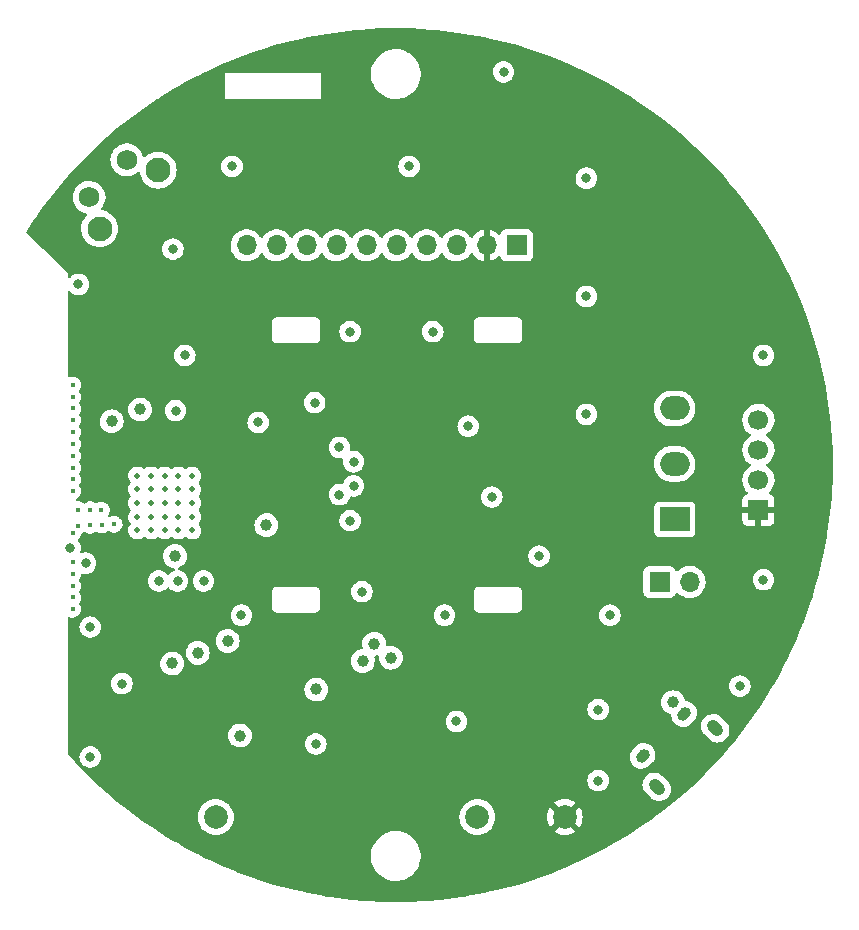
<source format=gbr>
%TF.GenerationSoftware,KiCad,Pcbnew,(6.0.4)*%
%TF.CreationDate,2022-03-21T16:24:48+00:00*%
%TF.ProjectId,Ball_Remote_Components,42616c6c-5f52-4656-9d6f-74655f436f6d,rev?*%
%TF.SameCoordinates,Original*%
%TF.FileFunction,Copper,L3,Inr*%
%TF.FilePolarity,Positive*%
%FSLAX46Y46*%
G04 Gerber Fmt 4.6, Leading zero omitted, Abs format (unit mm)*
G04 Created by KiCad (PCBNEW (6.0.4)) date 2022-03-21 16:24:48*
%MOMM*%
%LPD*%
G01*
G04 APERTURE LIST*
G04 Aperture macros list*
%AMHorizOval*
0 Thick line with rounded ends*
0 $1 width*
0 $2 $3 position (X,Y) of the first rounded end (center of the circle)*
0 $4 $5 position (X,Y) of the second rounded end (center of the circle)*
0 Add line between two ends*
20,1,$1,$2,$3,$4,$5,0*
0 Add two circle primitives to create the rounded ends*
1,1,$1,$2,$3*
1,1,$1,$4,$5*%
G04 Aperture macros list end*
%TA.AperFunction,ComponentPad*%
%ADD10C,2.000000*%
%TD*%
%TA.AperFunction,ComponentPad*%
%ADD11R,1.700000X1.700000*%
%TD*%
%TA.AperFunction,ComponentPad*%
%ADD12C,1.700000*%
%TD*%
%TA.AperFunction,ComponentPad*%
%ADD13R,2.500000X2.000000*%
%TD*%
%TA.AperFunction,ComponentPad*%
%ADD14O,2.500000X2.000000*%
%TD*%
%TA.AperFunction,ComponentPad*%
%ADD15HorizOval,0.950000X0.106066X0.106066X-0.106066X-0.106066X0*%
%TD*%
%TA.AperFunction,ComponentPad*%
%ADD16HorizOval,1.000000X-0.194454X0.194454X0.194454X-0.194454X0*%
%TD*%
%TA.AperFunction,ComponentPad*%
%ADD17O,1.700000X1.700000*%
%TD*%
%TA.AperFunction,ComponentPad*%
%ADD18C,0.500000*%
%TD*%
%TA.AperFunction,ComponentPad*%
%ADD19C,2.100000*%
%TD*%
%TA.AperFunction,ComponentPad*%
%ADD20C,1.750000*%
%TD*%
%TA.AperFunction,ViaPad*%
%ADD21C,1.000000*%
%TD*%
%TA.AperFunction,ViaPad*%
%ADD22C,0.400000*%
%TD*%
%TA.AperFunction,ViaPad*%
%ADD23C,0.800000*%
%TD*%
G04 APERTURE END LIST*
D10*
%TO.N,+2V8*%
%TO.C,TP2*%
X160175000Y-135087500D03*
%TD*%
D11*
%TO.N,+2V8*%
%TO.C,J3*%
X176575000Y-109097500D03*
D12*
%TO.N,GND*%
X176575000Y-106557500D03*
%TO.N,/SWIO*%
X176575000Y-104017500D03*
%TO.N,/SWCLK*%
X176575000Y-101477500D03*
%TD*%
D13*
%TO.N,/BATT_ON_OFF*%
%TO.C,SW1*%
X169475000Y-109887500D03*
D14*
%TO.N,/BATT+*%
X169475000Y-105187500D03*
%TO.N,unconnected-(SW1-Pad3)*%
X169475000Y-100487500D03*
%TD*%
D15*
%TO.N,*%
%TO.C,J2*%
X166762205Y-129910239D03*
X170297739Y-126374705D03*
D16*
X172914034Y-127576786D03*
%TO.N,unconnected-(J2-Pad6)*%
X167964286Y-132526534D03*
%TD*%
D10*
%TO.N,GND*%
%TO.C,TP1*%
X130637500Y-135087500D03*
%TD*%
D11*
%TO.N,unconnected-(J1-Pad1)*%
%TO.C,J1*%
X156100000Y-86687500D03*
D17*
%TO.N,+2V8*%
X153560000Y-86687500D03*
%TO.N,GND*%
X151020000Y-86687500D03*
%TO.N,/I2C_CLK*%
X148480000Y-86687500D03*
%TO.N,/12C_SDA*%
X145940000Y-86687500D03*
%TO.N,/G_INT*%
X143400000Y-86687500D03*
%TO.N,/G_RDY*%
X140860000Y-86687500D03*
%TO.N,unconnected-(J1-Pad8)*%
X138320000Y-86687500D03*
%TO.N,unconnected-(J1-Pad9)*%
X135780000Y-86687500D03*
%TO.N,unconnected-(J1-Pad10)*%
X133240000Y-86687500D03*
%TD*%
D18*
%TO.N,GND*%
%TO.C,U3*%
X128625000Y-107337500D03*
X123975000Y-107337500D03*
X123975000Y-109662500D03*
X125137500Y-107337500D03*
X128625000Y-106175000D03*
X125137500Y-109662500D03*
X126300000Y-109662500D03*
X125137500Y-108500000D03*
X127462500Y-108500000D03*
X128625000Y-108500000D03*
X127462500Y-109662500D03*
X126300000Y-107337500D03*
X125137500Y-106175000D03*
X126300000Y-110825000D03*
X123975000Y-110825000D03*
X127462500Y-110825000D03*
X123975000Y-108500000D03*
X126300000Y-108500000D03*
X128625000Y-109662500D03*
X126300000Y-106175000D03*
X125137500Y-110825000D03*
X127462500Y-107337500D03*
X127462500Y-106175000D03*
X128625000Y-110825000D03*
X123975000Y-106175000D03*
%TD*%
D19*
%TO.N,*%
%TO.C,RESET1*%
X120789959Y-85269884D03*
X125746778Y-80313066D03*
D20*
%TO.N,/RESET*%
X119913147Y-82625305D03*
%TO.N,GND*%
X123095128Y-79443324D03*
%TD*%
D10*
%TO.N,VCC*%
%TO.C,TP3*%
X152775000Y-135087500D03*
%TD*%
D11*
%TO.N,/BATT+*%
%TO.C,BT1*%
X168200000Y-115187500D03*
D17*
%TO.N,GND*%
X170740000Y-115187500D03*
%TD*%
D21*
%TO.N,GND*%
X134918750Y-110381250D03*
D22*
X118500000Y-98500000D03*
D23*
X158000000Y-113000000D03*
X147000000Y-80000000D03*
X150000000Y-118000000D03*
D22*
X122019174Y-110310500D03*
D23*
X120000000Y-119000000D03*
X129600000Y-115100000D03*
X162000000Y-101000000D03*
X162000000Y-91000000D03*
D22*
X118500000Y-107500000D03*
D23*
X142000000Y-110000000D03*
X139000000Y-100000000D03*
X152000000Y-102000000D03*
X177000000Y-115000000D03*
D22*
X118500000Y-103500000D03*
X118500000Y-101500000D03*
D21*
X143075000Y-121887500D03*
X132675000Y-128187500D03*
D23*
X125800000Y-115100000D03*
D22*
X120000000Y-109080000D03*
D23*
X162000000Y-81000000D03*
D22*
X118500000Y-105500000D03*
D23*
X132000000Y-80000000D03*
X142000000Y-94000000D03*
D22*
X119980000Y-110380000D03*
D21*
X129100000Y-121187500D03*
D22*
X118500000Y-117500000D03*
D21*
X139137500Y-124287500D03*
D23*
X127000000Y-87000000D03*
X163000000Y-132000000D03*
D22*
X118500000Y-99500000D03*
D23*
X119000000Y-90000000D03*
D22*
X120940000Y-109100000D03*
D23*
X127400000Y-115100000D03*
X143000000Y-116000000D03*
D22*
X118500000Y-100500000D03*
X118500000Y-116500000D03*
D23*
X132800000Y-118000000D03*
D21*
X126937500Y-122087500D03*
D23*
X128000000Y-96000000D03*
X149000000Y-94000000D03*
X175000000Y-124000000D03*
D22*
X120970000Y-110360000D03*
D21*
X169328544Y-125375024D03*
D22*
X118500000Y-102500000D03*
X118500000Y-111000000D03*
D21*
X127170517Y-113005441D03*
D22*
X118500000Y-113500000D03*
X118930000Y-110430000D03*
D23*
X154000000Y-108000000D03*
X122675000Y-123787500D03*
D22*
X118500000Y-114500000D03*
D23*
X177000000Y-96000000D03*
D21*
X124218750Y-100581250D03*
D23*
X151000000Y-127000000D03*
X163000000Y-126000000D03*
X119600000Y-113600000D03*
X120000000Y-130000000D03*
D21*
X145450000Y-121587500D03*
D23*
X164000000Y-118000000D03*
D22*
X118950000Y-109060000D03*
D23*
X155000000Y-72000000D03*
D22*
X118500000Y-115500000D03*
D23*
X139100000Y-128900000D03*
D22*
X118500000Y-104500000D03*
D23*
X118300000Y-112300000D03*
D22*
X118500000Y-106500000D03*
D21*
%TO.N,+2V8*%
X124219174Y-103080826D03*
X129718750Y-113600000D03*
X131818750Y-104500000D03*
X132918750Y-111281250D03*
X145200000Y-103800000D03*
X121460000Y-106740000D03*
X129875000Y-128087500D03*
X121170000Y-113360000D03*
X128537500Y-128087500D03*
%TO.N,/Battery_Level*%
X131637500Y-120187500D03*
X121818750Y-101581250D03*
D23*
%TO.N,/SPI_MISO*%
X142300000Y-107050000D03*
X142300000Y-105000000D03*
%TO.N,/SPI_MOSI*%
X141100000Y-103800000D03*
X141100000Y-107800000D03*
%TO.N,/BOOT0*%
X134218750Y-101681250D03*
X127218750Y-100681250D03*
D21*
%TO.N,/BATT_ON_OFF*%
X144037500Y-120412500D03*
%TD*%
%TA.AperFunction,Conductor*%
%TO.N,+2V8*%
G36*
X146183713Y-68300850D02*
G01*
X147034942Y-68314222D01*
X147038898Y-68314346D01*
X148195720Y-68368900D01*
X148199671Y-68369148D01*
X148776962Y-68414582D01*
X149354262Y-68460017D01*
X149358178Y-68460387D01*
X150509294Y-68587472D01*
X150513217Y-68587967D01*
X151659783Y-68751148D01*
X151663692Y-68751767D01*
X152199886Y-68845347D01*
X152804602Y-68950887D01*
X152808439Y-68951619D01*
X153352061Y-69064198D01*
X153942493Y-69186471D01*
X153946356Y-69187334D01*
X154763992Y-69383631D01*
X155072515Y-69457701D01*
X155076329Y-69458680D01*
X156193398Y-69764276D01*
X156197165Y-69765370D01*
X157304111Y-70105911D01*
X157307855Y-70107127D01*
X157436163Y-70151057D01*
X158403559Y-70482271D01*
X158407283Y-70483612D01*
X159096590Y-70744079D01*
X159487711Y-70891871D01*
X159490627Y-70892973D01*
X159494297Y-70894426D01*
X159942242Y-71079971D01*
X160564263Y-71337621D01*
X160567896Y-71339193D01*
X161067574Y-71564806D01*
X161623451Y-71815793D01*
X161627000Y-71817465D01*
X162181622Y-72089171D01*
X162667010Y-72326960D01*
X162670488Y-72328731D01*
X163694097Y-72870704D01*
X163697452Y-72872548D01*
X164256904Y-73191654D01*
X164703489Y-73446382D01*
X164706896Y-73448397D01*
X164978255Y-73614686D01*
X165694372Y-74053523D01*
X165697674Y-74055619D01*
X166063619Y-74296000D01*
X166665652Y-74691462D01*
X166668926Y-74693687D01*
X167616451Y-75359619D01*
X167619653Y-75361946D01*
X168545762Y-76057288D01*
X168548890Y-76059714D01*
X169452738Y-76783832D01*
X169455787Y-76786355D01*
X170336405Y-77538474D01*
X170339375Y-77541092D01*
X170885069Y-78037636D01*
X171159148Y-78287028D01*
X171195957Y-78320522D01*
X171198837Y-78323227D01*
X172030550Y-79129213D01*
X172033287Y-79131950D01*
X172839269Y-79963658D01*
X172841974Y-79966538D01*
X172939440Y-80073652D01*
X173621408Y-80823125D01*
X173624026Y-80826095D01*
X174376145Y-81706713D01*
X174378668Y-81709762D01*
X175102786Y-82613610D01*
X175105212Y-82616738D01*
X175800554Y-83542847D01*
X175802881Y-83546049D01*
X176468813Y-84493574D01*
X176471038Y-84496848D01*
X177095237Y-85447099D01*
X177106868Y-85464806D01*
X177108977Y-85468128D01*
X177346528Y-85855777D01*
X177714103Y-86455604D01*
X177716118Y-86459011D01*
X177885911Y-86756689D01*
X178289952Y-87465048D01*
X178291796Y-87468403D01*
X178833769Y-88492012D01*
X178835540Y-88495490D01*
X179308805Y-89461543D01*
X179345028Y-89535484D01*
X179346714Y-89539065D01*
X179823307Y-90594604D01*
X179824879Y-90598237D01*
X180268070Y-91668193D01*
X180269527Y-91671873D01*
X180678888Y-92755217D01*
X180680229Y-92758941D01*
X180947881Y-93540687D01*
X181037963Y-93803794D01*
X181055369Y-93854634D01*
X181056589Y-93858389D01*
X181395862Y-94961211D01*
X181397125Y-94965318D01*
X181398224Y-94969102D01*
X181630083Y-95816635D01*
X181703817Y-96086161D01*
X181704802Y-96089995D01*
X181975166Y-97216144D01*
X181976029Y-97220007D01*
X182119001Y-97910388D01*
X182210876Y-98354036D01*
X182211613Y-98357898D01*
X182268653Y-98684720D01*
X182410733Y-99498808D01*
X182411352Y-99502717D01*
X182574533Y-100649283D01*
X182575028Y-100653206D01*
X182700227Y-101787237D01*
X182702111Y-101804306D01*
X182702483Y-101808238D01*
X182721237Y-102046521D01*
X182793352Y-102962829D01*
X182793600Y-102966780D01*
X182848154Y-104123602D01*
X182848278Y-104127558D01*
X182859197Y-104822588D01*
X182864756Y-105176447D01*
X182866469Y-105285521D01*
X182866469Y-105289479D01*
X182848278Y-106447442D01*
X182848154Y-106451398D01*
X182793600Y-107608220D01*
X182793352Y-107612171D01*
X182769310Y-107917654D01*
X182702773Y-108763086D01*
X182702484Y-108766753D01*
X182702113Y-108770678D01*
X182581662Y-109861708D01*
X182575029Y-109921790D01*
X182574533Y-109925717D01*
X182411352Y-111072283D01*
X182410733Y-111076192D01*
X182351928Y-111413132D01*
X182212371Y-112212763D01*
X182211618Y-112217076D01*
X182210881Y-112220939D01*
X182113432Y-112691500D01*
X181976029Y-113354993D01*
X181975166Y-113358856D01*
X181789737Y-114131226D01*
X181708365Y-114470166D01*
X181704802Y-114485005D01*
X181703820Y-114488829D01*
X181402117Y-115591670D01*
X181398229Y-115605881D01*
X181397130Y-115609665D01*
X181068713Y-116677202D01*
X181056592Y-116716601D01*
X181055369Y-116720366D01*
X180680229Y-117816059D01*
X180678888Y-117819783D01*
X180407896Y-118536944D01*
X180302210Y-118816635D01*
X180269527Y-118903127D01*
X180268074Y-118906797D01*
X180124547Y-119253302D01*
X179824879Y-119976763D01*
X179823307Y-119980396D01*
X179658936Y-120344439D01*
X179364384Y-120996801D01*
X179346714Y-121035935D01*
X179345035Y-121039500D01*
X178984075Y-121776313D01*
X178835540Y-122079510D01*
X178833769Y-122082988D01*
X178291796Y-123106597D01*
X178289952Y-123109952D01*
X177944853Y-123714974D01*
X177716118Y-124115989D01*
X177714103Y-124119396D01*
X177499100Y-124470249D01*
X177118397Y-125091500D01*
X177108989Y-125106852D01*
X177106881Y-125110174D01*
X176691752Y-125742147D01*
X176471038Y-126078152D01*
X176468813Y-126081426D01*
X175802881Y-127028951D01*
X175800554Y-127032153D01*
X175105212Y-127958262D01*
X175102786Y-127961390D01*
X174378668Y-128865238D01*
X174376145Y-128868287D01*
X173624026Y-129748905D01*
X173621408Y-129751875D01*
X173414527Y-129979234D01*
X173011837Y-130421785D01*
X172841978Y-130608457D01*
X172839273Y-130611337D01*
X172033287Y-131443050D01*
X172030550Y-131445787D01*
X171198842Y-132251769D01*
X171195962Y-132254474D01*
X170912558Y-132512351D01*
X170339375Y-133033908D01*
X170336405Y-133036526D01*
X169455787Y-133788645D01*
X169452738Y-133791168D01*
X168548890Y-134515286D01*
X168545762Y-134517712D01*
X167619653Y-135213054D01*
X167616451Y-135215381D01*
X166668926Y-135881313D01*
X166665652Y-135883538D01*
X166562001Y-135951624D01*
X165697674Y-136519381D01*
X165694372Y-136521477D01*
X165310728Y-136756574D01*
X164706896Y-137126603D01*
X164703489Y-137128618D01*
X164352316Y-137328924D01*
X163697452Y-137702452D01*
X163694097Y-137704296D01*
X162670488Y-138246269D01*
X162667010Y-138248040D01*
X162653217Y-138254797D01*
X161627000Y-138757535D01*
X161623451Y-138759207D01*
X161067574Y-139010194D01*
X160567896Y-139235807D01*
X160564263Y-139237379D01*
X159942242Y-139495029D01*
X159704124Y-139593661D01*
X159494307Y-139680570D01*
X159490637Y-139682023D01*
X159212507Y-139787120D01*
X158407283Y-140091388D01*
X158403559Y-140092729D01*
X157744978Y-140318212D01*
X157307855Y-140467873D01*
X157304111Y-140469089D01*
X156197165Y-140809630D01*
X156193398Y-140810724D01*
X155076329Y-141116320D01*
X155072515Y-141117299D01*
X154763992Y-141191369D01*
X153946356Y-141387666D01*
X153942493Y-141388529D01*
X153352061Y-141510802D01*
X152808439Y-141623381D01*
X152804602Y-141624113D01*
X152199886Y-141729653D01*
X151663692Y-141823233D01*
X151659783Y-141823852D01*
X150513217Y-141987033D01*
X150509294Y-141987528D01*
X149358178Y-142114613D01*
X149354262Y-142114983D01*
X148776962Y-142160418D01*
X148199671Y-142205852D01*
X148195720Y-142206100D01*
X147038898Y-142260654D01*
X147034942Y-142260778D01*
X146183713Y-142274150D01*
X145876973Y-142278969D01*
X145873027Y-142278969D01*
X145566287Y-142274150D01*
X144715058Y-142260778D01*
X144711102Y-142260654D01*
X143554280Y-142206100D01*
X143550329Y-142205852D01*
X142973038Y-142160418D01*
X142395738Y-142114983D01*
X142391822Y-142114613D01*
X141240706Y-141987528D01*
X141236783Y-141987033D01*
X140090217Y-141823852D01*
X140086308Y-141823233D01*
X139550114Y-141729653D01*
X138945398Y-141624113D01*
X138941561Y-141623381D01*
X138397939Y-141510802D01*
X137807507Y-141388529D01*
X137803644Y-141387666D01*
X136986008Y-141191369D01*
X136677485Y-141117299D01*
X136673671Y-141116320D01*
X135556602Y-140810724D01*
X135552835Y-140809630D01*
X134445889Y-140469089D01*
X134442145Y-140467873D01*
X134005022Y-140318212D01*
X133346441Y-140092729D01*
X133342717Y-140091388D01*
X132537493Y-139787120D01*
X132259363Y-139682023D01*
X132255693Y-139680570D01*
X132045877Y-139593661D01*
X131807758Y-139495029D01*
X131185737Y-139237379D01*
X131182104Y-139235807D01*
X130682426Y-139010194D01*
X130126549Y-138759207D01*
X130123000Y-138757535D01*
X129638545Y-138520203D01*
X143765743Y-138520203D01*
X143803268Y-138805234D01*
X143879129Y-139082536D01*
X143880813Y-139086484D01*
X143945176Y-139237379D01*
X143991923Y-139346976D01*
X144139561Y-139593661D01*
X144319313Y-139818028D01*
X144527851Y-140015923D01*
X144761317Y-140183686D01*
X144765112Y-140185695D01*
X144765113Y-140185696D01*
X144786869Y-140197215D01*
X145015392Y-140318212D01*
X145285373Y-140417011D01*
X145566264Y-140478255D01*
X145594841Y-140480504D01*
X145789282Y-140495807D01*
X145789291Y-140495807D01*
X145791739Y-140496000D01*
X145947271Y-140496000D01*
X145949407Y-140495854D01*
X145949418Y-140495854D01*
X146157548Y-140481665D01*
X146157554Y-140481664D01*
X146161825Y-140481373D01*
X146166020Y-140480504D01*
X146166022Y-140480504D01*
X146302583Y-140452224D01*
X146443342Y-140423074D01*
X146714343Y-140327107D01*
X146969812Y-140195250D01*
X146973313Y-140192789D01*
X146973317Y-140192787D01*
X147117593Y-140091388D01*
X147205023Y-140029941D01*
X147415622Y-139834240D01*
X147597713Y-139611768D01*
X147747927Y-139366642D01*
X147804670Y-139237379D01*
X147861757Y-139107330D01*
X147863483Y-139103398D01*
X147942244Y-138826906D01*
X147982751Y-138542284D01*
X147982845Y-138524451D01*
X147984235Y-138259083D01*
X147984235Y-138259076D01*
X147984257Y-138254797D01*
X147983368Y-138248040D01*
X147947292Y-137974022D01*
X147946732Y-137969766D01*
X147870871Y-137692464D01*
X147758077Y-137428024D01*
X147610439Y-137181339D01*
X147430687Y-136956972D01*
X147222149Y-136759077D01*
X146988683Y-136591314D01*
X146966843Y-136579750D01*
X146943654Y-136567472D01*
X146734608Y-136456788D01*
X146464627Y-136357989D01*
X146183736Y-136296745D01*
X146152685Y-136294301D01*
X145960718Y-136279193D01*
X145960709Y-136279193D01*
X145958261Y-136279000D01*
X145802729Y-136279000D01*
X145800593Y-136279146D01*
X145800582Y-136279146D01*
X145592452Y-136293335D01*
X145592446Y-136293336D01*
X145588175Y-136293627D01*
X145583980Y-136294496D01*
X145583978Y-136294496D01*
X145505085Y-136310834D01*
X145306658Y-136351926D01*
X145035657Y-136447893D01*
X144780188Y-136579750D01*
X144776687Y-136582211D01*
X144776683Y-136582213D01*
X144766594Y-136589304D01*
X144544977Y-136745059D01*
X144334378Y-136940760D01*
X144152287Y-137163232D01*
X144002073Y-137408358D01*
X143886517Y-137671602D01*
X143807756Y-137948094D01*
X143767249Y-138232716D01*
X143767227Y-138237005D01*
X143767226Y-138237012D01*
X143765765Y-138515917D01*
X143765743Y-138520203D01*
X129638545Y-138520203D01*
X129096783Y-138254797D01*
X129082990Y-138248040D01*
X129079512Y-138246269D01*
X128055903Y-137704296D01*
X128052548Y-137702452D01*
X127397684Y-137328924D01*
X127046511Y-137128618D01*
X127043104Y-137126603D01*
X126439272Y-136756574D01*
X126055628Y-136521477D01*
X126052326Y-136519381D01*
X125187999Y-135951624D01*
X125084348Y-135883538D01*
X125081074Y-135881313D01*
X124133549Y-135215381D01*
X124130347Y-135213054D01*
X123963125Y-135087500D01*
X129124335Y-135087500D01*
X129142965Y-135324211D01*
X129198395Y-135555094D01*
X129200288Y-135559665D01*
X129200289Y-135559667D01*
X129287272Y-135769663D01*
X129289260Y-135774463D01*
X129291846Y-135778683D01*
X129410741Y-135972702D01*
X129410745Y-135972708D01*
X129413324Y-135976916D01*
X129567531Y-136157469D01*
X129748084Y-136311676D01*
X129752292Y-136314255D01*
X129752298Y-136314259D01*
X129945584Y-136432705D01*
X129950537Y-136435740D01*
X129955107Y-136437633D01*
X129955111Y-136437635D01*
X130165333Y-136524711D01*
X130169906Y-136526605D01*
X130250109Y-136545860D01*
X130395976Y-136580880D01*
X130395982Y-136580881D01*
X130400789Y-136582035D01*
X130637500Y-136600665D01*
X130874211Y-136582035D01*
X130879018Y-136580881D01*
X130879024Y-136580880D01*
X131024891Y-136545860D01*
X131105094Y-136526605D01*
X131109667Y-136524711D01*
X131319889Y-136437635D01*
X131319893Y-136437633D01*
X131324463Y-136435740D01*
X131329416Y-136432705D01*
X131522702Y-136314259D01*
X131522708Y-136314255D01*
X131526916Y-136311676D01*
X131707469Y-136157469D01*
X131861676Y-135976916D01*
X131864255Y-135972708D01*
X131864259Y-135972702D01*
X131983154Y-135778683D01*
X131985740Y-135774463D01*
X131987729Y-135769663D01*
X132074711Y-135559667D01*
X132074712Y-135559665D01*
X132076605Y-135555094D01*
X132132035Y-135324211D01*
X132150665Y-135087500D01*
X151261835Y-135087500D01*
X151280465Y-135324211D01*
X151335895Y-135555094D01*
X151337788Y-135559665D01*
X151337789Y-135559667D01*
X151424772Y-135769663D01*
X151426760Y-135774463D01*
X151429346Y-135778683D01*
X151548241Y-135972702D01*
X151548245Y-135972708D01*
X151550824Y-135976916D01*
X151705031Y-136157469D01*
X151885584Y-136311676D01*
X151889792Y-136314255D01*
X151889798Y-136314259D01*
X152083084Y-136432705D01*
X152088037Y-136435740D01*
X152092607Y-136437633D01*
X152092611Y-136437635D01*
X152302833Y-136524711D01*
X152307406Y-136526605D01*
X152387609Y-136545860D01*
X152533476Y-136580880D01*
X152533482Y-136580881D01*
X152538289Y-136582035D01*
X152775000Y-136600665D01*
X153011711Y-136582035D01*
X153016518Y-136580881D01*
X153016524Y-136580880D01*
X153162391Y-136545860D01*
X153242594Y-136526605D01*
X153247167Y-136524711D01*
X153457389Y-136437635D01*
X153457393Y-136437633D01*
X153461963Y-136435740D01*
X153466916Y-136432705D01*
X153650556Y-136320170D01*
X159307160Y-136320170D01*
X159312887Y-136327820D01*
X159484042Y-136432705D01*
X159492837Y-136437187D01*
X159702988Y-136524234D01*
X159712373Y-136527283D01*
X159933554Y-136580385D01*
X159943301Y-136581928D01*
X160170070Y-136599775D01*
X160179930Y-136599775D01*
X160406699Y-136581928D01*
X160416446Y-136580385D01*
X160637627Y-136527283D01*
X160647012Y-136524234D01*
X160857163Y-136437187D01*
X160865958Y-136432705D01*
X161033445Y-136330068D01*
X161042907Y-136319610D01*
X161039124Y-136310834D01*
X160187812Y-135459522D01*
X160173868Y-135451908D01*
X160172035Y-135452039D01*
X160165420Y-135456290D01*
X159313920Y-136307790D01*
X159307160Y-136320170D01*
X153650556Y-136320170D01*
X153660202Y-136314259D01*
X153660208Y-136314255D01*
X153664416Y-136311676D01*
X153844969Y-136157469D01*
X153999176Y-135976916D01*
X154001755Y-135972708D01*
X154001759Y-135972702D01*
X154120654Y-135778683D01*
X154123240Y-135774463D01*
X154125229Y-135769663D01*
X154212211Y-135559667D01*
X154212212Y-135559665D01*
X154214105Y-135555094D01*
X154269535Y-135324211D01*
X154287777Y-135092430D01*
X158662725Y-135092430D01*
X158680572Y-135319199D01*
X158682115Y-135328946D01*
X158735217Y-135550127D01*
X158738266Y-135559512D01*
X158825313Y-135769663D01*
X158829795Y-135778458D01*
X158932432Y-135945945D01*
X158942890Y-135955407D01*
X158951666Y-135951624D01*
X159802978Y-135100312D01*
X159809356Y-135088632D01*
X160539408Y-135088632D01*
X160539539Y-135090465D01*
X160543790Y-135097080D01*
X161395290Y-135948580D01*
X161407670Y-135955340D01*
X161415320Y-135949613D01*
X161520205Y-135778458D01*
X161524687Y-135769663D01*
X161611734Y-135559512D01*
X161614783Y-135550127D01*
X161667885Y-135328946D01*
X161669428Y-135319199D01*
X161687275Y-135092430D01*
X161687275Y-135082570D01*
X161669428Y-134855801D01*
X161667885Y-134846054D01*
X161614783Y-134624873D01*
X161611734Y-134615488D01*
X161524687Y-134405337D01*
X161520205Y-134396542D01*
X161417568Y-134229055D01*
X161407110Y-134219593D01*
X161398334Y-134223376D01*
X160547022Y-135074688D01*
X160539408Y-135088632D01*
X159809356Y-135088632D01*
X159810592Y-135086368D01*
X159810461Y-135084535D01*
X159806210Y-135077920D01*
X158954710Y-134226420D01*
X158942330Y-134219660D01*
X158934680Y-134225387D01*
X158829795Y-134396542D01*
X158825313Y-134405337D01*
X158738266Y-134615488D01*
X158735217Y-134624873D01*
X158682115Y-134846054D01*
X158680572Y-134855801D01*
X158662725Y-135082570D01*
X158662725Y-135092430D01*
X154287777Y-135092430D01*
X154288165Y-135087500D01*
X154269535Y-134850789D01*
X154214105Y-134619906D01*
X154171281Y-134516519D01*
X154125135Y-134405111D01*
X154125133Y-134405107D01*
X154123240Y-134400537D01*
X154120654Y-134396317D01*
X154001759Y-134202298D01*
X154001755Y-134202292D01*
X153999176Y-134198084D01*
X153844969Y-134017531D01*
X153664416Y-133863324D01*
X153660208Y-133860745D01*
X153660202Y-133860741D01*
X153651470Y-133855390D01*
X159307093Y-133855390D01*
X159310876Y-133864166D01*
X160162188Y-134715478D01*
X160176132Y-134723092D01*
X160177965Y-134722961D01*
X160184580Y-134718710D01*
X161036080Y-133867210D01*
X161042840Y-133854830D01*
X161037113Y-133847180D01*
X160865958Y-133742295D01*
X160857163Y-133737813D01*
X160647012Y-133650766D01*
X160637627Y-133647717D01*
X160416446Y-133594615D01*
X160406699Y-133593072D01*
X160179930Y-133575225D01*
X160170070Y-133575225D01*
X159943301Y-133593072D01*
X159933554Y-133594615D01*
X159712373Y-133647717D01*
X159702988Y-133650766D01*
X159492837Y-133737813D01*
X159484042Y-133742295D01*
X159316555Y-133844932D01*
X159307093Y-133855390D01*
X153651470Y-133855390D01*
X153466183Y-133741846D01*
X153461963Y-133739260D01*
X153457393Y-133737367D01*
X153457389Y-133737365D01*
X153247167Y-133650289D01*
X153247165Y-133650288D01*
X153242594Y-133648395D01*
X153162391Y-133629140D01*
X153016524Y-133594120D01*
X153016518Y-133594119D01*
X153011711Y-133592965D01*
X152775000Y-133574335D01*
X152538289Y-133592965D01*
X152533482Y-133594119D01*
X152533476Y-133594120D01*
X152387609Y-133629140D01*
X152307406Y-133648395D01*
X152302835Y-133650288D01*
X152302833Y-133650289D01*
X152092611Y-133737365D01*
X152092607Y-133737367D01*
X152088037Y-133739260D01*
X152083817Y-133741846D01*
X151889798Y-133860741D01*
X151889792Y-133860745D01*
X151885584Y-133863324D01*
X151705031Y-134017531D01*
X151550824Y-134198084D01*
X151548245Y-134202292D01*
X151548241Y-134202298D01*
X151429346Y-134396317D01*
X151426760Y-134400537D01*
X151424867Y-134405107D01*
X151424865Y-134405111D01*
X151378719Y-134516519D01*
X151335895Y-134619906D01*
X151280465Y-134850789D01*
X151261835Y-135087500D01*
X132150665Y-135087500D01*
X132132035Y-134850789D01*
X132076605Y-134619906D01*
X132033781Y-134516519D01*
X131987635Y-134405111D01*
X131987633Y-134405107D01*
X131985740Y-134400537D01*
X131983154Y-134396317D01*
X131864259Y-134202298D01*
X131864255Y-134202292D01*
X131861676Y-134198084D01*
X131707469Y-134017531D01*
X131526916Y-133863324D01*
X131522708Y-133860745D01*
X131522702Y-133860741D01*
X131328683Y-133741846D01*
X131324463Y-133739260D01*
X131319893Y-133737367D01*
X131319889Y-133737365D01*
X131109667Y-133650289D01*
X131109665Y-133650288D01*
X131105094Y-133648395D01*
X131024891Y-133629140D01*
X130879024Y-133594120D01*
X130879018Y-133594119D01*
X130874211Y-133592965D01*
X130637500Y-133574335D01*
X130400789Y-133592965D01*
X130395982Y-133594119D01*
X130395976Y-133594120D01*
X130250109Y-133629140D01*
X130169906Y-133648395D01*
X130165335Y-133650288D01*
X130165333Y-133650289D01*
X129955111Y-133737365D01*
X129955107Y-133737367D01*
X129950537Y-133739260D01*
X129946317Y-133741846D01*
X129752298Y-133860741D01*
X129752292Y-133860745D01*
X129748084Y-133863324D01*
X129567531Y-134017531D01*
X129413324Y-134198084D01*
X129410745Y-134202292D01*
X129410741Y-134202298D01*
X129291846Y-134396317D01*
X129289260Y-134400537D01*
X129287367Y-134405107D01*
X129287365Y-134405111D01*
X129241219Y-134516519D01*
X129198395Y-134619906D01*
X129142965Y-134850789D01*
X129124335Y-135087500D01*
X123963125Y-135087500D01*
X123204238Y-134517712D01*
X123201110Y-134515286D01*
X122297262Y-133791168D01*
X122294213Y-133788645D01*
X121413595Y-133036526D01*
X121410625Y-133033908D01*
X120837442Y-132512351D01*
X120554038Y-132254474D01*
X120551158Y-132251769D01*
X120291353Y-132000000D01*
X162086496Y-132000000D01*
X162087186Y-132006565D01*
X162091543Y-132048015D01*
X162106458Y-132189928D01*
X162165473Y-132371556D01*
X162260960Y-132536944D01*
X162388747Y-132678866D01*
X162543248Y-132791118D01*
X162549276Y-132793802D01*
X162549278Y-132793803D01*
X162563197Y-132800000D01*
X162717712Y-132868794D01*
X162811113Y-132888647D01*
X162898056Y-132907128D01*
X162898061Y-132907128D01*
X162904513Y-132908500D01*
X163095487Y-132908500D01*
X163101939Y-132907128D01*
X163101944Y-132907128D01*
X163188887Y-132888647D01*
X163282288Y-132868794D01*
X163436803Y-132800000D01*
X163450722Y-132793803D01*
X163450724Y-132793802D01*
X163456752Y-132791118D01*
X163611253Y-132678866D01*
X163739040Y-132536944D01*
X163834527Y-132371556D01*
X163850802Y-132321468D01*
X166756508Y-132321468D01*
X166773745Y-132518493D01*
X166775464Y-132524410D01*
X166775465Y-132524415D01*
X166780531Y-132541852D01*
X166828923Y-132708416D01*
X166919940Y-132884006D01*
X167016570Y-133005053D01*
X167480815Y-133469297D01*
X167595001Y-133563091D01*
X167769303Y-133656550D01*
X167877959Y-133689770D01*
X167952540Y-133712572D01*
X167952542Y-133712572D01*
X167958438Y-133714375D01*
X168016291Y-133720252D01*
X168149074Y-133733740D01*
X168149079Y-133733740D01*
X168155202Y-133734362D01*
X168279265Y-133722634D01*
X168345969Y-133716329D01*
X168345971Y-133716329D01*
X168352102Y-133715749D01*
X168446869Y-133687498D01*
X168535733Y-133661007D01*
X168535735Y-133661006D01*
X168541636Y-133659247D01*
X168716586Y-133567006D01*
X168870287Y-133442541D01*
X168996886Y-133290592D01*
X169091562Y-133116947D01*
X169150705Y-132928220D01*
X169152848Y-132908500D01*
X169171399Y-132737725D01*
X169171399Y-132737721D01*
X169172064Y-132731600D01*
X169154827Y-132534575D01*
X169153108Y-132528658D01*
X169153107Y-132528653D01*
X169101367Y-132350566D01*
X169099649Y-132344652D01*
X169008632Y-132169062D01*
X168912002Y-132048015D01*
X168447757Y-131583771D01*
X168333571Y-131489977D01*
X168159269Y-131396518D01*
X168050613Y-131363298D01*
X167976032Y-131340496D01*
X167976030Y-131340496D01*
X167970134Y-131338693D01*
X167912281Y-131332816D01*
X167779498Y-131319328D01*
X167779493Y-131319328D01*
X167773370Y-131318706D01*
X167649307Y-131330434D01*
X167582603Y-131336739D01*
X167582601Y-131336739D01*
X167576470Y-131337319D01*
X167481703Y-131365570D01*
X167392839Y-131392061D01*
X167392837Y-131392062D01*
X167386936Y-131393821D01*
X167211986Y-131486062D01*
X167058285Y-131610527D01*
X166931686Y-131762476D01*
X166837010Y-131936121D01*
X166777867Y-132124848D01*
X166777202Y-132130971D01*
X166777201Y-132130975D01*
X166773278Y-132167092D01*
X166756508Y-132321468D01*
X163850802Y-132321468D01*
X163893542Y-132189928D01*
X163908458Y-132048015D01*
X163912814Y-132006565D01*
X163913504Y-132000000D01*
X163893542Y-131810072D01*
X163834527Y-131628444D01*
X163826917Y-131615262D01*
X163752901Y-131487064D01*
X163739040Y-131463056D01*
X163679288Y-131396694D01*
X163615675Y-131326045D01*
X163615674Y-131326044D01*
X163611253Y-131321134D01*
X163456752Y-131208882D01*
X163450724Y-131206198D01*
X163450722Y-131206197D01*
X163288319Y-131133891D01*
X163288318Y-131133891D01*
X163282288Y-131131206D01*
X163188888Y-131111353D01*
X163101944Y-131092872D01*
X163101939Y-131092872D01*
X163095487Y-131091500D01*
X162904513Y-131091500D01*
X162898061Y-131092872D01*
X162898056Y-131092872D01*
X162811112Y-131111353D01*
X162717712Y-131131206D01*
X162711682Y-131133891D01*
X162711681Y-131133891D01*
X162549278Y-131206197D01*
X162549276Y-131206198D01*
X162543248Y-131208882D01*
X162388747Y-131321134D01*
X162384326Y-131326044D01*
X162384325Y-131326045D01*
X162320713Y-131396694D01*
X162260960Y-131463056D01*
X162247099Y-131487064D01*
X162173084Y-131615262D01*
X162165473Y-131628444D01*
X162106458Y-131810072D01*
X162086496Y-132000000D01*
X120291353Y-132000000D01*
X119719450Y-131445787D01*
X119716713Y-131443050D01*
X118910727Y-130611337D01*
X118908022Y-130608457D01*
X118738164Y-130421785D01*
X118354369Y-130000000D01*
X119086496Y-130000000D01*
X119087186Y-130006565D01*
X119103855Y-130165158D01*
X119106458Y-130189928D01*
X119165473Y-130371556D01*
X119260960Y-130536944D01*
X119265378Y-130541851D01*
X119265379Y-130541852D01*
X119326671Y-130609924D01*
X119388747Y-130678866D01*
X119478260Y-130743901D01*
X119490002Y-130752432D01*
X119543248Y-130791118D01*
X119549276Y-130793802D01*
X119549278Y-130793803D01*
X119705646Y-130863422D01*
X119717712Y-130868794D01*
X119811112Y-130888647D01*
X119898056Y-130907128D01*
X119898061Y-130907128D01*
X119904513Y-130908500D01*
X120095487Y-130908500D01*
X120101939Y-130907128D01*
X120101944Y-130907128D01*
X120188888Y-130888647D01*
X120282288Y-130868794D01*
X120294354Y-130863422D01*
X120450722Y-130793803D01*
X120450724Y-130793802D01*
X120456752Y-130791118D01*
X120509999Y-130752432D01*
X120521740Y-130743901D01*
X120611253Y-130678866D01*
X120673329Y-130609924D01*
X120734621Y-130541852D01*
X120734622Y-130541851D01*
X120739040Y-130536944D01*
X120834527Y-130371556D01*
X120893542Y-130189928D01*
X120896146Y-130165158D01*
X120909252Y-130040458D01*
X165667862Y-130040458D01*
X165692904Y-130238686D01*
X165757293Y-130427828D01*
X165858400Y-130600161D01*
X165992095Y-130748644D01*
X166152915Y-130867210D01*
X166334291Y-130951018D01*
X166528815Y-130996643D01*
X166641196Y-130999782D01*
X166722158Y-131002044D01*
X166722161Y-131002044D01*
X166728540Y-131002222D01*
X166925308Y-130967526D01*
X167111080Y-130893974D01*
X167147462Y-130870166D01*
X167274215Y-130787221D01*
X167274219Y-130787218D01*
X167278267Y-130784569D01*
X167283151Y-130780172D01*
X167599019Y-130464304D01*
X167628768Y-130427828D01*
X167689546Y-130353307D01*
X167689547Y-130353306D01*
X167693578Y-130348363D01*
X167786146Y-130171296D01*
X167841219Y-129979234D01*
X167856548Y-129780020D01*
X167831506Y-129581792D01*
X167767117Y-129392650D01*
X167722881Y-129317251D01*
X167669239Y-129225820D01*
X167669237Y-129225817D01*
X167666010Y-129220317D01*
X167532315Y-129071834D01*
X167371495Y-128953268D01*
X167190119Y-128869460D01*
X166995595Y-128823835D01*
X166883214Y-128820696D01*
X166802252Y-128818434D01*
X166802249Y-128818434D01*
X166795870Y-128818256D01*
X166599102Y-128852952D01*
X166413330Y-128926504D01*
X166407983Y-128930003D01*
X166250195Y-129033257D01*
X166250191Y-129033260D01*
X166246143Y-129035909D01*
X166241259Y-129040306D01*
X165925391Y-129356174D01*
X165830832Y-129472115D01*
X165738264Y-129649182D01*
X165683191Y-129841244D01*
X165667862Y-130040458D01*
X120909252Y-130040458D01*
X120912814Y-130006565D01*
X120913504Y-130000000D01*
X120893542Y-129810072D01*
X120834527Y-129628444D01*
X120739040Y-129463056D01*
X120681088Y-129398693D01*
X120615675Y-129326045D01*
X120615674Y-129326044D01*
X120611253Y-129321134D01*
X120472491Y-129220317D01*
X120462094Y-129212763D01*
X120462093Y-129212762D01*
X120456752Y-129208882D01*
X120450724Y-129206198D01*
X120450722Y-129206197D01*
X120288319Y-129133891D01*
X120288318Y-129133891D01*
X120282288Y-129131206D01*
X120188888Y-129111353D01*
X120101944Y-129092872D01*
X120101939Y-129092872D01*
X120095487Y-129091500D01*
X119904513Y-129091500D01*
X119898061Y-129092872D01*
X119898056Y-129092872D01*
X119811112Y-129111353D01*
X119717712Y-129131206D01*
X119711682Y-129133891D01*
X119711681Y-129133891D01*
X119549278Y-129206197D01*
X119549276Y-129206198D01*
X119543248Y-129208882D01*
X119537907Y-129212762D01*
X119537906Y-129212763D01*
X119527509Y-129220317D01*
X119388747Y-129321134D01*
X119384326Y-129326044D01*
X119384325Y-129326045D01*
X119318913Y-129398693D01*
X119260960Y-129463056D01*
X119165473Y-129628444D01*
X119106458Y-129810072D01*
X119086496Y-130000000D01*
X118354369Y-130000000D01*
X118335473Y-129979234D01*
X118128592Y-129751875D01*
X118125994Y-129748929D01*
X118105188Y-129724568D01*
X118076158Y-129659780D01*
X118075000Y-129642739D01*
X118075000Y-128173351D01*
X131661719Y-128173351D01*
X131678268Y-128370434D01*
X131679967Y-128376358D01*
X131723577Y-128528444D01*
X131732783Y-128560550D01*
X131823187Y-128736456D01*
X131946035Y-128891453D01*
X131950728Y-128895447D01*
X131950729Y-128895448D01*
X132023119Y-128957056D01*
X132096650Y-129019636D01*
X132269294Y-129116124D01*
X132457392Y-129177240D01*
X132653777Y-129200658D01*
X132659912Y-129200186D01*
X132659914Y-129200186D01*
X132844830Y-129185957D01*
X132844834Y-129185956D01*
X132850972Y-129185484D01*
X133041463Y-129132298D01*
X133046967Y-129129518D01*
X133046969Y-129129517D01*
X133212495Y-129045904D01*
X133212497Y-129045903D01*
X133217996Y-129043125D01*
X133373847Y-128921361D01*
X133392285Y-128900000D01*
X138186496Y-128900000D01*
X138187186Y-128906565D01*
X138201243Y-129040306D01*
X138206458Y-129089928D01*
X138265473Y-129271556D01*
X138360960Y-129436944D01*
X138488747Y-129578866D01*
X138643248Y-129691118D01*
X138649276Y-129693802D01*
X138649278Y-129693803D01*
X138779711Y-129751875D01*
X138817712Y-129768794D01*
X138900447Y-129786380D01*
X138998056Y-129807128D01*
X138998061Y-129807128D01*
X139004513Y-129808500D01*
X139195487Y-129808500D01*
X139201939Y-129807128D01*
X139201944Y-129807128D01*
X139299553Y-129786380D01*
X139382288Y-129768794D01*
X139420289Y-129751875D01*
X139550722Y-129693803D01*
X139550724Y-129693802D01*
X139556752Y-129691118D01*
X139711253Y-129578866D01*
X139839040Y-129436944D01*
X139934527Y-129271556D01*
X139993542Y-129089928D01*
X139998758Y-129040306D01*
X140012814Y-128906565D01*
X140013504Y-128900000D01*
X140004931Y-128818434D01*
X139994232Y-128716635D01*
X139994232Y-128716633D01*
X139993542Y-128710072D01*
X139934527Y-128528444D01*
X139929392Y-128519549D01*
X139846720Y-128376358D01*
X139839040Y-128363056D01*
X139814167Y-128335431D01*
X139715675Y-128226045D01*
X139715674Y-128226044D01*
X139711253Y-128221134D01*
X139556752Y-128108882D01*
X139550724Y-128106198D01*
X139550722Y-128106197D01*
X139388319Y-128033891D01*
X139388318Y-128033891D01*
X139382288Y-128031206D01*
X139288888Y-128011353D01*
X139201944Y-127992872D01*
X139201939Y-127992872D01*
X139195487Y-127991500D01*
X139004513Y-127991500D01*
X138998061Y-127992872D01*
X138998056Y-127992872D01*
X138911112Y-128011353D01*
X138817712Y-128031206D01*
X138811682Y-128033891D01*
X138811681Y-128033891D01*
X138649278Y-128106197D01*
X138649276Y-128106198D01*
X138643248Y-128108882D01*
X138488747Y-128221134D01*
X138484326Y-128226044D01*
X138484325Y-128226045D01*
X138385834Y-128335431D01*
X138360960Y-128363056D01*
X138353280Y-128376358D01*
X138270609Y-128519549D01*
X138265473Y-128528444D01*
X138206458Y-128710072D01*
X138205768Y-128716633D01*
X138205768Y-128716635D01*
X138195069Y-128818434D01*
X138186496Y-128900000D01*
X133392285Y-128900000D01*
X133467489Y-128812876D01*
X133499049Y-128776313D01*
X133499050Y-128776311D01*
X133503078Y-128771645D01*
X133600769Y-128599679D01*
X133663197Y-128412013D01*
X133687985Y-128215795D01*
X133688380Y-128187500D01*
X133669080Y-127990667D01*
X133611916Y-127801331D01*
X133519066Y-127626704D01*
X133441196Y-127531226D01*
X133397960Y-127478213D01*
X133397957Y-127478210D01*
X133394065Y-127473438D01*
X133385906Y-127466688D01*
X133246425Y-127351299D01*
X133246421Y-127351297D01*
X133241675Y-127347370D01*
X133067701Y-127253302D01*
X132878768Y-127194818D01*
X132872643Y-127194174D01*
X132872642Y-127194174D01*
X132688204Y-127174789D01*
X132688202Y-127174789D01*
X132682075Y-127174145D01*
X132604257Y-127181227D01*
X132491251Y-127191511D01*
X132491248Y-127191512D01*
X132485112Y-127192070D01*
X132479206Y-127193808D01*
X132479202Y-127193809D01*
X132400752Y-127216898D01*
X132295381Y-127247910D01*
X132289923Y-127250763D01*
X132289919Y-127250765D01*
X132199147Y-127298220D01*
X132120110Y-127339540D01*
X131965975Y-127463468D01*
X131838846Y-127614974D01*
X131835879Y-127620372D01*
X131835875Y-127620377D01*
X131763101Y-127752754D01*
X131743567Y-127788287D01*
X131741706Y-127794154D01*
X131741705Y-127794156D01*
X131689143Y-127959851D01*
X131683765Y-127976806D01*
X131661719Y-128173351D01*
X118075000Y-128173351D01*
X118075000Y-127000000D01*
X150086496Y-127000000D01*
X150087186Y-127006565D01*
X150104900Y-127175100D01*
X150106458Y-127189928D01*
X150165473Y-127371556D01*
X150168776Y-127377278D01*
X150168777Y-127377279D01*
X150199010Y-127429644D01*
X150260960Y-127536944D01*
X150388747Y-127678866D01*
X150543248Y-127791118D01*
X150549276Y-127793802D01*
X150549278Y-127793803D01*
X150711681Y-127866109D01*
X150717712Y-127868794D01*
X150811112Y-127888647D01*
X150898056Y-127907128D01*
X150898061Y-127907128D01*
X150904513Y-127908500D01*
X151095487Y-127908500D01*
X151101939Y-127907128D01*
X151101944Y-127907128D01*
X151188888Y-127888647D01*
X151282288Y-127868794D01*
X151288319Y-127866109D01*
X151450722Y-127793803D01*
X151450724Y-127793802D01*
X151456752Y-127791118D01*
X151611253Y-127678866D01*
X151739040Y-127536944D01*
X151800990Y-127429644D01*
X151831223Y-127377279D01*
X151831224Y-127377278D01*
X151834527Y-127371556D01*
X151893542Y-127189928D01*
X151895101Y-127175100D01*
X151912814Y-127006565D01*
X151913504Y-127000000D01*
X151894390Y-126818141D01*
X151894232Y-126816635D01*
X151894232Y-126816633D01*
X151893542Y-126810072D01*
X151834527Y-126628444D01*
X151739040Y-126463056D01*
X151651426Y-126365750D01*
X151615675Y-126326045D01*
X151615674Y-126326044D01*
X151611253Y-126321134D01*
X151456752Y-126208882D01*
X151450724Y-126206198D01*
X151450722Y-126206197D01*
X151288319Y-126133891D01*
X151288318Y-126133891D01*
X151282288Y-126131206D01*
X151188887Y-126111353D01*
X151101944Y-126092872D01*
X151101939Y-126092872D01*
X151095487Y-126091500D01*
X150904513Y-126091500D01*
X150898061Y-126092872D01*
X150898056Y-126092872D01*
X150811113Y-126111353D01*
X150717712Y-126131206D01*
X150711682Y-126133891D01*
X150711681Y-126133891D01*
X150549278Y-126206197D01*
X150549276Y-126206198D01*
X150543248Y-126208882D01*
X150388747Y-126321134D01*
X150384326Y-126326044D01*
X150384325Y-126326045D01*
X150348575Y-126365750D01*
X150260960Y-126463056D01*
X150165473Y-126628444D01*
X150106458Y-126810072D01*
X150105768Y-126816633D01*
X150105768Y-126816635D01*
X150105610Y-126818141D01*
X150086496Y-127000000D01*
X118075000Y-127000000D01*
X118075000Y-126000000D01*
X162086496Y-126000000D01*
X162106458Y-126189928D01*
X162165473Y-126371556D01*
X162168776Y-126377278D01*
X162168777Y-126377279D01*
X162180232Y-126397120D01*
X162260960Y-126536944D01*
X162265378Y-126541851D01*
X162265379Y-126541852D01*
X162366580Y-126654247D01*
X162388747Y-126678866D01*
X162543248Y-126791118D01*
X162549276Y-126793802D01*
X162549278Y-126793803D01*
X162711681Y-126866109D01*
X162717712Y-126868794D01*
X162811112Y-126888647D01*
X162898056Y-126907128D01*
X162898061Y-126907128D01*
X162904513Y-126908500D01*
X163095487Y-126908500D01*
X163101939Y-126907128D01*
X163101944Y-126907128D01*
X163188888Y-126888647D01*
X163282288Y-126868794D01*
X163288319Y-126866109D01*
X163450722Y-126793803D01*
X163450724Y-126793802D01*
X163456752Y-126791118D01*
X163611253Y-126678866D01*
X163633420Y-126654247D01*
X163734621Y-126541852D01*
X163734622Y-126541851D01*
X163739040Y-126536944D01*
X163819768Y-126397120D01*
X163831223Y-126377279D01*
X163831224Y-126377278D01*
X163834527Y-126371556D01*
X163893542Y-126189928D01*
X163913504Y-126000000D01*
X163899122Y-125863159D01*
X163894232Y-125816635D01*
X163894232Y-125816633D01*
X163893542Y-125810072D01*
X163834527Y-125628444D01*
X163739040Y-125463056D01*
X163647036Y-125360875D01*
X168315263Y-125360875D01*
X168315779Y-125367019D01*
X168330392Y-125541043D01*
X168331812Y-125557958D01*
X168333511Y-125563882D01*
X168369757Y-125690286D01*
X168386327Y-125748074D01*
X168476731Y-125923980D01*
X168599579Y-126078977D01*
X168604272Y-126082971D01*
X168604273Y-126082972D01*
X168615906Y-126092872D01*
X168750194Y-126207160D01*
X168922838Y-126303648D01*
X168928698Y-126305552D01*
X169105068Y-126362858D01*
X169105074Y-126362859D01*
X169105747Y-126363078D01*
X169110936Y-126364764D01*
X169110616Y-126365750D01*
X169167767Y-126397120D01*
X169201657Y-126459506D01*
X169204106Y-126495692D01*
X169203885Y-126498560D01*
X169203885Y-126498567D01*
X169203396Y-126504924D01*
X169228438Y-126703152D01*
X169292827Y-126892294D01*
X169296057Y-126897799D01*
X169374882Y-127032153D01*
X169393934Y-127064627D01*
X169527629Y-127213110D01*
X169688449Y-127331676D01*
X169869825Y-127415484D01*
X170064349Y-127461109D01*
X170176730Y-127464248D01*
X170257692Y-127466510D01*
X170257695Y-127466510D01*
X170264074Y-127466688D01*
X170460842Y-127431992D01*
X170613072Y-127371720D01*
X171706256Y-127371720D01*
X171723493Y-127568745D01*
X171725212Y-127574662D01*
X171725213Y-127574667D01*
X171741657Y-127631265D01*
X171778671Y-127758668D01*
X171869688Y-127934258D01*
X171916479Y-127992872D01*
X171949224Y-128033891D01*
X171966318Y-128055305D01*
X172430563Y-128519549D01*
X172544749Y-128613343D01*
X172719051Y-128706802D01*
X172798123Y-128730977D01*
X172902288Y-128762824D01*
X172902290Y-128762824D01*
X172908186Y-128764627D01*
X172966039Y-128770504D01*
X173098822Y-128783992D01*
X173098827Y-128783992D01*
X173104950Y-128784614D01*
X173229013Y-128772886D01*
X173295717Y-128766581D01*
X173295719Y-128766581D01*
X173301850Y-128766001D01*
X173467447Y-128716635D01*
X173485481Y-128711259D01*
X173485483Y-128711258D01*
X173491384Y-128709499D01*
X173666334Y-128617258D01*
X173681420Y-128605042D01*
X173815245Y-128496672D01*
X173815246Y-128496671D01*
X173820035Y-128492793D01*
X173946634Y-128340844D01*
X174041310Y-128167199D01*
X174094709Y-127996801D01*
X174098610Y-127984354D01*
X174098611Y-127984351D01*
X174100453Y-127978472D01*
X174102649Y-127958262D01*
X174121147Y-127787977D01*
X174121147Y-127787973D01*
X174121812Y-127781852D01*
X174104575Y-127584827D01*
X174102856Y-127578910D01*
X174102855Y-127578905D01*
X174051115Y-127400818D01*
X174049397Y-127394904D01*
X173958380Y-127219314D01*
X173861750Y-127098267D01*
X173629592Y-126866109D01*
X173399674Y-126636192D01*
X173397505Y-126634023D01*
X173283319Y-126540229D01*
X173109017Y-126446770D01*
X172946621Y-126397120D01*
X172925780Y-126390748D01*
X172925778Y-126390748D01*
X172919882Y-126388945D01*
X172862029Y-126383068D01*
X172729246Y-126369580D01*
X172729241Y-126369580D01*
X172723118Y-126368958D01*
X172599055Y-126380686D01*
X172532351Y-126386991D01*
X172532349Y-126386991D01*
X172526218Y-126387571D01*
X172431451Y-126415822D01*
X172342587Y-126442313D01*
X172342585Y-126442314D01*
X172336684Y-126444073D01*
X172161734Y-126536314D01*
X172156948Y-126540190D01*
X172156946Y-126540191D01*
X172016099Y-126654247D01*
X172008033Y-126660779D01*
X171989728Y-126682749D01*
X171886061Y-126807175D01*
X171881434Y-126812728D01*
X171786758Y-126986373D01*
X171727615Y-127175100D01*
X171726950Y-127181223D01*
X171726949Y-127181227D01*
X171706921Y-127365595D01*
X171706256Y-127371720D01*
X170613072Y-127371720D01*
X170646614Y-127358440D01*
X170679856Y-127336687D01*
X170809749Y-127251687D01*
X170809753Y-127251684D01*
X170813801Y-127249035D01*
X170818685Y-127244638D01*
X171134553Y-126928770D01*
X171229112Y-126812829D01*
X171233836Y-126803794D01*
X171283292Y-126709192D01*
X171321680Y-126635762D01*
X171376753Y-126443700D01*
X171392082Y-126244486D01*
X171367040Y-126046258D01*
X171353528Y-126006565D01*
X171336549Y-125956690D01*
X171302651Y-125857116D01*
X171201544Y-125684783D01*
X171067849Y-125536300D01*
X170907029Y-125417734D01*
X170725653Y-125333926D01*
X170531129Y-125288301D01*
X170447218Y-125285957D01*
X170443317Y-125285848D01*
X170375781Y-125263951D01*
X170330804Y-125209018D01*
X170323235Y-125184373D01*
X170323225Y-125184325D01*
X170322624Y-125178191D01*
X170265460Y-124988855D01*
X170172610Y-124814228D01*
X170079186Y-124699679D01*
X170051504Y-124665737D01*
X170051501Y-124665734D01*
X170047609Y-124660962D01*
X170042860Y-124657033D01*
X169899969Y-124538823D01*
X169899965Y-124538821D01*
X169895219Y-124534894D01*
X169721245Y-124440826D01*
X169532312Y-124382342D01*
X169526187Y-124381698D01*
X169526186Y-124381698D01*
X169341748Y-124362313D01*
X169341746Y-124362313D01*
X169335619Y-124361669D01*
X169253120Y-124369177D01*
X169144795Y-124379035D01*
X169144792Y-124379036D01*
X169138656Y-124379594D01*
X169132750Y-124381332D01*
X169132746Y-124381333D01*
X169027620Y-124412273D01*
X168948925Y-124435434D01*
X168943467Y-124438287D01*
X168943463Y-124438289D01*
X168870645Y-124476358D01*
X168773654Y-124527064D01*
X168619519Y-124650992D01*
X168492390Y-124802498D01*
X168489423Y-124807896D01*
X168489419Y-124807901D01*
X168434115Y-124908500D01*
X168397111Y-124975811D01*
X168395250Y-124981678D01*
X168395249Y-124981680D01*
X168346965Y-125133891D01*
X168337309Y-125164330D01*
X168315263Y-125360875D01*
X163647036Y-125360875D01*
X163611253Y-125321134D01*
X163485154Y-125229517D01*
X163462094Y-125212763D01*
X163462093Y-125212762D01*
X163456752Y-125208882D01*
X163450724Y-125206198D01*
X163450722Y-125206197D01*
X163288319Y-125133891D01*
X163288318Y-125133891D01*
X163282288Y-125131206D01*
X163183435Y-125110194D01*
X163101944Y-125092872D01*
X163101939Y-125092872D01*
X163095487Y-125091500D01*
X162904513Y-125091500D01*
X162898061Y-125092872D01*
X162898056Y-125092872D01*
X162816565Y-125110194D01*
X162717712Y-125131206D01*
X162711682Y-125133891D01*
X162711681Y-125133891D01*
X162549278Y-125206197D01*
X162549276Y-125206198D01*
X162543248Y-125208882D01*
X162537907Y-125212762D01*
X162537906Y-125212763D01*
X162514846Y-125229517D01*
X162388747Y-125321134D01*
X162260960Y-125463056D01*
X162165473Y-125628444D01*
X162106458Y-125810072D01*
X162105768Y-125816633D01*
X162105768Y-125816635D01*
X162100878Y-125863159D01*
X162086496Y-126000000D01*
X118075000Y-126000000D01*
X118075000Y-123787500D01*
X121761496Y-123787500D01*
X121781458Y-123977428D01*
X121840473Y-124159056D01*
X121935960Y-124324444D01*
X121940378Y-124329351D01*
X121940379Y-124329352D01*
X121989732Y-124384164D01*
X122063747Y-124466366D01*
X122218248Y-124578618D01*
X122224276Y-124581302D01*
X122224278Y-124581303D01*
X122380803Y-124650992D01*
X122392712Y-124656294D01*
X122475800Y-124673955D01*
X122573056Y-124694628D01*
X122573061Y-124694628D01*
X122579513Y-124696000D01*
X122770487Y-124696000D01*
X122776939Y-124694628D01*
X122776944Y-124694628D01*
X122874200Y-124673955D01*
X122957288Y-124656294D01*
X122969197Y-124650992D01*
X123125722Y-124581303D01*
X123125724Y-124581302D01*
X123131752Y-124578618D01*
X123286253Y-124466366D01*
X123360268Y-124384164D01*
X123409621Y-124329352D01*
X123409622Y-124329351D01*
X123414040Y-124324444D01*
X123443539Y-124273351D01*
X138124219Y-124273351D01*
X138140768Y-124470434D01*
X138160378Y-124538823D01*
X138193293Y-124653609D01*
X138195283Y-124660550D01*
X138198102Y-124666035D01*
X138277060Y-124819669D01*
X138285687Y-124836456D01*
X138408535Y-124991453D01*
X138413228Y-124995447D01*
X138413229Y-124995448D01*
X138548056Y-125110194D01*
X138559150Y-125119636D01*
X138731794Y-125216124D01*
X138919892Y-125277240D01*
X139116277Y-125300658D01*
X139122412Y-125300186D01*
X139122414Y-125300186D01*
X139307330Y-125285957D01*
X139307334Y-125285956D01*
X139313472Y-125285484D01*
X139503963Y-125232298D01*
X139509467Y-125229518D01*
X139509469Y-125229517D01*
X139674995Y-125145904D01*
X139674997Y-125145903D01*
X139680496Y-125143125D01*
X139836347Y-125021361D01*
X139965578Y-124871645D01*
X140063269Y-124699679D01*
X140125697Y-124512013D01*
X140150485Y-124315795D01*
X140150880Y-124287500D01*
X140131580Y-124090667D01*
X140104206Y-124000000D01*
X174086496Y-124000000D01*
X174087186Y-124006565D01*
X174094569Y-124076806D01*
X174106458Y-124189928D01*
X174165473Y-124371556D01*
X174260960Y-124536944D01*
X174265378Y-124541851D01*
X174265379Y-124541852D01*
X174377194Y-124666035D01*
X174388747Y-124678866D01*
X174543248Y-124791118D01*
X174549276Y-124793802D01*
X174549278Y-124793803D01*
X174632773Y-124830977D01*
X174717712Y-124868794D01*
X174811113Y-124888647D01*
X174898056Y-124907128D01*
X174898061Y-124907128D01*
X174904513Y-124908500D01*
X175095487Y-124908500D01*
X175101939Y-124907128D01*
X175101944Y-124907128D01*
X175188887Y-124888647D01*
X175282288Y-124868794D01*
X175367227Y-124830977D01*
X175450722Y-124793803D01*
X175450724Y-124793802D01*
X175456752Y-124791118D01*
X175611253Y-124678866D01*
X175622806Y-124666035D01*
X175734621Y-124541852D01*
X175734622Y-124541851D01*
X175739040Y-124536944D01*
X175834527Y-124371556D01*
X175893542Y-124189928D01*
X175905432Y-124076806D01*
X175912814Y-124006565D01*
X175913504Y-124000000D01*
X175902562Y-123895892D01*
X175894232Y-123816635D01*
X175894232Y-123816633D01*
X175893542Y-123810072D01*
X175834527Y-123628444D01*
X175739040Y-123463056D01*
X175721345Y-123443403D01*
X175615675Y-123326045D01*
X175615674Y-123326044D01*
X175611253Y-123321134D01*
X175456752Y-123208882D01*
X175450724Y-123206198D01*
X175450722Y-123206197D01*
X175288319Y-123133891D01*
X175288318Y-123133891D01*
X175282288Y-123131206D01*
X175166127Y-123106515D01*
X175101944Y-123092872D01*
X175101939Y-123092872D01*
X175095487Y-123091500D01*
X174904513Y-123091500D01*
X174898061Y-123092872D01*
X174898056Y-123092872D01*
X174833873Y-123106515D01*
X174717712Y-123131206D01*
X174711682Y-123133891D01*
X174711681Y-123133891D01*
X174549278Y-123206197D01*
X174549276Y-123206198D01*
X174543248Y-123208882D01*
X174388747Y-123321134D01*
X174384326Y-123326044D01*
X174384325Y-123326045D01*
X174278656Y-123443403D01*
X174260960Y-123463056D01*
X174165473Y-123628444D01*
X174106458Y-123810072D01*
X174105768Y-123816633D01*
X174105768Y-123816635D01*
X174097438Y-123895892D01*
X174086496Y-124000000D01*
X140104206Y-124000000D01*
X140074416Y-123901331D01*
X139981566Y-123726704D01*
X139901427Y-123628444D01*
X139860460Y-123578213D01*
X139860457Y-123578210D01*
X139856565Y-123573438D01*
X139850224Y-123568192D01*
X139708925Y-123451299D01*
X139708921Y-123451297D01*
X139704175Y-123447370D01*
X139530201Y-123353302D01*
X139341268Y-123294818D01*
X139335143Y-123294174D01*
X139335142Y-123294174D01*
X139150704Y-123274789D01*
X139150702Y-123274789D01*
X139144575Y-123274145D01*
X139062076Y-123281653D01*
X138953751Y-123291511D01*
X138953748Y-123291512D01*
X138947612Y-123292070D01*
X138941706Y-123293808D01*
X138941702Y-123293809D01*
X138862053Y-123317251D01*
X138757881Y-123347910D01*
X138752423Y-123350763D01*
X138752419Y-123350765D01*
X138661647Y-123398220D01*
X138582610Y-123439540D01*
X138428475Y-123563468D01*
X138301346Y-123714974D01*
X138298379Y-123720372D01*
X138298375Y-123720377D01*
X138252517Y-123803794D01*
X138206067Y-123888287D01*
X138204206Y-123894154D01*
X138204205Y-123894156D01*
X138177790Y-123977428D01*
X138146265Y-124076806D01*
X138124219Y-124273351D01*
X123443539Y-124273351D01*
X123509527Y-124159056D01*
X123568542Y-123977428D01*
X123588504Y-123787500D01*
X123580881Y-123714974D01*
X123569232Y-123604135D01*
X123569232Y-123604133D01*
X123568542Y-123597572D01*
X123509527Y-123415944D01*
X123414040Y-123250556D01*
X123308995Y-123133891D01*
X123290675Y-123113545D01*
X123290674Y-123113544D01*
X123286253Y-123108634D01*
X123161545Y-123018028D01*
X123137094Y-123000263D01*
X123137093Y-123000262D01*
X123131752Y-122996382D01*
X123125724Y-122993698D01*
X123125722Y-122993697D01*
X122963319Y-122921391D01*
X122963318Y-122921391D01*
X122957288Y-122918706D01*
X122863887Y-122898853D01*
X122776944Y-122880372D01*
X122776939Y-122880372D01*
X122770487Y-122879000D01*
X122579513Y-122879000D01*
X122573061Y-122880372D01*
X122573056Y-122880372D01*
X122486113Y-122898853D01*
X122392712Y-122918706D01*
X122386682Y-122921391D01*
X122386681Y-122921391D01*
X122224278Y-122993697D01*
X122224276Y-122993698D01*
X122218248Y-122996382D01*
X122212907Y-123000262D01*
X122212906Y-123000263D01*
X122188455Y-123018028D01*
X122063747Y-123108634D01*
X122059326Y-123113544D01*
X122059325Y-123113545D01*
X122041006Y-123133891D01*
X121935960Y-123250556D01*
X121840473Y-123415944D01*
X121781458Y-123597572D01*
X121780768Y-123604133D01*
X121780768Y-123604135D01*
X121769119Y-123714974D01*
X121761496Y-123787500D01*
X118075000Y-123787500D01*
X118075000Y-122073351D01*
X125924219Y-122073351D01*
X125924735Y-122079495D01*
X125933496Y-122183826D01*
X125940768Y-122270434D01*
X125942467Y-122276358D01*
X125984413Y-122422641D01*
X125995283Y-122460550D01*
X125998102Y-122466035D01*
X126066915Y-122599929D01*
X126085687Y-122636456D01*
X126208535Y-122791453D01*
X126213228Y-122795447D01*
X126213229Y-122795448D01*
X126307098Y-122875336D01*
X126359150Y-122919636D01*
X126531794Y-123016124D01*
X126719892Y-123077240D01*
X126916277Y-123100658D01*
X126922412Y-123100186D01*
X126922414Y-123100186D01*
X127107330Y-123085957D01*
X127107334Y-123085956D01*
X127113472Y-123085484D01*
X127303963Y-123032298D01*
X127309467Y-123029518D01*
X127309469Y-123029517D01*
X127474995Y-122945904D01*
X127474997Y-122945903D01*
X127480496Y-122943125D01*
X127636347Y-122821361D01*
X127765578Y-122671645D01*
X127863269Y-122499679D01*
X127925697Y-122312013D01*
X127950485Y-122115795D01*
X127950880Y-122087500D01*
X127931580Y-121890667D01*
X127874416Y-121701331D01*
X127781566Y-121526704D01*
X127683035Y-121405893D01*
X127660460Y-121378213D01*
X127660457Y-121378210D01*
X127656565Y-121373438D01*
X127645511Y-121364293D01*
X127508925Y-121251299D01*
X127508921Y-121251297D01*
X127504175Y-121247370D01*
X127367281Y-121173351D01*
X128086719Y-121173351D01*
X128089564Y-121207231D01*
X128102359Y-121359604D01*
X128103268Y-121370434D01*
X128116544Y-121416733D01*
X128148078Y-121526704D01*
X128157783Y-121560550D01*
X128248187Y-121736456D01*
X128371035Y-121891453D01*
X128375728Y-121895447D01*
X128375729Y-121895448D01*
X128498201Y-121999679D01*
X128521650Y-122019636D01*
X128694294Y-122116124D01*
X128882392Y-122177240D01*
X129078777Y-122200658D01*
X129084912Y-122200186D01*
X129084914Y-122200186D01*
X129269830Y-122185957D01*
X129269834Y-122185956D01*
X129275972Y-122185484D01*
X129466463Y-122132298D01*
X129471967Y-122129518D01*
X129471969Y-122129517D01*
X129637495Y-122045904D01*
X129637497Y-122045903D01*
X129642996Y-122043125D01*
X129798847Y-121921361D01*
X129840288Y-121873351D01*
X142061719Y-121873351D01*
X142063688Y-121896801D01*
X142074003Y-122019636D01*
X142078268Y-122070434D01*
X142132783Y-122260550D01*
X142135602Y-122266035D01*
X142214543Y-122419636D01*
X142223187Y-122436456D01*
X142346035Y-122591453D01*
X142350728Y-122595447D01*
X142350729Y-122595448D01*
X142440261Y-122671645D01*
X142496650Y-122719636D01*
X142669294Y-122816124D01*
X142857392Y-122877240D01*
X143053777Y-122900658D01*
X143059912Y-122900186D01*
X143059914Y-122900186D01*
X143244830Y-122885957D01*
X143244834Y-122885956D01*
X143250972Y-122885484D01*
X143441463Y-122832298D01*
X143446967Y-122829518D01*
X143446969Y-122829517D01*
X143612495Y-122745904D01*
X143612497Y-122745903D01*
X143617996Y-122743125D01*
X143773847Y-122621361D01*
X143903078Y-122471645D01*
X144000769Y-122299679D01*
X144063197Y-122112013D01*
X144087985Y-121915795D01*
X144088380Y-121887500D01*
X144069080Y-121690667D01*
X144067299Y-121684768D01*
X144067298Y-121684763D01*
X144034982Y-121577728D01*
X144034441Y-121506733D01*
X144072369Y-121446717D01*
X144136723Y-121416733D01*
X144145937Y-121415681D01*
X144207329Y-121410957D01*
X144207332Y-121410956D01*
X144213472Y-121410484D01*
X144282876Y-121391106D01*
X144353865Y-121392053D01*
X144413074Y-121431229D01*
X144441703Y-121496198D01*
X144441973Y-121526510D01*
X144436719Y-121573351D01*
X144453268Y-121770434D01*
X144454967Y-121776358D01*
X144497634Y-121925155D01*
X144507783Y-121960550D01*
X144510602Y-121966035D01*
X144587569Y-122115795D01*
X144598187Y-122136456D01*
X144721035Y-122291453D01*
X144725728Y-122295447D01*
X144725729Y-122295448D01*
X144730701Y-122299679D01*
X144871650Y-122419636D01*
X145044294Y-122516124D01*
X145232392Y-122577240D01*
X145428777Y-122600658D01*
X145434912Y-122600186D01*
X145434914Y-122600186D01*
X145619830Y-122585957D01*
X145619834Y-122585956D01*
X145625972Y-122585484D01*
X145816463Y-122532298D01*
X145821967Y-122529518D01*
X145821969Y-122529517D01*
X145987495Y-122445904D01*
X145987497Y-122445903D01*
X145992996Y-122443125D01*
X146148847Y-122321361D01*
X146267564Y-122183826D01*
X146274049Y-122176313D01*
X146274050Y-122176311D01*
X146278078Y-122171645D01*
X146375769Y-121999679D01*
X146438197Y-121812013D01*
X146462985Y-121615795D01*
X146463380Y-121587500D01*
X146444080Y-121390667D01*
X146437295Y-121368192D01*
X146398452Y-121239540D01*
X146386916Y-121201331D01*
X146294066Y-121026704D01*
X146223709Y-120940438D01*
X146172960Y-120878213D01*
X146172957Y-120878210D01*
X146169065Y-120873438D01*
X146164316Y-120869509D01*
X146021425Y-120751299D01*
X146021421Y-120751297D01*
X146016675Y-120747370D01*
X145842701Y-120653302D01*
X145653768Y-120594818D01*
X145647643Y-120594174D01*
X145647642Y-120594174D01*
X145463204Y-120574789D01*
X145463202Y-120574789D01*
X145457075Y-120574145D01*
X145374576Y-120581653D01*
X145266251Y-120591511D01*
X145266248Y-120591512D01*
X145260112Y-120592070D01*
X145254202Y-120593810D01*
X145254199Y-120593810D01*
X145207254Y-120607626D01*
X145136257Y-120607670D01*
X145076507Y-120569324D01*
X145046974Y-120504761D01*
X145046674Y-120470959D01*
X145046858Y-120469509D01*
X145050485Y-120440795D01*
X145050880Y-120412500D01*
X145031580Y-120215667D01*
X145025836Y-120196640D01*
X144976197Y-120032231D01*
X144974416Y-120026331D01*
X144881566Y-119851704D01*
X144811209Y-119765438D01*
X144760460Y-119703213D01*
X144760457Y-119703210D01*
X144756565Y-119698438D01*
X144750224Y-119693192D01*
X144608925Y-119576299D01*
X144608921Y-119576297D01*
X144604175Y-119572370D01*
X144430201Y-119478302D01*
X144241268Y-119419818D01*
X144235143Y-119419174D01*
X144235142Y-119419174D01*
X144050704Y-119399789D01*
X144050702Y-119399789D01*
X144044575Y-119399145D01*
X143962076Y-119406653D01*
X143853751Y-119416511D01*
X143853748Y-119416512D01*
X143847612Y-119417070D01*
X143841706Y-119418808D01*
X143841702Y-119418809D01*
X143736576Y-119449749D01*
X143657881Y-119472910D01*
X143652423Y-119475763D01*
X143652419Y-119475765D01*
X143561647Y-119523220D01*
X143482610Y-119564540D01*
X143328475Y-119688468D01*
X143201346Y-119839974D01*
X143198379Y-119845372D01*
X143198375Y-119845377D01*
X143126146Y-119976763D01*
X143106067Y-120013287D01*
X143104206Y-120019154D01*
X143104205Y-120019156D01*
X143049531Y-120191511D01*
X143046265Y-120201806D01*
X143024219Y-120398351D01*
X143024735Y-120404495D01*
X143038576Y-120569324D01*
X143040768Y-120595434D01*
X143077724Y-120724315D01*
X143077274Y-120795307D01*
X143038512Y-120854789D01*
X142968025Y-120884524D01*
X142891251Y-120891511D01*
X142891248Y-120891512D01*
X142885112Y-120892070D01*
X142879206Y-120893808D01*
X142879202Y-120893809D01*
X142801435Y-120916697D01*
X142695381Y-120947910D01*
X142689923Y-120950763D01*
X142689919Y-120950765D01*
X142640108Y-120976806D01*
X142520110Y-121039540D01*
X142365975Y-121163468D01*
X142362011Y-121168192D01*
X142354419Y-121177240D01*
X142238846Y-121314974D01*
X142235879Y-121320372D01*
X142235875Y-121320377D01*
X142181119Y-121419980D01*
X142143567Y-121488287D01*
X142141706Y-121494154D01*
X142141705Y-121494156D01*
X142110977Y-121591023D01*
X142083765Y-121676806D01*
X142061719Y-121873351D01*
X129840288Y-121873351D01*
X129928078Y-121771645D01*
X130025769Y-121599679D01*
X130088197Y-121412013D01*
X130112985Y-121215795D01*
X130113203Y-121200186D01*
X130113331Y-121191023D01*
X130113331Y-121191020D01*
X130113380Y-121187500D01*
X130094080Y-120990667D01*
X130036916Y-120801331D01*
X129944066Y-120626704D01*
X129873709Y-120540438D01*
X129822960Y-120478213D01*
X129822957Y-120478210D01*
X129819065Y-120473438D01*
X129812724Y-120468192D01*
X129671425Y-120351299D01*
X129671421Y-120351297D01*
X129666675Y-120347370D01*
X129492701Y-120253302D01*
X129303768Y-120194818D01*
X129297643Y-120194174D01*
X129297642Y-120194174D01*
X129113204Y-120174789D01*
X129113202Y-120174789D01*
X129107075Y-120174145D01*
X129024576Y-120181653D01*
X128916251Y-120191511D01*
X128916248Y-120191512D01*
X128910112Y-120192070D01*
X128904206Y-120193808D01*
X128904202Y-120193809D01*
X128829935Y-120215667D01*
X128720381Y-120247910D01*
X128714923Y-120250763D01*
X128714919Y-120250765D01*
X128624147Y-120298220D01*
X128545110Y-120339540D01*
X128390975Y-120463468D01*
X128263846Y-120614974D01*
X128260879Y-120620372D01*
X128260875Y-120620377D01*
X128242775Y-120653302D01*
X128168567Y-120788287D01*
X128166706Y-120794154D01*
X128166705Y-120794156D01*
X128147471Y-120854789D01*
X128108765Y-120976806D01*
X128086719Y-121173351D01*
X127367281Y-121173351D01*
X127330201Y-121153302D01*
X127141268Y-121094818D01*
X127135143Y-121094174D01*
X127135142Y-121094174D01*
X126950704Y-121074789D01*
X126950702Y-121074789D01*
X126944575Y-121074145D01*
X126862076Y-121081653D01*
X126753751Y-121091511D01*
X126753748Y-121091512D01*
X126747612Y-121092070D01*
X126741706Y-121093808D01*
X126741702Y-121093809D01*
X126665882Y-121116124D01*
X126557881Y-121147910D01*
X126552423Y-121150763D01*
X126552419Y-121150765D01*
X126489180Y-121183826D01*
X126382610Y-121239540D01*
X126228475Y-121363468D01*
X126101346Y-121514974D01*
X126098379Y-121520372D01*
X126098375Y-121520377D01*
X126043993Y-121619299D01*
X126006067Y-121688287D01*
X126004206Y-121694154D01*
X126004205Y-121694156D01*
X125981956Y-121764293D01*
X125946265Y-121876806D01*
X125924219Y-122073351D01*
X118075000Y-122073351D01*
X118075000Y-120173351D01*
X130624219Y-120173351D01*
X130640768Y-120370434D01*
X130654369Y-120417865D01*
X130679286Y-120504761D01*
X130695283Y-120560550D01*
X130785687Y-120736456D01*
X130908535Y-120891453D01*
X130913228Y-120895447D01*
X130913229Y-120895448D01*
X131016015Y-120982925D01*
X131059150Y-121019636D01*
X131231794Y-121116124D01*
X131419892Y-121177240D01*
X131616277Y-121200658D01*
X131622412Y-121200186D01*
X131622414Y-121200186D01*
X131807330Y-121185957D01*
X131807334Y-121185956D01*
X131813472Y-121185484D01*
X132003963Y-121132298D01*
X132009467Y-121129518D01*
X132009469Y-121129517D01*
X132174995Y-121045904D01*
X132174997Y-121045903D01*
X132180496Y-121043125D01*
X132336347Y-120921361D01*
X132465578Y-120771645D01*
X132563269Y-120599679D01*
X132625697Y-120412013D01*
X132650485Y-120215795D01*
X132650880Y-120187500D01*
X132631580Y-119990667D01*
X132574416Y-119801331D01*
X132481566Y-119626704D01*
X132362922Y-119481232D01*
X132360460Y-119478213D01*
X132360457Y-119478210D01*
X132356565Y-119473438D01*
X132350224Y-119468192D01*
X132208925Y-119351299D01*
X132208921Y-119351297D01*
X132204175Y-119347370D01*
X132030201Y-119253302D01*
X131841268Y-119194818D01*
X131835143Y-119194174D01*
X131835142Y-119194174D01*
X131650704Y-119174789D01*
X131650702Y-119174789D01*
X131644575Y-119174145D01*
X131562076Y-119181653D01*
X131453751Y-119191511D01*
X131453748Y-119191512D01*
X131447612Y-119192070D01*
X131441706Y-119193808D01*
X131441702Y-119193809D01*
X131336576Y-119224749D01*
X131257881Y-119247910D01*
X131252423Y-119250763D01*
X131252419Y-119250765D01*
X131194209Y-119281197D01*
X131082610Y-119339540D01*
X130928475Y-119463468D01*
X130801346Y-119614974D01*
X130798379Y-119620372D01*
X130798375Y-119620377D01*
X130719595Y-119763680D01*
X130706067Y-119788287D01*
X130704206Y-119794154D01*
X130704205Y-119794156D01*
X130680093Y-119870166D01*
X130646265Y-119976806D01*
X130624219Y-120173351D01*
X118075000Y-120173351D01*
X118075000Y-119000000D01*
X119086496Y-119000000D01*
X119106458Y-119189928D01*
X119165473Y-119371556D01*
X119168776Y-119377278D01*
X119168777Y-119377279D01*
X119181724Y-119399704D01*
X119260960Y-119536944D01*
X119265378Y-119541851D01*
X119265379Y-119541852D01*
X119292858Y-119572370D01*
X119388747Y-119678866D01*
X119543248Y-119791118D01*
X119549276Y-119793802D01*
X119549278Y-119793803D01*
X119711681Y-119866109D01*
X119717712Y-119868794D01*
X119811113Y-119888647D01*
X119898056Y-119907128D01*
X119898061Y-119907128D01*
X119904513Y-119908500D01*
X120095487Y-119908500D01*
X120101939Y-119907128D01*
X120101944Y-119907128D01*
X120188887Y-119888647D01*
X120282288Y-119868794D01*
X120288319Y-119866109D01*
X120450722Y-119793803D01*
X120450724Y-119793802D01*
X120456752Y-119791118D01*
X120611253Y-119678866D01*
X120707142Y-119572370D01*
X120734621Y-119541852D01*
X120734622Y-119541851D01*
X120739040Y-119536944D01*
X120818276Y-119399704D01*
X120831223Y-119377279D01*
X120831224Y-119377278D01*
X120834527Y-119371556D01*
X120893542Y-119189928D01*
X120913504Y-119000000D01*
X120893542Y-118810072D01*
X120834527Y-118628444D01*
X120739040Y-118463056D01*
X120611253Y-118321134D01*
X120456752Y-118208882D01*
X120450724Y-118206198D01*
X120450722Y-118206197D01*
X120288319Y-118133891D01*
X120288318Y-118133891D01*
X120282288Y-118131206D01*
X120188887Y-118111353D01*
X120101944Y-118092872D01*
X120101939Y-118092872D01*
X120095487Y-118091500D01*
X119904513Y-118091500D01*
X119898061Y-118092872D01*
X119898056Y-118092872D01*
X119811113Y-118111353D01*
X119717712Y-118131206D01*
X119711682Y-118133891D01*
X119711681Y-118133891D01*
X119549278Y-118206197D01*
X119549276Y-118206198D01*
X119543248Y-118208882D01*
X119388747Y-118321134D01*
X119260960Y-118463056D01*
X119165473Y-118628444D01*
X119106458Y-118810072D01*
X119086496Y-119000000D01*
X118075000Y-119000000D01*
X118075000Y-118283761D01*
X118095002Y-118215640D01*
X118148658Y-118169147D01*
X118218932Y-118159043D01*
X118237186Y-118163897D01*
X118237268Y-118163585D01*
X118403139Y-118207101D01*
X118490586Y-118208474D01*
X118567003Y-118209675D01*
X118567006Y-118209675D01*
X118574602Y-118209794D01*
X118582006Y-118208098D01*
X118582008Y-118208098D01*
X118644846Y-118193706D01*
X118741759Y-118171510D01*
X118894958Y-118094459D01*
X118900729Y-118089530D01*
X118900732Y-118089528D01*
X119005555Y-118000000D01*
X131886496Y-118000000D01*
X131887186Y-118006565D01*
X131904164Y-118168098D01*
X131906458Y-118189928D01*
X131965473Y-118371556D01*
X132060960Y-118536944D01*
X132188747Y-118678866D01*
X132343248Y-118791118D01*
X132349276Y-118793802D01*
X132349278Y-118793803D01*
X132400560Y-118816635D01*
X132517712Y-118868794D01*
X132611112Y-118888647D01*
X132698056Y-118907128D01*
X132698061Y-118907128D01*
X132704513Y-118908500D01*
X132895487Y-118908500D01*
X132901939Y-118907128D01*
X132901944Y-118907128D01*
X132988888Y-118888647D01*
X133082288Y-118868794D01*
X133199440Y-118816635D01*
X133250722Y-118793803D01*
X133250724Y-118793802D01*
X133256752Y-118791118D01*
X133411253Y-118678866D01*
X133539040Y-118536944D01*
X133634527Y-118371556D01*
X133693542Y-118189928D01*
X133695837Y-118168098D01*
X133712814Y-118006565D01*
X133713504Y-118000000D01*
X149086496Y-118000000D01*
X149087186Y-118006565D01*
X149104164Y-118168098D01*
X149106458Y-118189928D01*
X149165473Y-118371556D01*
X149260960Y-118536944D01*
X149388747Y-118678866D01*
X149543248Y-118791118D01*
X149549276Y-118793802D01*
X149549278Y-118793803D01*
X149600560Y-118816635D01*
X149717712Y-118868794D01*
X149811112Y-118888647D01*
X149898056Y-118907128D01*
X149898061Y-118907128D01*
X149904513Y-118908500D01*
X150095487Y-118908500D01*
X150101939Y-118907128D01*
X150101944Y-118907128D01*
X150188888Y-118888647D01*
X150282288Y-118868794D01*
X150399440Y-118816635D01*
X150450722Y-118793803D01*
X150450724Y-118793802D01*
X150456752Y-118791118D01*
X150611253Y-118678866D01*
X150739040Y-118536944D01*
X150834527Y-118371556D01*
X150893542Y-118189928D01*
X150895837Y-118168098D01*
X150912814Y-118006565D01*
X150913504Y-118000000D01*
X163086496Y-118000000D01*
X163087186Y-118006565D01*
X163104164Y-118168098D01*
X163106458Y-118189928D01*
X163165473Y-118371556D01*
X163260960Y-118536944D01*
X163388747Y-118678866D01*
X163543248Y-118791118D01*
X163549276Y-118793802D01*
X163549278Y-118793803D01*
X163600560Y-118816635D01*
X163717712Y-118868794D01*
X163811112Y-118888647D01*
X163898056Y-118907128D01*
X163898061Y-118907128D01*
X163904513Y-118908500D01*
X164095487Y-118908500D01*
X164101939Y-118907128D01*
X164101944Y-118907128D01*
X164188888Y-118888647D01*
X164282288Y-118868794D01*
X164399440Y-118816635D01*
X164450722Y-118793803D01*
X164450724Y-118793802D01*
X164456752Y-118791118D01*
X164611253Y-118678866D01*
X164739040Y-118536944D01*
X164834527Y-118371556D01*
X164893542Y-118189928D01*
X164895837Y-118168098D01*
X164912814Y-118006565D01*
X164913504Y-118000000D01*
X164911078Y-117976919D01*
X164894232Y-117816635D01*
X164894232Y-117816633D01*
X164893542Y-117810072D01*
X164834527Y-117628444D01*
X164739040Y-117463056D01*
X164716210Y-117437700D01*
X164615675Y-117326045D01*
X164615674Y-117326044D01*
X164611253Y-117321134D01*
X164456752Y-117208882D01*
X164450724Y-117206198D01*
X164450722Y-117206197D01*
X164288319Y-117133891D01*
X164288318Y-117133891D01*
X164282288Y-117131206D01*
X164188888Y-117111353D01*
X164101944Y-117092872D01*
X164101939Y-117092872D01*
X164095487Y-117091500D01*
X163904513Y-117091500D01*
X163898061Y-117092872D01*
X163898056Y-117092872D01*
X163811112Y-117111353D01*
X163717712Y-117131206D01*
X163711682Y-117133891D01*
X163711681Y-117133891D01*
X163549278Y-117206197D01*
X163549276Y-117206198D01*
X163543248Y-117208882D01*
X163388747Y-117321134D01*
X163384326Y-117326044D01*
X163384325Y-117326045D01*
X163283791Y-117437700D01*
X163260960Y-117463056D01*
X163165473Y-117628444D01*
X163106458Y-117810072D01*
X163105768Y-117816633D01*
X163105768Y-117816635D01*
X163088922Y-117976919D01*
X163086496Y-118000000D01*
X150913504Y-118000000D01*
X150911078Y-117976919D01*
X150894232Y-117816635D01*
X150894232Y-117816633D01*
X150893542Y-117810072D01*
X150834527Y-117628444D01*
X150739040Y-117463056D01*
X150716210Y-117437700D01*
X150643746Y-117357221D01*
X152466024Y-117357221D01*
X152468491Y-117365852D01*
X152474150Y-117385653D01*
X152477728Y-117402415D01*
X152481920Y-117431687D01*
X152485634Y-117439855D01*
X152485634Y-117439856D01*
X152492548Y-117455062D01*
X152498996Y-117472586D01*
X152506051Y-117497271D01*
X152510843Y-117504865D01*
X152510844Y-117504868D01*
X152521830Y-117522280D01*
X152529969Y-117537363D01*
X152542208Y-117564282D01*
X152548069Y-117571084D01*
X152558970Y-117583735D01*
X152570073Y-117598739D01*
X152583776Y-117620458D01*
X152590501Y-117626397D01*
X152590504Y-117626401D01*
X152605938Y-117640032D01*
X152617982Y-117652224D01*
X152631427Y-117667827D01*
X152631430Y-117667829D01*
X152637287Y-117674627D01*
X152644816Y-117679507D01*
X152644817Y-117679508D01*
X152658835Y-117688594D01*
X152673709Y-117699885D01*
X152686217Y-117710931D01*
X152692951Y-117716878D01*
X152719711Y-117729442D01*
X152734691Y-117737763D01*
X152751983Y-117748971D01*
X152751988Y-117748973D01*
X152759515Y-117753852D01*
X152768108Y-117756422D01*
X152768113Y-117756424D01*
X152784120Y-117761211D01*
X152801564Y-117767872D01*
X152816676Y-117774967D01*
X152816678Y-117774968D01*
X152824800Y-117778781D01*
X152833667Y-117780162D01*
X152833668Y-117780162D01*
X152836353Y-117780580D01*
X152854017Y-117783330D01*
X152870732Y-117787113D01*
X152890466Y-117793015D01*
X152890472Y-117793016D01*
X152899066Y-117795586D01*
X152908037Y-117795641D01*
X152908038Y-117795641D01*
X152918097Y-117795702D01*
X152933506Y-117795796D01*
X152934289Y-117795829D01*
X152935386Y-117796000D01*
X152966377Y-117796000D01*
X152967147Y-117796002D01*
X153040785Y-117796452D01*
X153040786Y-117796452D01*
X153044721Y-117796476D01*
X153046065Y-117796092D01*
X153047410Y-117796000D01*
X156066377Y-117796000D01*
X156067148Y-117796002D01*
X156144721Y-117796476D01*
X156173152Y-117788350D01*
X156189915Y-117784772D01*
X156190753Y-117784652D01*
X156219187Y-117780580D01*
X156242564Y-117769951D01*
X156260087Y-117763504D01*
X156284771Y-117756449D01*
X156292365Y-117751657D01*
X156292368Y-117751656D01*
X156309780Y-117740670D01*
X156324865Y-117732530D01*
X156351782Y-117720292D01*
X156371235Y-117703530D01*
X156386239Y-117692427D01*
X156407958Y-117678724D01*
X156413897Y-117671999D01*
X156413901Y-117671996D01*
X156427532Y-117656562D01*
X156439724Y-117644518D01*
X156455327Y-117631073D01*
X156455329Y-117631070D01*
X156462127Y-117625213D01*
X156476094Y-117603665D01*
X156487385Y-117588791D01*
X156498431Y-117576283D01*
X156498432Y-117576282D01*
X156504378Y-117569549D01*
X156516943Y-117542787D01*
X156525263Y-117527809D01*
X156536471Y-117510517D01*
X156536473Y-117510512D01*
X156541352Y-117502985D01*
X156543922Y-117494392D01*
X156543924Y-117494387D01*
X156548711Y-117478380D01*
X156555372Y-117460936D01*
X156562467Y-117445824D01*
X156562468Y-117445822D01*
X156566281Y-117437700D01*
X156570830Y-117408483D01*
X156574613Y-117391768D01*
X156580515Y-117372034D01*
X156580516Y-117372028D01*
X156583086Y-117363434D01*
X156583296Y-117328994D01*
X156583329Y-117328211D01*
X156583500Y-117327114D01*
X156583500Y-117296123D01*
X156583502Y-117295353D01*
X156583952Y-117221715D01*
X156583952Y-117221714D01*
X156583976Y-117217779D01*
X156583592Y-117216435D01*
X156583500Y-117215090D01*
X156583500Y-116096123D01*
X156583502Y-116095353D01*
X156583561Y-116085634D01*
X166841500Y-116085634D01*
X166848255Y-116147816D01*
X166899385Y-116284205D01*
X166986739Y-116400761D01*
X167103295Y-116488115D01*
X167239684Y-116539245D01*
X167301866Y-116546000D01*
X169098134Y-116546000D01*
X169160316Y-116539245D01*
X169296705Y-116488115D01*
X169413261Y-116400761D01*
X169500615Y-116284205D01*
X169522799Y-116225029D01*
X169544598Y-116166882D01*
X169587240Y-116110118D01*
X169653802Y-116085418D01*
X169723150Y-116100626D01*
X169757817Y-116128614D01*
X169786250Y-116161438D01*
X169958126Y-116304132D01*
X170151000Y-116416838D01*
X170359692Y-116496530D01*
X170364760Y-116497561D01*
X170364763Y-116497562D01*
X170450214Y-116514947D01*
X170578597Y-116541067D01*
X170583772Y-116541257D01*
X170583774Y-116541257D01*
X170796673Y-116549064D01*
X170796677Y-116549064D01*
X170801837Y-116549253D01*
X170806957Y-116548597D01*
X170806959Y-116548597D01*
X171018288Y-116521525D01*
X171018289Y-116521525D01*
X171023416Y-116520868D01*
X171056901Y-116510822D01*
X171232429Y-116458161D01*
X171232434Y-116458159D01*
X171237384Y-116456674D01*
X171437994Y-116358396D01*
X171619860Y-116228673D01*
X171778096Y-116070989D01*
X171796055Y-116045997D01*
X171905435Y-115893777D01*
X171908453Y-115889577D01*
X171912884Y-115880613D01*
X172005136Y-115693953D01*
X172005137Y-115693951D01*
X172007430Y-115689311D01*
X172072370Y-115475569D01*
X172101529Y-115254090D01*
X172103156Y-115187500D01*
X172087741Y-115000000D01*
X176086496Y-115000000D01*
X176087186Y-115006565D01*
X176104295Y-115169344D01*
X176106458Y-115189928D01*
X176165473Y-115371556D01*
X176260960Y-115536944D01*
X176265378Y-115541851D01*
X176265379Y-115541852D01*
X176383676Y-115673234D01*
X176388747Y-115678866D01*
X176478295Y-115743927D01*
X176526385Y-115778866D01*
X176543248Y-115791118D01*
X176549276Y-115793802D01*
X176549278Y-115793803D01*
X176675504Y-115850002D01*
X176717712Y-115868794D01*
X176804479Y-115887237D01*
X176898056Y-115907128D01*
X176898061Y-115907128D01*
X176904513Y-115908500D01*
X177095487Y-115908500D01*
X177101939Y-115907128D01*
X177101944Y-115907128D01*
X177195521Y-115887237D01*
X177282288Y-115868794D01*
X177324496Y-115850002D01*
X177450722Y-115793803D01*
X177450724Y-115793802D01*
X177456752Y-115791118D01*
X177473616Y-115778866D01*
X177521705Y-115743927D01*
X177611253Y-115678866D01*
X177616324Y-115673234D01*
X177734621Y-115541852D01*
X177734622Y-115541851D01*
X177739040Y-115536944D01*
X177834527Y-115371556D01*
X177893542Y-115189928D01*
X177895706Y-115169344D01*
X177912814Y-115006565D01*
X177913504Y-115000000D01*
X177904052Y-114910072D01*
X177894232Y-114816635D01*
X177894232Y-114816633D01*
X177893542Y-114810072D01*
X177834527Y-114628444D01*
X177739040Y-114463056D01*
X177676685Y-114393803D01*
X177615675Y-114326045D01*
X177615674Y-114326044D01*
X177611253Y-114321134D01*
X177485590Y-114229834D01*
X177462094Y-114212763D01*
X177462093Y-114212762D01*
X177456752Y-114208882D01*
X177450724Y-114206198D01*
X177450722Y-114206197D01*
X177288319Y-114133891D01*
X177288318Y-114133891D01*
X177282288Y-114131206D01*
X177188888Y-114111353D01*
X177101944Y-114092872D01*
X177101939Y-114092872D01*
X177095487Y-114091500D01*
X176904513Y-114091500D01*
X176898061Y-114092872D01*
X176898056Y-114092872D01*
X176811112Y-114111353D01*
X176717712Y-114131206D01*
X176711682Y-114133891D01*
X176711681Y-114133891D01*
X176549278Y-114206197D01*
X176549276Y-114206198D01*
X176543248Y-114208882D01*
X176537907Y-114212762D01*
X176537906Y-114212763D01*
X176514410Y-114229834D01*
X176388747Y-114321134D01*
X176384326Y-114326044D01*
X176384325Y-114326045D01*
X176323316Y-114393803D01*
X176260960Y-114463056D01*
X176165473Y-114628444D01*
X176106458Y-114810072D01*
X176105768Y-114816633D01*
X176105768Y-114816635D01*
X176095948Y-114910072D01*
X176086496Y-115000000D01*
X172087741Y-115000000D01*
X172084852Y-114964861D01*
X172030431Y-114748202D01*
X171941354Y-114543340D01*
X171886241Y-114458148D01*
X171822822Y-114360117D01*
X171822820Y-114360114D01*
X171820014Y-114355777D01*
X171669670Y-114190551D01*
X171665619Y-114187352D01*
X171665615Y-114187348D01*
X171498414Y-114055300D01*
X171498410Y-114055298D01*
X171494359Y-114052098D01*
X171458249Y-114032164D01*
X171411537Y-114006378D01*
X171298789Y-113944138D01*
X171293920Y-113942414D01*
X171293916Y-113942412D01*
X171093087Y-113871295D01*
X171093083Y-113871294D01*
X171088212Y-113869569D01*
X171083119Y-113868662D01*
X171083116Y-113868661D01*
X170873373Y-113831300D01*
X170873367Y-113831299D01*
X170868284Y-113830394D01*
X170794452Y-113829492D01*
X170650081Y-113827728D01*
X170650079Y-113827728D01*
X170644911Y-113827665D01*
X170424091Y-113861455D01*
X170211756Y-113930857D01*
X170181443Y-113946637D01*
X170086791Y-113995910D01*
X170013607Y-114034007D01*
X170009474Y-114037110D01*
X170009471Y-114037112D01*
X169839100Y-114165030D01*
X169834965Y-114168135D01*
X169778537Y-114227184D01*
X169754283Y-114252564D01*
X169692759Y-114287994D01*
X169621846Y-114284537D01*
X169564060Y-114243291D01*
X169545207Y-114209743D01*
X169503767Y-114099203D01*
X169500615Y-114090795D01*
X169413261Y-113974239D01*
X169296705Y-113886885D01*
X169160316Y-113835755D01*
X169098134Y-113829000D01*
X167301866Y-113829000D01*
X167239684Y-113835755D01*
X167103295Y-113886885D01*
X166986739Y-113974239D01*
X166899385Y-114090795D01*
X166848255Y-114227184D01*
X166841500Y-114289366D01*
X166841500Y-116085634D01*
X156583561Y-116085634D01*
X156583651Y-116070920D01*
X156583976Y-116017779D01*
X156575850Y-115989347D01*
X156572272Y-115972585D01*
X156571403Y-115966515D01*
X156568080Y-115943313D01*
X156557451Y-115919936D01*
X156551004Y-115902413D01*
X156548543Y-115893803D01*
X156543949Y-115877729D01*
X156539156Y-115870132D01*
X156528170Y-115852720D01*
X156520030Y-115837635D01*
X156517564Y-115832211D01*
X156507792Y-115810718D01*
X156491030Y-115791265D01*
X156479927Y-115776261D01*
X156466224Y-115754542D01*
X156459499Y-115748603D01*
X156459496Y-115748599D01*
X156444062Y-115734968D01*
X156432018Y-115722776D01*
X156418573Y-115707173D01*
X156418570Y-115707171D01*
X156412713Y-115700373D01*
X156402809Y-115693953D01*
X156391165Y-115686406D01*
X156376291Y-115675115D01*
X156363783Y-115664069D01*
X156363782Y-115664068D01*
X156357049Y-115658122D01*
X156330287Y-115645557D01*
X156315309Y-115637237D01*
X156298017Y-115626029D01*
X156298012Y-115626027D01*
X156290485Y-115621148D01*
X156281892Y-115618578D01*
X156281887Y-115618576D01*
X156265880Y-115613789D01*
X156248436Y-115607128D01*
X156233324Y-115600033D01*
X156233322Y-115600032D01*
X156225200Y-115596219D01*
X156216333Y-115594838D01*
X156216332Y-115594838D01*
X156205478Y-115593148D01*
X156195983Y-115591670D01*
X156179268Y-115587887D01*
X156159534Y-115581985D01*
X156159528Y-115581984D01*
X156150934Y-115579414D01*
X156141963Y-115579359D01*
X156141962Y-115579359D01*
X156131903Y-115579298D01*
X156116494Y-115579204D01*
X156115711Y-115579171D01*
X156114614Y-115579000D01*
X156083623Y-115579000D01*
X156082853Y-115578998D01*
X156009215Y-115578548D01*
X156009214Y-115578548D01*
X156005279Y-115578524D01*
X156003935Y-115578908D01*
X156002590Y-115579000D01*
X152983623Y-115579000D01*
X152982853Y-115578998D01*
X152982037Y-115578993D01*
X152905279Y-115578524D01*
X152882918Y-115584915D01*
X152876847Y-115586650D01*
X152860085Y-115590228D01*
X152830813Y-115594420D01*
X152822645Y-115598134D01*
X152822644Y-115598134D01*
X152807438Y-115605048D01*
X152789914Y-115611496D01*
X152765229Y-115618551D01*
X152757635Y-115623343D01*
X152757632Y-115623344D01*
X152740220Y-115634330D01*
X152725137Y-115642469D01*
X152698218Y-115654708D01*
X152691416Y-115660569D01*
X152678765Y-115671470D01*
X152663761Y-115682573D01*
X152642042Y-115696276D01*
X152636103Y-115703001D01*
X152636099Y-115703004D01*
X152622468Y-115718438D01*
X152610276Y-115730482D01*
X152594673Y-115743927D01*
X152594671Y-115743930D01*
X152587873Y-115749787D01*
X152582993Y-115757316D01*
X152582992Y-115757317D01*
X152573906Y-115771335D01*
X152562615Y-115786209D01*
X152555909Y-115793803D01*
X152545622Y-115805451D01*
X152539312Y-115818891D01*
X152533058Y-115832211D01*
X152524737Y-115847191D01*
X152513529Y-115864483D01*
X152513527Y-115864488D01*
X152508648Y-115872015D01*
X152506078Y-115880608D01*
X152506076Y-115880613D01*
X152501289Y-115896620D01*
X152494628Y-115914064D01*
X152487533Y-115929176D01*
X152483719Y-115937300D01*
X152482338Y-115946167D01*
X152482338Y-115946168D01*
X152479170Y-115966515D01*
X152475387Y-115983232D01*
X152469485Y-116002966D01*
X152469484Y-116002972D01*
X152466914Y-116011566D01*
X152466859Y-116020537D01*
X152466859Y-116020538D01*
X152466704Y-116045997D01*
X152466671Y-116046789D01*
X152466500Y-116047886D01*
X152466500Y-116078877D01*
X152466498Y-116079647D01*
X152466024Y-116157221D01*
X152466408Y-116158565D01*
X152466500Y-116159910D01*
X152466500Y-117278877D01*
X152466498Y-117279647D01*
X152466024Y-117357221D01*
X150643746Y-117357221D01*
X150615675Y-117326045D01*
X150615674Y-117326044D01*
X150611253Y-117321134D01*
X150456752Y-117208882D01*
X150450724Y-117206198D01*
X150450722Y-117206197D01*
X150288319Y-117133891D01*
X150288318Y-117133891D01*
X150282288Y-117131206D01*
X150188888Y-117111353D01*
X150101944Y-117092872D01*
X150101939Y-117092872D01*
X150095487Y-117091500D01*
X149904513Y-117091500D01*
X149898061Y-117092872D01*
X149898056Y-117092872D01*
X149811112Y-117111353D01*
X149717712Y-117131206D01*
X149711682Y-117133891D01*
X149711681Y-117133891D01*
X149549278Y-117206197D01*
X149549276Y-117206198D01*
X149543248Y-117208882D01*
X149388747Y-117321134D01*
X149384326Y-117326044D01*
X149384325Y-117326045D01*
X149283791Y-117437700D01*
X149260960Y-117463056D01*
X149165473Y-117628444D01*
X149106458Y-117810072D01*
X149105768Y-117816633D01*
X149105768Y-117816635D01*
X149088922Y-117976919D01*
X149086496Y-118000000D01*
X133713504Y-118000000D01*
X133711078Y-117976919D01*
X133694232Y-117816635D01*
X133694232Y-117816633D01*
X133693542Y-117810072D01*
X133634527Y-117628444D01*
X133539040Y-117463056D01*
X133516210Y-117437700D01*
X133443746Y-117357221D01*
X135366024Y-117357221D01*
X135368491Y-117365852D01*
X135374150Y-117385653D01*
X135377728Y-117402415D01*
X135381920Y-117431687D01*
X135385634Y-117439855D01*
X135385634Y-117439856D01*
X135392548Y-117455062D01*
X135398996Y-117472586D01*
X135406051Y-117497271D01*
X135410843Y-117504865D01*
X135410844Y-117504868D01*
X135421830Y-117522280D01*
X135429969Y-117537363D01*
X135442208Y-117564282D01*
X135448069Y-117571084D01*
X135458970Y-117583735D01*
X135470073Y-117598739D01*
X135483776Y-117620458D01*
X135490501Y-117626397D01*
X135490504Y-117626401D01*
X135505938Y-117640032D01*
X135517982Y-117652224D01*
X135531427Y-117667827D01*
X135531430Y-117667829D01*
X135537287Y-117674627D01*
X135544816Y-117679507D01*
X135544817Y-117679508D01*
X135558835Y-117688594D01*
X135573709Y-117699885D01*
X135586217Y-117710931D01*
X135592951Y-117716878D01*
X135619711Y-117729442D01*
X135634691Y-117737763D01*
X135651983Y-117748971D01*
X135651988Y-117748973D01*
X135659515Y-117753852D01*
X135668108Y-117756422D01*
X135668113Y-117756424D01*
X135684120Y-117761211D01*
X135701564Y-117767872D01*
X135716676Y-117774967D01*
X135716678Y-117774968D01*
X135724800Y-117778781D01*
X135733667Y-117780162D01*
X135733668Y-117780162D01*
X135736353Y-117780580D01*
X135754017Y-117783330D01*
X135770732Y-117787113D01*
X135790466Y-117793015D01*
X135790472Y-117793016D01*
X135799066Y-117795586D01*
X135808037Y-117795641D01*
X135808038Y-117795641D01*
X135818097Y-117795702D01*
X135833506Y-117795796D01*
X135834289Y-117795829D01*
X135835386Y-117796000D01*
X135866377Y-117796000D01*
X135867147Y-117796002D01*
X135940785Y-117796452D01*
X135940786Y-117796452D01*
X135944721Y-117796476D01*
X135946065Y-117796092D01*
X135947410Y-117796000D01*
X138966377Y-117796000D01*
X138967148Y-117796002D01*
X139044721Y-117796476D01*
X139073152Y-117788350D01*
X139089915Y-117784772D01*
X139090753Y-117784652D01*
X139119187Y-117780580D01*
X139142564Y-117769951D01*
X139160087Y-117763504D01*
X139184771Y-117756449D01*
X139192365Y-117751657D01*
X139192368Y-117751656D01*
X139209780Y-117740670D01*
X139224865Y-117732530D01*
X139251782Y-117720292D01*
X139271235Y-117703530D01*
X139286239Y-117692427D01*
X139307958Y-117678724D01*
X139313897Y-117671999D01*
X139313901Y-117671996D01*
X139327532Y-117656562D01*
X139339724Y-117644518D01*
X139355327Y-117631073D01*
X139355329Y-117631070D01*
X139362127Y-117625213D01*
X139376094Y-117603665D01*
X139387385Y-117588791D01*
X139398431Y-117576283D01*
X139398432Y-117576282D01*
X139404378Y-117569549D01*
X139416943Y-117542787D01*
X139425263Y-117527809D01*
X139436471Y-117510517D01*
X139436473Y-117510512D01*
X139441352Y-117502985D01*
X139443922Y-117494392D01*
X139443924Y-117494387D01*
X139448711Y-117478380D01*
X139455372Y-117460936D01*
X139462467Y-117445824D01*
X139462468Y-117445822D01*
X139466281Y-117437700D01*
X139470830Y-117408483D01*
X139474613Y-117391768D01*
X139480515Y-117372034D01*
X139480516Y-117372028D01*
X139483086Y-117363434D01*
X139483296Y-117328994D01*
X139483329Y-117328211D01*
X139483500Y-117327114D01*
X139483500Y-117296123D01*
X139483502Y-117295353D01*
X139483952Y-117221715D01*
X139483952Y-117221714D01*
X139483976Y-117217779D01*
X139483592Y-117216435D01*
X139483500Y-117215090D01*
X139483500Y-116096123D01*
X139483502Y-116095353D01*
X139483651Y-116070920D01*
X139483976Y-116017779D01*
X139478895Y-116000000D01*
X142086496Y-116000000D01*
X142087186Y-116006565D01*
X142104295Y-116169344D01*
X142106458Y-116189928D01*
X142165473Y-116371556D01*
X142168776Y-116377278D01*
X142168777Y-116377279D01*
X142185441Y-116406142D01*
X142260960Y-116536944D01*
X142388747Y-116678866D01*
X142543248Y-116791118D01*
X142549276Y-116793802D01*
X142549278Y-116793803D01*
X142675504Y-116850002D01*
X142717712Y-116868794D01*
X142811113Y-116888647D01*
X142898056Y-116907128D01*
X142898061Y-116907128D01*
X142904513Y-116908500D01*
X143095487Y-116908500D01*
X143101939Y-116907128D01*
X143101944Y-116907128D01*
X143188887Y-116888647D01*
X143282288Y-116868794D01*
X143324496Y-116850002D01*
X143450722Y-116793803D01*
X143450724Y-116793802D01*
X143456752Y-116791118D01*
X143611253Y-116678866D01*
X143739040Y-116536944D01*
X143814559Y-116406142D01*
X143831223Y-116377279D01*
X143831224Y-116377278D01*
X143834527Y-116371556D01*
X143893542Y-116189928D01*
X143895706Y-116169344D01*
X143912814Y-116006565D01*
X143913504Y-116000000D01*
X143906914Y-115937300D01*
X143894232Y-115816635D01*
X143894232Y-115816633D01*
X143893542Y-115810072D01*
X143834527Y-115628444D01*
X143817028Y-115598134D01*
X143762756Y-115504133D01*
X143739040Y-115463056D01*
X143611253Y-115321134D01*
X143456752Y-115208882D01*
X143450724Y-115206198D01*
X143450722Y-115206197D01*
X143288319Y-115133891D01*
X143288318Y-115133891D01*
X143282288Y-115131206D01*
X143166362Y-115106565D01*
X143101944Y-115092872D01*
X143101939Y-115092872D01*
X143095487Y-115091500D01*
X142904513Y-115091500D01*
X142898061Y-115092872D01*
X142898056Y-115092872D01*
X142833638Y-115106565D01*
X142717712Y-115131206D01*
X142711682Y-115133891D01*
X142711681Y-115133891D01*
X142549278Y-115206197D01*
X142549276Y-115206198D01*
X142543248Y-115208882D01*
X142388747Y-115321134D01*
X142260960Y-115463056D01*
X142237244Y-115504133D01*
X142182973Y-115598134D01*
X142165473Y-115628444D01*
X142106458Y-115810072D01*
X142105768Y-115816633D01*
X142105768Y-115816635D01*
X142093086Y-115937300D01*
X142086496Y-116000000D01*
X139478895Y-116000000D01*
X139475850Y-115989347D01*
X139472272Y-115972585D01*
X139471403Y-115966515D01*
X139468080Y-115943313D01*
X139457451Y-115919936D01*
X139451004Y-115902413D01*
X139448543Y-115893803D01*
X139443949Y-115877729D01*
X139439156Y-115870132D01*
X139428170Y-115852720D01*
X139420030Y-115837635D01*
X139417564Y-115832211D01*
X139407792Y-115810718D01*
X139391030Y-115791265D01*
X139379927Y-115776261D01*
X139366224Y-115754542D01*
X139359499Y-115748603D01*
X139359496Y-115748599D01*
X139344062Y-115734968D01*
X139332018Y-115722776D01*
X139318573Y-115707173D01*
X139318570Y-115707171D01*
X139312713Y-115700373D01*
X139302809Y-115693953D01*
X139291165Y-115686406D01*
X139276291Y-115675115D01*
X139263783Y-115664069D01*
X139263782Y-115664068D01*
X139257049Y-115658122D01*
X139230287Y-115645557D01*
X139215309Y-115637237D01*
X139198017Y-115626029D01*
X139198012Y-115626027D01*
X139190485Y-115621148D01*
X139181892Y-115618578D01*
X139181887Y-115618576D01*
X139165880Y-115613789D01*
X139148436Y-115607128D01*
X139133324Y-115600033D01*
X139133322Y-115600032D01*
X139125200Y-115596219D01*
X139116333Y-115594838D01*
X139116332Y-115594838D01*
X139105478Y-115593148D01*
X139095983Y-115591670D01*
X139079268Y-115587887D01*
X139059534Y-115581985D01*
X139059528Y-115581984D01*
X139050934Y-115579414D01*
X139041963Y-115579359D01*
X139041962Y-115579359D01*
X139031903Y-115579298D01*
X139016494Y-115579204D01*
X139015711Y-115579171D01*
X139014614Y-115579000D01*
X138983623Y-115579000D01*
X138982853Y-115578998D01*
X138909215Y-115578548D01*
X138909214Y-115578548D01*
X138905279Y-115578524D01*
X138903935Y-115578908D01*
X138902590Y-115579000D01*
X135883623Y-115579000D01*
X135882853Y-115578998D01*
X135882037Y-115578993D01*
X135805279Y-115578524D01*
X135782918Y-115584915D01*
X135776847Y-115586650D01*
X135760085Y-115590228D01*
X135730813Y-115594420D01*
X135722645Y-115598134D01*
X135722644Y-115598134D01*
X135707438Y-115605048D01*
X135689914Y-115611496D01*
X135665229Y-115618551D01*
X135657635Y-115623343D01*
X135657632Y-115623344D01*
X135640220Y-115634330D01*
X135625137Y-115642469D01*
X135598218Y-115654708D01*
X135591416Y-115660569D01*
X135578765Y-115671470D01*
X135563761Y-115682573D01*
X135542042Y-115696276D01*
X135536103Y-115703001D01*
X135536099Y-115703004D01*
X135522468Y-115718438D01*
X135510276Y-115730482D01*
X135494673Y-115743927D01*
X135494671Y-115743930D01*
X135487873Y-115749787D01*
X135482993Y-115757316D01*
X135482992Y-115757317D01*
X135473906Y-115771335D01*
X135462615Y-115786209D01*
X135455909Y-115793803D01*
X135445622Y-115805451D01*
X135439312Y-115818891D01*
X135433058Y-115832211D01*
X135424737Y-115847191D01*
X135413529Y-115864483D01*
X135413527Y-115864488D01*
X135408648Y-115872015D01*
X135406078Y-115880608D01*
X135406076Y-115880613D01*
X135401289Y-115896620D01*
X135394628Y-115914064D01*
X135387533Y-115929176D01*
X135383719Y-115937300D01*
X135382338Y-115946167D01*
X135382338Y-115946168D01*
X135379170Y-115966515D01*
X135375387Y-115983232D01*
X135369485Y-116002966D01*
X135369484Y-116002972D01*
X135366914Y-116011566D01*
X135366859Y-116020537D01*
X135366859Y-116020538D01*
X135366704Y-116045997D01*
X135366671Y-116046789D01*
X135366500Y-116047886D01*
X135366500Y-116078877D01*
X135366498Y-116079647D01*
X135366024Y-116157221D01*
X135366408Y-116158565D01*
X135366500Y-116159910D01*
X135366500Y-117278877D01*
X135366498Y-117279647D01*
X135366024Y-117357221D01*
X133443746Y-117357221D01*
X133415675Y-117326045D01*
X133415674Y-117326044D01*
X133411253Y-117321134D01*
X133256752Y-117208882D01*
X133250724Y-117206198D01*
X133250722Y-117206197D01*
X133088319Y-117133891D01*
X133088318Y-117133891D01*
X133082288Y-117131206D01*
X132988888Y-117111353D01*
X132901944Y-117092872D01*
X132901939Y-117092872D01*
X132895487Y-117091500D01*
X132704513Y-117091500D01*
X132698061Y-117092872D01*
X132698056Y-117092872D01*
X132611112Y-117111353D01*
X132517712Y-117131206D01*
X132511682Y-117133891D01*
X132511681Y-117133891D01*
X132349278Y-117206197D01*
X132349276Y-117206198D01*
X132343248Y-117208882D01*
X132188747Y-117321134D01*
X132184326Y-117326044D01*
X132184325Y-117326045D01*
X132083791Y-117437700D01*
X132060960Y-117463056D01*
X131965473Y-117628444D01*
X131906458Y-117810072D01*
X131905768Y-117816633D01*
X131905768Y-117816635D01*
X131888922Y-117976919D01*
X131886496Y-118000000D01*
X119005555Y-118000000D01*
X119019578Y-117988023D01*
X119025355Y-117983089D01*
X119125424Y-117843830D01*
X119189385Y-117684720D01*
X119209585Y-117542789D01*
X119212966Y-117519031D01*
X119212966Y-117519027D01*
X119213547Y-117514947D01*
X119213704Y-117500000D01*
X119201602Y-117399996D01*
X119194015Y-117337299D01*
X119194014Y-117337296D01*
X119193102Y-117329758D01*
X119189844Y-117321134D01*
X119135171Y-117176447D01*
X119132487Y-117169344D01*
X119064842Y-117070920D01*
X119042742Y-117003451D01*
X119060627Y-116934744D01*
X119066360Y-116926027D01*
X119120990Y-116850002D01*
X119120994Y-116849996D01*
X119125424Y-116843830D01*
X119189385Y-116684720D01*
X119208665Y-116549253D01*
X119212966Y-116519031D01*
X119212966Y-116519027D01*
X119213547Y-116514947D01*
X119213704Y-116500000D01*
X119202346Y-116406142D01*
X119194015Y-116337299D01*
X119194014Y-116337296D01*
X119193102Y-116329758D01*
X119178605Y-116291391D01*
X119135171Y-116176447D01*
X119132487Y-116169344D01*
X119064842Y-116070920D01*
X119042742Y-116003451D01*
X119060627Y-115934744D01*
X119066360Y-115926027D01*
X119120990Y-115850002D01*
X119120994Y-115849996D01*
X119125424Y-115843830D01*
X119189385Y-115684720D01*
X119196143Y-115637237D01*
X119212966Y-115519031D01*
X119212966Y-115519027D01*
X119213547Y-115514947D01*
X119213704Y-115500000D01*
X119198853Y-115377279D01*
X119194015Y-115337299D01*
X119194014Y-115337296D01*
X119193102Y-115329758D01*
X119189844Y-115321134D01*
X119135171Y-115176447D01*
X119132487Y-115169344D01*
X119084828Y-115100000D01*
X124886496Y-115100000D01*
X124887186Y-115106565D01*
X124896608Y-115196206D01*
X124906458Y-115289928D01*
X124965473Y-115471556D01*
X124968776Y-115477278D01*
X124968777Y-115477279D01*
X124981895Y-115500000D01*
X125060960Y-115636944D01*
X125065378Y-115641851D01*
X125065379Y-115641852D01*
X125169344Y-115757317D01*
X125188747Y-115778866D01*
X125262170Y-115832211D01*
X125324820Y-115877729D01*
X125343248Y-115891118D01*
X125349276Y-115893802D01*
X125349278Y-115893803D01*
X125511681Y-115966109D01*
X125517712Y-115968794D01*
X125611113Y-115988647D01*
X125698056Y-116007128D01*
X125698061Y-116007128D01*
X125704513Y-116008500D01*
X125895487Y-116008500D01*
X125901939Y-116007128D01*
X125901944Y-116007128D01*
X125988887Y-115988647D01*
X126082288Y-115968794D01*
X126088319Y-115966109D01*
X126250722Y-115893803D01*
X126250724Y-115893802D01*
X126256752Y-115891118D01*
X126275181Y-115877729D01*
X126337830Y-115832211D01*
X126411253Y-115778866D01*
X126506365Y-115673233D01*
X126566810Y-115635994D01*
X126637793Y-115637346D01*
X126693635Y-115673233D01*
X126788747Y-115778866D01*
X126862170Y-115832211D01*
X126924820Y-115877729D01*
X126943248Y-115891118D01*
X126949276Y-115893802D01*
X126949278Y-115893803D01*
X127111681Y-115966109D01*
X127117712Y-115968794D01*
X127211113Y-115988647D01*
X127298056Y-116007128D01*
X127298061Y-116007128D01*
X127304513Y-116008500D01*
X127495487Y-116008500D01*
X127501939Y-116007128D01*
X127501944Y-116007128D01*
X127588887Y-115988647D01*
X127682288Y-115968794D01*
X127688319Y-115966109D01*
X127850722Y-115893803D01*
X127850724Y-115893802D01*
X127856752Y-115891118D01*
X127875181Y-115877729D01*
X127937830Y-115832211D01*
X128011253Y-115778866D01*
X128030656Y-115757317D01*
X128134621Y-115641852D01*
X128134622Y-115641851D01*
X128139040Y-115636944D01*
X128218105Y-115500000D01*
X128231223Y-115477279D01*
X128231224Y-115477278D01*
X128234527Y-115471556D01*
X128293542Y-115289928D01*
X128303393Y-115196206D01*
X128312814Y-115106565D01*
X128313504Y-115100000D01*
X128686496Y-115100000D01*
X128687186Y-115106565D01*
X128696608Y-115196206D01*
X128706458Y-115289928D01*
X128765473Y-115471556D01*
X128768776Y-115477278D01*
X128768777Y-115477279D01*
X128781895Y-115500000D01*
X128860960Y-115636944D01*
X128865378Y-115641851D01*
X128865379Y-115641852D01*
X128969344Y-115757317D01*
X128988747Y-115778866D01*
X129062170Y-115832211D01*
X129124820Y-115877729D01*
X129143248Y-115891118D01*
X129149276Y-115893802D01*
X129149278Y-115893803D01*
X129311681Y-115966109D01*
X129317712Y-115968794D01*
X129411113Y-115988647D01*
X129498056Y-116007128D01*
X129498061Y-116007128D01*
X129504513Y-116008500D01*
X129695487Y-116008500D01*
X129701939Y-116007128D01*
X129701944Y-116007128D01*
X129788887Y-115988647D01*
X129882288Y-115968794D01*
X129888319Y-115966109D01*
X130050722Y-115893803D01*
X130050724Y-115893802D01*
X130056752Y-115891118D01*
X130075181Y-115877729D01*
X130137830Y-115832211D01*
X130211253Y-115778866D01*
X130230656Y-115757317D01*
X130334621Y-115641852D01*
X130334622Y-115641851D01*
X130339040Y-115636944D01*
X130418105Y-115500000D01*
X130431223Y-115477279D01*
X130431224Y-115477278D01*
X130434527Y-115471556D01*
X130493542Y-115289928D01*
X130503393Y-115196206D01*
X130512814Y-115106565D01*
X130513504Y-115100000D01*
X130503684Y-115006565D01*
X130494232Y-114916635D01*
X130494232Y-114916633D01*
X130493542Y-114910072D01*
X130434527Y-114728444D01*
X130339040Y-114563056D01*
X130306365Y-114526766D01*
X130215675Y-114426045D01*
X130215674Y-114426044D01*
X130211253Y-114421134D01*
X130080375Y-114326045D01*
X130062094Y-114312763D01*
X130062093Y-114312762D01*
X130056752Y-114308882D01*
X130050724Y-114306198D01*
X130050722Y-114306197D01*
X129888319Y-114233891D01*
X129888318Y-114233891D01*
X129882288Y-114231206D01*
X129781313Y-114209743D01*
X129701944Y-114192872D01*
X129701939Y-114192872D01*
X129695487Y-114191500D01*
X129504513Y-114191500D01*
X129498061Y-114192872D01*
X129498056Y-114192872D01*
X129418687Y-114209743D01*
X129317712Y-114231206D01*
X129311682Y-114233891D01*
X129311681Y-114233891D01*
X129149278Y-114306197D01*
X129149276Y-114306198D01*
X129143248Y-114308882D01*
X129137907Y-114312762D01*
X129137906Y-114312763D01*
X129119625Y-114326045D01*
X128988747Y-114421134D01*
X128984326Y-114426044D01*
X128984325Y-114426045D01*
X128893636Y-114526766D01*
X128860960Y-114563056D01*
X128765473Y-114728444D01*
X128706458Y-114910072D01*
X128705768Y-114916633D01*
X128705768Y-114916635D01*
X128696316Y-115006565D01*
X128686496Y-115100000D01*
X128313504Y-115100000D01*
X128303684Y-115006565D01*
X128294232Y-114916635D01*
X128294232Y-114916633D01*
X128293542Y-114910072D01*
X128234527Y-114728444D01*
X128139040Y-114563056D01*
X128106365Y-114526766D01*
X128015675Y-114426045D01*
X128015674Y-114426044D01*
X128011253Y-114421134D01*
X127880375Y-114326045D01*
X127862094Y-114312763D01*
X127862093Y-114312762D01*
X127856752Y-114308882D01*
X127850724Y-114306198D01*
X127850722Y-114306197D01*
X127688319Y-114233891D01*
X127688318Y-114233891D01*
X127682288Y-114231206D01*
X127530209Y-114198880D01*
X127467737Y-114165153D01*
X127433415Y-114103003D01*
X127438143Y-114032164D01*
X127480419Y-113975126D01*
X127522519Y-113954277D01*
X127531035Y-113951899D01*
X127531036Y-113951899D01*
X127536980Y-113950239D01*
X127542484Y-113947459D01*
X127542486Y-113947458D01*
X127708012Y-113863845D01*
X127708014Y-113863844D01*
X127713513Y-113861066D01*
X127869364Y-113739302D01*
X127998595Y-113589586D01*
X128096286Y-113417620D01*
X128158714Y-113229954D01*
X128183502Y-113033736D01*
X128183897Y-113005441D01*
X128183363Y-113000000D01*
X157086496Y-113000000D01*
X157087186Y-113006565D01*
X157092608Y-113058148D01*
X157106458Y-113189928D01*
X157165473Y-113371556D01*
X157260960Y-113536944D01*
X157388747Y-113678866D01*
X157543248Y-113791118D01*
X157549276Y-113793802D01*
X157549278Y-113793803D01*
X157706596Y-113863845D01*
X157717712Y-113868794D01*
X157802823Y-113886885D01*
X157898056Y-113907128D01*
X157898061Y-113907128D01*
X157904513Y-113908500D01*
X158095487Y-113908500D01*
X158101939Y-113907128D01*
X158101944Y-113907128D01*
X158197177Y-113886885D01*
X158282288Y-113868794D01*
X158293404Y-113863845D01*
X158450722Y-113793803D01*
X158450724Y-113793802D01*
X158456752Y-113791118D01*
X158611253Y-113678866D01*
X158739040Y-113536944D01*
X158834527Y-113371556D01*
X158893542Y-113189928D01*
X158907393Y-113058148D01*
X158912814Y-113006565D01*
X158913504Y-113000000D01*
X158904807Y-112917251D01*
X158894232Y-112816635D01*
X158894232Y-112816633D01*
X158893542Y-112810072D01*
X158834527Y-112628444D01*
X158739040Y-112463056D01*
X158718163Y-112439869D01*
X158615675Y-112326045D01*
X158615674Y-112326044D01*
X158611253Y-112321134D01*
X158512157Y-112249136D01*
X158462094Y-112212763D01*
X158462093Y-112212762D01*
X158456752Y-112208882D01*
X158450724Y-112206198D01*
X158450722Y-112206197D01*
X158288319Y-112133891D01*
X158288318Y-112133891D01*
X158282288Y-112131206D01*
X158182861Y-112110072D01*
X158101944Y-112092872D01*
X158101939Y-112092872D01*
X158095487Y-112091500D01*
X157904513Y-112091500D01*
X157898061Y-112092872D01*
X157898056Y-112092872D01*
X157817139Y-112110072D01*
X157717712Y-112131206D01*
X157711682Y-112133891D01*
X157711681Y-112133891D01*
X157549278Y-112206197D01*
X157549276Y-112206198D01*
X157543248Y-112208882D01*
X157537907Y-112212762D01*
X157537906Y-112212763D01*
X157487843Y-112249136D01*
X157388747Y-112321134D01*
X157384326Y-112326044D01*
X157384325Y-112326045D01*
X157281838Y-112439869D01*
X157260960Y-112463056D01*
X157165473Y-112628444D01*
X157106458Y-112810072D01*
X157105768Y-112816633D01*
X157105768Y-112816635D01*
X157095193Y-112917251D01*
X157086496Y-113000000D01*
X128183363Y-113000000D01*
X128164597Y-112808608D01*
X128107433Y-112619272D01*
X128014583Y-112444645D01*
X127910683Y-112317251D01*
X127893477Y-112296154D01*
X127893474Y-112296151D01*
X127889582Y-112291379D01*
X127883241Y-112286133D01*
X127741942Y-112169240D01*
X127741938Y-112169238D01*
X127737192Y-112165311D01*
X127563218Y-112071243D01*
X127374285Y-112012759D01*
X127368160Y-112012115D01*
X127368159Y-112012115D01*
X127183721Y-111992730D01*
X127183719Y-111992730D01*
X127177592Y-111992086D01*
X127095093Y-111999594D01*
X126986768Y-112009452D01*
X126986765Y-112009453D01*
X126980629Y-112010011D01*
X126974723Y-112011749D01*
X126974719Y-112011750D01*
X126869593Y-112042690D01*
X126790898Y-112065851D01*
X126785440Y-112068704D01*
X126785436Y-112068706D01*
X126694664Y-112116161D01*
X126615627Y-112157481D01*
X126461492Y-112281409D01*
X126334363Y-112432915D01*
X126331396Y-112438313D01*
X126331392Y-112438318D01*
X126258771Y-112570418D01*
X126239084Y-112606228D01*
X126237223Y-112612095D01*
X126237222Y-112612097D01*
X126198587Y-112733891D01*
X126179282Y-112794747D01*
X126157236Y-112991292D01*
X126173785Y-113188375D01*
X126175484Y-113194299D01*
X126222670Y-113358856D01*
X126228300Y-113378491D01*
X126318704Y-113554397D01*
X126441552Y-113709394D01*
X126446245Y-113713388D01*
X126446246Y-113713389D01*
X126584792Y-113831300D01*
X126592167Y-113837577D01*
X126764811Y-113934065D01*
X126952909Y-113995181D01*
X127022044Y-114003425D01*
X127046808Y-114006378D01*
X127112081Y-114034306D01*
X127151894Y-114093089D01*
X127153606Y-114164065D01*
X127116674Y-114224699D01*
X127083138Y-114246599D01*
X126949278Y-114306197D01*
X126949276Y-114306198D01*
X126943248Y-114308882D01*
X126937907Y-114312762D01*
X126937906Y-114312763D01*
X126919625Y-114326045D01*
X126788747Y-114421134D01*
X126704278Y-114514947D01*
X126693636Y-114526766D01*
X126633190Y-114564006D01*
X126562207Y-114562654D01*
X126506364Y-114526766D01*
X126495723Y-114514947D01*
X126411253Y-114421134D01*
X126280375Y-114326045D01*
X126262094Y-114312763D01*
X126262093Y-114312762D01*
X126256752Y-114308882D01*
X126250724Y-114306198D01*
X126250722Y-114306197D01*
X126088319Y-114233891D01*
X126088318Y-114233891D01*
X126082288Y-114231206D01*
X125981313Y-114209743D01*
X125901944Y-114192872D01*
X125901939Y-114192872D01*
X125895487Y-114191500D01*
X125704513Y-114191500D01*
X125698061Y-114192872D01*
X125698056Y-114192872D01*
X125618687Y-114209743D01*
X125517712Y-114231206D01*
X125511682Y-114233891D01*
X125511681Y-114233891D01*
X125349278Y-114306197D01*
X125349276Y-114306198D01*
X125343248Y-114308882D01*
X125337907Y-114312762D01*
X125337906Y-114312763D01*
X125319625Y-114326045D01*
X125188747Y-114421134D01*
X125184326Y-114426044D01*
X125184325Y-114426045D01*
X125093636Y-114526766D01*
X125060960Y-114563056D01*
X124965473Y-114728444D01*
X124906458Y-114910072D01*
X124905768Y-114916633D01*
X124905768Y-114916635D01*
X124896316Y-115006565D01*
X124886496Y-115100000D01*
X119084828Y-115100000D01*
X119064842Y-115070920D01*
X119042742Y-115003451D01*
X119060627Y-114934744D01*
X119066360Y-114926027D01*
X119120990Y-114850002D01*
X119120994Y-114849996D01*
X119125424Y-114843830D01*
X119189385Y-114684720D01*
X119203976Y-114582195D01*
X119233377Y-114517573D01*
X119293048Y-114479104D01*
X119354916Y-114476702D01*
X119498056Y-114507128D01*
X119498061Y-114507128D01*
X119504513Y-114508500D01*
X119695487Y-114508500D01*
X119701939Y-114507128D01*
X119701944Y-114507128D01*
X119797050Y-114486912D01*
X119882288Y-114468794D01*
X119895176Y-114463056D01*
X120050722Y-114393803D01*
X120050724Y-114393802D01*
X120056752Y-114391118D01*
X120211253Y-114278866D01*
X120215675Y-114273955D01*
X120334621Y-114141852D01*
X120334622Y-114141851D01*
X120339040Y-114136944D01*
X120407367Y-114018599D01*
X120431223Y-113977279D01*
X120431224Y-113977278D01*
X120434527Y-113971556D01*
X120493542Y-113789928D01*
X120501587Y-113713389D01*
X120512814Y-113606565D01*
X120513504Y-113600000D01*
X120508135Y-113548918D01*
X120494232Y-113416635D01*
X120494232Y-113416633D01*
X120493542Y-113410072D01*
X120434527Y-113228444D01*
X120339040Y-113063056D01*
X120290336Y-113008964D01*
X120215675Y-112926045D01*
X120215674Y-112926044D01*
X120211253Y-112921134D01*
X120056752Y-112808882D01*
X120050724Y-112806198D01*
X120050722Y-112806197D01*
X119888319Y-112733891D01*
X119888318Y-112733891D01*
X119882288Y-112731206D01*
X119788888Y-112711353D01*
X119701944Y-112692872D01*
X119701939Y-112692872D01*
X119695487Y-112691500D01*
X119504513Y-112691500D01*
X119498061Y-112692872D01*
X119498056Y-112692872D01*
X119317712Y-112731206D01*
X119317336Y-112729438D01*
X119255194Y-112731215D01*
X119194395Y-112694554D01*
X119163068Y-112630843D01*
X119167389Y-112570418D01*
X119191502Y-112496206D01*
X119193542Y-112489928D01*
X119195766Y-112468774D01*
X119212814Y-112306565D01*
X119213504Y-112300000D01*
X119204992Y-112219016D01*
X119194232Y-112116635D01*
X119194232Y-112116633D01*
X119193542Y-112110072D01*
X119134527Y-111928444D01*
X119039040Y-111763056D01*
X118977139Y-111694308D01*
X118946422Y-111630301D01*
X118955186Y-111559847D01*
X118988944Y-111514187D01*
X119019579Y-111488023D01*
X119019582Y-111488019D01*
X119025355Y-111483089D01*
X119101175Y-111377576D01*
X119120992Y-111349998D01*
X119120993Y-111349997D01*
X119125424Y-111343830D01*
X119189385Y-111184720D01*
X119194218Y-111150761D01*
X119223619Y-111086138D01*
X119262347Y-111055949D01*
X119318174Y-111027871D01*
X119324958Y-111024459D01*
X119330731Y-111019528D01*
X119330736Y-111019525D01*
X119400754Y-110959724D01*
X119465543Y-110930693D01*
X119535743Y-110941298D01*
X119555574Y-110952829D01*
X119560944Y-110956645D01*
X119566565Y-110961760D01*
X119717268Y-111043585D01*
X119883139Y-111087101D01*
X119970586Y-111088474D01*
X120047003Y-111089675D01*
X120047006Y-111089675D01*
X120054602Y-111089794D01*
X120062006Y-111088098D01*
X120062008Y-111088098D01*
X120131059Y-111072283D01*
X120221759Y-111051510D01*
X120374958Y-110974459D01*
X120380731Y-110969528D01*
X120380736Y-110969525D01*
X120404331Y-110949373D01*
X120469120Y-110920342D01*
X120539320Y-110930947D01*
X120554174Y-110939585D01*
X120556565Y-110941760D01*
X120707268Y-111023585D01*
X120873139Y-111067101D01*
X120960586Y-111068474D01*
X121037003Y-111069675D01*
X121037006Y-111069675D01*
X121044602Y-111069794D01*
X121052006Y-111068098D01*
X121052008Y-111068098D01*
X121150627Y-111045511D01*
X121211759Y-111031510D01*
X121364958Y-110954459D01*
X121440059Y-110890317D01*
X121504848Y-110861286D01*
X121575048Y-110871891D01*
X121594880Y-110883423D01*
X121600120Y-110887147D01*
X121605739Y-110892260D01*
X121612414Y-110895884D01*
X121612415Y-110895885D01*
X121633122Y-110907128D01*
X121756442Y-110974085D01*
X121922313Y-111017601D01*
X122009760Y-111018974D01*
X122086177Y-111020175D01*
X122086180Y-111020175D01*
X122093776Y-111020294D01*
X122101180Y-111018598D01*
X122101182Y-111018598D01*
X122191920Y-110997816D01*
X122260933Y-110982010D01*
X122405575Y-110909263D01*
X122407348Y-110908371D01*
X122414132Y-110904959D01*
X122419903Y-110900030D01*
X122419906Y-110900028D01*
X122520229Y-110814343D01*
X123211775Y-110814343D01*
X123228381Y-110983699D01*
X123230605Y-110990384D01*
X123230605Y-110990385D01*
X123244849Y-111033205D01*
X123282094Y-111145167D01*
X123285741Y-111151189D01*
X123285742Y-111151191D01*
X123341696Y-111243581D01*
X123370246Y-111290723D01*
X123488455Y-111413132D01*
X123494351Y-111416990D01*
X123602901Y-111488023D01*
X123630846Y-111506310D01*
X123637450Y-111508766D01*
X123637452Y-111508767D01*
X123673844Y-111522301D01*
X123790341Y-111565626D01*
X123959015Y-111588132D01*
X123966026Y-111587494D01*
X123966030Y-111587494D01*
X124121462Y-111573348D01*
X124128483Y-111572709D01*
X124135185Y-111570531D01*
X124135187Y-111570531D01*
X124283623Y-111522301D01*
X124283626Y-111522300D01*
X124290322Y-111520124D01*
X124436490Y-111432990D01*
X124441584Y-111428139D01*
X124441588Y-111428136D01*
X124467592Y-111403372D01*
X124530717Y-111370880D01*
X124601388Y-111377673D01*
X124640367Y-111403893D01*
X124640632Y-111403573D01*
X124643852Y-111406237D01*
X124645119Y-111407089D01*
X124650955Y-111413132D01*
X124656851Y-111416990D01*
X124765401Y-111488023D01*
X124793346Y-111506310D01*
X124799950Y-111508766D01*
X124799952Y-111508767D01*
X124836344Y-111522301D01*
X124952841Y-111565626D01*
X125121515Y-111588132D01*
X125128526Y-111587494D01*
X125128530Y-111587494D01*
X125283962Y-111573348D01*
X125290983Y-111572709D01*
X125297685Y-111570531D01*
X125297687Y-111570531D01*
X125446123Y-111522301D01*
X125446126Y-111522300D01*
X125452822Y-111520124D01*
X125598990Y-111432990D01*
X125604084Y-111428139D01*
X125604088Y-111428136D01*
X125630092Y-111403372D01*
X125693217Y-111370880D01*
X125763888Y-111377673D01*
X125802867Y-111403893D01*
X125803132Y-111403573D01*
X125806352Y-111406237D01*
X125807619Y-111407089D01*
X125813455Y-111413132D01*
X125819351Y-111416990D01*
X125927901Y-111488023D01*
X125955846Y-111506310D01*
X125962450Y-111508766D01*
X125962452Y-111508767D01*
X125998844Y-111522301D01*
X126115341Y-111565626D01*
X126284015Y-111588132D01*
X126291026Y-111587494D01*
X126291030Y-111587494D01*
X126446462Y-111573348D01*
X126453483Y-111572709D01*
X126460185Y-111570531D01*
X126460187Y-111570531D01*
X126608623Y-111522301D01*
X126608626Y-111522300D01*
X126615322Y-111520124D01*
X126761490Y-111432990D01*
X126766584Y-111428139D01*
X126766588Y-111428136D01*
X126792592Y-111403372D01*
X126855717Y-111370880D01*
X126926388Y-111377673D01*
X126965367Y-111403893D01*
X126965632Y-111403573D01*
X126968852Y-111406237D01*
X126970119Y-111407089D01*
X126975955Y-111413132D01*
X126981851Y-111416990D01*
X127090401Y-111488023D01*
X127118346Y-111506310D01*
X127124950Y-111508766D01*
X127124952Y-111508767D01*
X127161344Y-111522301D01*
X127277841Y-111565626D01*
X127446515Y-111588132D01*
X127453526Y-111587494D01*
X127453530Y-111587494D01*
X127608962Y-111573348D01*
X127615983Y-111572709D01*
X127622685Y-111570531D01*
X127622687Y-111570531D01*
X127771123Y-111522301D01*
X127771126Y-111522300D01*
X127777822Y-111520124D01*
X127923990Y-111432990D01*
X127929084Y-111428139D01*
X127929088Y-111428136D01*
X127955092Y-111403372D01*
X128018217Y-111370880D01*
X128088888Y-111377673D01*
X128127867Y-111403893D01*
X128128132Y-111403573D01*
X128131352Y-111406237D01*
X128132619Y-111407089D01*
X128138455Y-111413132D01*
X128144351Y-111416990D01*
X128252901Y-111488023D01*
X128280846Y-111506310D01*
X128287450Y-111508766D01*
X128287452Y-111508767D01*
X128323844Y-111522301D01*
X128440341Y-111565626D01*
X128609015Y-111588132D01*
X128616026Y-111587494D01*
X128616030Y-111587494D01*
X128771462Y-111573348D01*
X128778483Y-111572709D01*
X128785185Y-111570531D01*
X128785187Y-111570531D01*
X128933623Y-111522301D01*
X128933626Y-111522300D01*
X128940322Y-111520124D01*
X129086490Y-111432990D01*
X129091584Y-111428139D01*
X129091588Y-111428136D01*
X129182809Y-111341267D01*
X129209721Y-111315639D01*
X129215549Y-111306868D01*
X129292023Y-111191764D01*
X129303891Y-111173902D01*
X129364319Y-111014825D01*
X129388001Y-110846313D01*
X129388299Y-110825000D01*
X129369331Y-110655892D01*
X129313368Y-110495189D01*
X129308690Y-110487702D01*
X129233329Y-110367101D01*
X133905469Y-110367101D01*
X133905985Y-110373245D01*
X133920143Y-110541852D01*
X133922018Y-110564184D01*
X133923717Y-110570108D01*
X133954903Y-110678866D01*
X133976533Y-110754300D01*
X133979352Y-110759785D01*
X134061868Y-110920342D01*
X134066937Y-110930206D01*
X134189785Y-111085203D01*
X134194478Y-111089197D01*
X134194479Y-111089198D01*
X134266816Y-111150761D01*
X134340400Y-111213386D01*
X134513044Y-111309874D01*
X134701142Y-111370990D01*
X134897527Y-111394408D01*
X134903662Y-111393936D01*
X134903664Y-111393936D01*
X135088580Y-111379707D01*
X135088584Y-111379706D01*
X135094722Y-111379234D01*
X135285213Y-111326048D01*
X135290717Y-111323268D01*
X135290719Y-111323267D01*
X135456245Y-111239654D01*
X135456247Y-111239653D01*
X135461746Y-111236875D01*
X135617597Y-111115111D01*
X135731023Y-110983705D01*
X135742799Y-110970063D01*
X135742800Y-110970061D01*
X135746828Y-110965395D01*
X135763735Y-110935634D01*
X167716500Y-110935634D01*
X167723255Y-110997816D01*
X167774385Y-111134205D01*
X167861739Y-111250761D01*
X167978295Y-111338115D01*
X168114684Y-111389245D01*
X168176866Y-111396000D01*
X170773134Y-111396000D01*
X170835316Y-111389245D01*
X170971705Y-111338115D01*
X171088261Y-111250761D01*
X171175615Y-111134205D01*
X171226745Y-110997816D01*
X171233500Y-110935634D01*
X171233500Y-109992169D01*
X175217001Y-109992169D01*
X175217371Y-109998990D01*
X175222895Y-110049852D01*
X175226521Y-110065104D01*
X175271676Y-110185554D01*
X175280214Y-110201149D01*
X175356715Y-110303224D01*
X175369276Y-110315785D01*
X175471351Y-110392286D01*
X175486946Y-110400824D01*
X175607394Y-110445978D01*
X175622649Y-110449605D01*
X175673514Y-110455131D01*
X175680328Y-110455500D01*
X176302885Y-110455500D01*
X176318124Y-110451025D01*
X176319329Y-110449635D01*
X176321000Y-110441952D01*
X176321000Y-110437384D01*
X176829000Y-110437384D01*
X176833475Y-110452623D01*
X176834865Y-110453828D01*
X176842548Y-110455499D01*
X177469669Y-110455499D01*
X177476490Y-110455129D01*
X177527352Y-110449605D01*
X177542604Y-110445979D01*
X177663054Y-110400824D01*
X177678649Y-110392286D01*
X177780724Y-110315785D01*
X177793285Y-110303224D01*
X177869786Y-110201149D01*
X177878324Y-110185554D01*
X177923478Y-110065106D01*
X177927105Y-110049851D01*
X177932631Y-109998986D01*
X177933000Y-109992172D01*
X177933000Y-109369615D01*
X177928525Y-109354376D01*
X177927135Y-109353171D01*
X177919452Y-109351500D01*
X176847115Y-109351500D01*
X176831876Y-109355975D01*
X176830671Y-109357365D01*
X176829000Y-109365048D01*
X176829000Y-110437384D01*
X176321000Y-110437384D01*
X176321000Y-109369615D01*
X176316525Y-109354376D01*
X176315135Y-109353171D01*
X176307452Y-109351500D01*
X175235116Y-109351500D01*
X175219877Y-109355975D01*
X175218672Y-109357365D01*
X175217001Y-109365048D01*
X175217001Y-109992169D01*
X171233500Y-109992169D01*
X171233500Y-108839366D01*
X171226745Y-108777184D01*
X171175615Y-108640795D01*
X171088261Y-108524239D01*
X170971705Y-108436885D01*
X170835316Y-108385755D01*
X170773134Y-108379000D01*
X168176866Y-108379000D01*
X168114684Y-108385755D01*
X167978295Y-108436885D01*
X167861739Y-108524239D01*
X167774385Y-108640795D01*
X167723255Y-108777184D01*
X167716500Y-108839366D01*
X167716500Y-110935634D01*
X135763735Y-110935634D01*
X135844519Y-110793429D01*
X135906947Y-110605763D01*
X135931735Y-110409545D01*
X135932130Y-110381250D01*
X135912830Y-110184417D01*
X135857151Y-110000000D01*
X141086496Y-110000000D01*
X141087186Y-110006565D01*
X141101238Y-110140258D01*
X141106458Y-110189928D01*
X141165473Y-110371556D01*
X141260960Y-110536944D01*
X141265378Y-110541851D01*
X141265379Y-110541852D01*
X141360311Y-110647285D01*
X141388747Y-110678866D01*
X141543248Y-110791118D01*
X141549276Y-110793802D01*
X141549278Y-110793803D01*
X141711681Y-110866109D01*
X141717712Y-110868794D01*
X141786536Y-110883423D01*
X141898056Y-110907128D01*
X141898061Y-110907128D01*
X141904513Y-110908500D01*
X142095487Y-110908500D01*
X142101939Y-110907128D01*
X142101944Y-110907128D01*
X142213464Y-110883423D01*
X142282288Y-110868794D01*
X142288319Y-110866109D01*
X142450722Y-110793803D01*
X142450724Y-110793802D01*
X142456752Y-110791118D01*
X142611253Y-110678866D01*
X142639689Y-110647285D01*
X142734621Y-110541852D01*
X142734622Y-110541851D01*
X142739040Y-110536944D01*
X142834527Y-110371556D01*
X142893542Y-110189928D01*
X142898763Y-110140258D01*
X142912814Y-110006565D01*
X142913504Y-110000000D01*
X142898969Y-109861708D01*
X142894232Y-109816635D01*
X142894232Y-109816633D01*
X142893542Y-109810072D01*
X142834527Y-109628444D01*
X142829660Y-109620013D01*
X142779590Y-109533290D01*
X142739040Y-109463056D01*
X142722990Y-109445230D01*
X142615675Y-109326045D01*
X142615674Y-109326044D01*
X142611253Y-109321134D01*
X142456752Y-109208882D01*
X142450724Y-109206198D01*
X142450722Y-109206197D01*
X142288319Y-109133891D01*
X142288318Y-109133891D01*
X142282288Y-109131206D01*
X142186389Y-109110822D01*
X142101944Y-109092872D01*
X142101939Y-109092872D01*
X142095487Y-109091500D01*
X141904513Y-109091500D01*
X141898061Y-109092872D01*
X141898056Y-109092872D01*
X141813611Y-109110822D01*
X141717712Y-109131206D01*
X141711682Y-109133891D01*
X141711681Y-109133891D01*
X141549278Y-109206197D01*
X141549276Y-109206198D01*
X141543248Y-109208882D01*
X141388747Y-109321134D01*
X141384326Y-109326044D01*
X141384325Y-109326045D01*
X141277011Y-109445230D01*
X141260960Y-109463056D01*
X141220410Y-109533290D01*
X141170341Y-109620013D01*
X141165473Y-109628444D01*
X141106458Y-109810072D01*
X141105768Y-109816633D01*
X141105768Y-109816635D01*
X141101031Y-109861708D01*
X141086496Y-110000000D01*
X135857151Y-110000000D01*
X135855666Y-109995081D01*
X135762816Y-109820454D01*
X135657254Y-109691022D01*
X135641710Y-109671963D01*
X135641707Y-109671960D01*
X135637815Y-109667188D01*
X135633066Y-109663259D01*
X135490175Y-109545049D01*
X135490171Y-109545047D01*
X135485425Y-109541120D01*
X135311451Y-109447052D01*
X135122518Y-109388568D01*
X135116393Y-109387924D01*
X135116392Y-109387924D01*
X134931954Y-109368539D01*
X134931952Y-109368539D01*
X134925825Y-109367895D01*
X134843326Y-109375403D01*
X134735001Y-109385261D01*
X134734998Y-109385262D01*
X134728862Y-109385820D01*
X134722956Y-109387558D01*
X134722952Y-109387559D01*
X134617826Y-109418499D01*
X134539131Y-109441660D01*
X134533673Y-109444513D01*
X134533669Y-109444515D01*
X134460025Y-109483016D01*
X134363860Y-109533290D01*
X134209725Y-109657218D01*
X134082596Y-109808724D01*
X134079629Y-109814122D01*
X134079625Y-109814127D01*
X134018279Y-109925717D01*
X133987317Y-109982037D01*
X133985456Y-109987904D01*
X133985455Y-109987906D01*
X133979536Y-110006565D01*
X133927515Y-110170556D01*
X133905469Y-110367101D01*
X129233329Y-110367101D01*
X129226928Y-110356857D01*
X129226926Y-110356854D01*
X129223192Y-110350879D01*
X129206381Y-110333950D01*
X129172576Y-110271521D01*
X129177888Y-110200724D01*
X129201724Y-110164766D01*
X129200090Y-110163395D01*
X129204619Y-110157998D01*
X129209721Y-110153139D01*
X129223373Y-110132592D01*
X129278345Y-110049852D01*
X129303891Y-110011402D01*
X129364319Y-109852325D01*
X129388001Y-109683813D01*
X129388167Y-109671963D01*
X129388244Y-109666461D01*
X129388244Y-109666455D01*
X129388299Y-109662500D01*
X129369331Y-109493392D01*
X129313368Y-109332689D01*
X129309634Y-109326713D01*
X129226928Y-109194357D01*
X129226926Y-109194354D01*
X129223192Y-109188379D01*
X129206381Y-109171450D01*
X129172576Y-109109021D01*
X129177888Y-109038224D01*
X129201724Y-109002266D01*
X129200090Y-109000895D01*
X129204619Y-108995498D01*
X129209721Y-108990639D01*
X129303891Y-108848902D01*
X129364319Y-108689825D01*
X129388001Y-108521313D01*
X129388163Y-108509709D01*
X129388244Y-108503961D01*
X129388244Y-108503955D01*
X129388299Y-108500000D01*
X129369331Y-108330892D01*
X129313368Y-108170189D01*
X129309634Y-108164213D01*
X129226928Y-108031857D01*
X129226926Y-108031854D01*
X129223192Y-108025879D01*
X129206381Y-108008950D01*
X129172576Y-107946521D01*
X129177888Y-107875724D01*
X129201724Y-107839766D01*
X129200090Y-107838395D01*
X129204619Y-107832998D01*
X129209721Y-107828139D01*
X129217365Y-107816635D01*
X129228417Y-107800000D01*
X140186496Y-107800000D01*
X140187186Y-107806565D01*
X140203011Y-107957128D01*
X140206458Y-107989928D01*
X140265473Y-108171556D01*
X140268776Y-108177278D01*
X140268777Y-108177279D01*
X140279594Y-108196014D01*
X140360960Y-108336944D01*
X140365378Y-108341851D01*
X140365379Y-108341852D01*
X140446414Y-108431850D01*
X140488747Y-108478866D01*
X140579841Y-108545050D01*
X140624432Y-108577447D01*
X140643248Y-108591118D01*
X140649276Y-108593802D01*
X140649278Y-108593803D01*
X140795038Y-108658699D01*
X140817712Y-108668794D01*
X140911112Y-108688647D01*
X140998056Y-108707128D01*
X140998061Y-108707128D01*
X141004513Y-108708500D01*
X141195487Y-108708500D01*
X141201939Y-108707128D01*
X141201944Y-108707128D01*
X141288887Y-108688647D01*
X141382288Y-108668794D01*
X141404962Y-108658699D01*
X141550722Y-108593803D01*
X141550724Y-108593802D01*
X141556752Y-108591118D01*
X141575569Y-108577447D01*
X141620159Y-108545050D01*
X141711253Y-108478866D01*
X141753586Y-108431850D01*
X141834621Y-108341852D01*
X141834622Y-108341851D01*
X141839040Y-108336944D01*
X141920406Y-108196014D01*
X141931223Y-108177279D01*
X141931224Y-108177278D01*
X141934527Y-108171556D01*
X141967123Y-108071237D01*
X141981665Y-108026482D01*
X141999773Y-108000000D01*
X153086496Y-108000000D01*
X153087186Y-108006565D01*
X153105129Y-108177279D01*
X153106458Y-108189928D01*
X153165473Y-108371556D01*
X153168776Y-108377278D01*
X153168777Y-108377279D01*
X153188737Y-108411850D01*
X153260960Y-108536944D01*
X153265378Y-108541851D01*
X153265379Y-108541852D01*
X153379678Y-108668794D01*
X153388747Y-108678866D01*
X153468087Y-108736510D01*
X153524070Y-108777184D01*
X153543248Y-108791118D01*
X153549276Y-108793802D01*
X153549278Y-108793803D01*
X153686220Y-108854773D01*
X153717712Y-108868794D01*
X153782236Y-108882509D01*
X153898056Y-108907128D01*
X153898061Y-108907128D01*
X153904513Y-108908500D01*
X154095487Y-108908500D01*
X154101939Y-108907128D01*
X154101944Y-108907128D01*
X154217764Y-108882509D01*
X154282288Y-108868794D01*
X154313780Y-108854773D01*
X154450722Y-108793803D01*
X154450724Y-108793802D01*
X154456752Y-108791118D01*
X154475931Y-108777184D01*
X154531913Y-108736510D01*
X154611253Y-108678866D01*
X154620322Y-108668794D01*
X154734621Y-108541852D01*
X154734622Y-108541851D01*
X154739040Y-108536944D01*
X154811263Y-108411850D01*
X154831223Y-108377279D01*
X154831224Y-108377278D01*
X154834527Y-108371556D01*
X154893542Y-108189928D01*
X154894872Y-108177279D01*
X154912814Y-108006565D01*
X154913504Y-108000000D01*
X154905113Y-107920166D01*
X154894232Y-107816635D01*
X154894232Y-107816633D01*
X154893542Y-107810072D01*
X154834527Y-107628444D01*
X154739040Y-107463056D01*
X154644618Y-107358189D01*
X154615675Y-107326045D01*
X154615674Y-107326044D01*
X154611253Y-107321134D01*
X154456752Y-107208882D01*
X154450724Y-107206198D01*
X154450722Y-107206197D01*
X154288319Y-107133891D01*
X154288318Y-107133891D01*
X154282288Y-107131206D01*
X154188888Y-107111353D01*
X154101944Y-107092872D01*
X154101939Y-107092872D01*
X154095487Y-107091500D01*
X153904513Y-107091500D01*
X153898061Y-107092872D01*
X153898056Y-107092872D01*
X153811112Y-107111353D01*
X153717712Y-107131206D01*
X153711682Y-107133891D01*
X153711681Y-107133891D01*
X153549278Y-107206197D01*
X153549276Y-107206198D01*
X153543248Y-107208882D01*
X153388747Y-107321134D01*
X153384326Y-107326044D01*
X153384325Y-107326045D01*
X153355383Y-107358189D01*
X153260960Y-107463056D01*
X153165473Y-107628444D01*
X153106458Y-107810072D01*
X153105768Y-107816633D01*
X153105768Y-107816635D01*
X153094887Y-107920166D01*
X153086496Y-108000000D01*
X141999773Y-108000000D01*
X142021739Y-107967877D01*
X142087136Y-107940240D01*
X142127695Y-107942172D01*
X142198056Y-107957128D01*
X142198061Y-107957128D01*
X142204513Y-107958500D01*
X142395487Y-107958500D01*
X142401939Y-107957128D01*
X142401944Y-107957128D01*
X142488887Y-107938647D01*
X142582288Y-107918794D01*
X142598235Y-107911694D01*
X142750722Y-107843803D01*
X142750724Y-107843802D01*
X142756752Y-107841118D01*
X142776633Y-107826674D01*
X142831462Y-107786838D01*
X142911253Y-107728866D01*
X142928055Y-107710206D01*
X143034621Y-107591852D01*
X143034622Y-107591851D01*
X143039040Y-107586944D01*
X143123307Y-107440989D01*
X143131223Y-107427279D01*
X143131224Y-107427278D01*
X143134527Y-107421556D01*
X143193542Y-107239928D01*
X143200207Y-107176520D01*
X143212814Y-107056565D01*
X143213504Y-107050000D01*
X143207428Y-106992187D01*
X143194232Y-106866635D01*
X143194232Y-106866633D01*
X143193542Y-106860072D01*
X143134527Y-106678444D01*
X143123745Y-106659768D01*
X143073036Y-106571939D01*
X143039040Y-106513056D01*
X143027285Y-106500000D01*
X142915675Y-106376045D01*
X142915674Y-106376044D01*
X142911253Y-106371134D01*
X142756752Y-106258882D01*
X142750724Y-106256198D01*
X142750722Y-106256197D01*
X142588319Y-106183891D01*
X142588318Y-106183891D01*
X142582288Y-106181206D01*
X142427229Y-106148247D01*
X142364756Y-106114518D01*
X142330434Y-106052369D01*
X142335162Y-105981530D01*
X142377438Y-105924492D01*
X142427229Y-105901753D01*
X142429655Y-105901237D01*
X142582288Y-105868794D01*
X142624496Y-105850002D01*
X142750722Y-105793803D01*
X142750724Y-105793802D01*
X142756752Y-105791118D01*
X142911253Y-105678866D01*
X142973400Y-105609845D01*
X143034621Y-105541852D01*
X143034622Y-105541851D01*
X143039040Y-105536944D01*
X143134527Y-105371556D01*
X143177169Y-105240317D01*
X167712514Y-105240317D01*
X167713095Y-105245337D01*
X167713095Y-105245341D01*
X167732443Y-105412554D01*
X167740415Y-105481456D01*
X167741791Y-105486320D01*
X167741792Y-105486323D01*
X167780519Y-105623182D01*
X167806510Y-105715032D01*
X167808644Y-105719608D01*
X167808646Y-105719614D01*
X167898982Y-105913340D01*
X167909099Y-105935036D01*
X167911940Y-105939217D01*
X167911941Y-105939218D01*
X167951639Y-105997631D01*
X168045544Y-106135807D01*
X168212332Y-106312181D01*
X168216358Y-106315259D01*
X168216359Y-106315260D01*
X168401154Y-106456547D01*
X168401158Y-106456550D01*
X168405174Y-106459620D01*
X168409632Y-106462010D01*
X168409633Y-106462011D01*
X168488190Y-106504133D01*
X168619109Y-106574331D01*
X168848631Y-106653362D01*
X168930755Y-106667547D01*
X169083926Y-106694004D01*
X169083932Y-106694005D01*
X169087836Y-106694679D01*
X169091797Y-106694859D01*
X169091798Y-106694859D01*
X169115506Y-106695936D01*
X169115525Y-106695936D01*
X169116925Y-106696000D01*
X169786001Y-106696000D01*
X169788509Y-106695798D01*
X169788514Y-106695798D01*
X169961924Y-106681846D01*
X169961929Y-106681845D01*
X169966965Y-106681440D01*
X169971873Y-106680234D01*
X169971876Y-106680234D01*
X170197792Y-106624744D01*
X170202706Y-106623537D01*
X170207358Y-106621562D01*
X170207362Y-106621561D01*
X170421498Y-106530665D01*
X170426156Y-106528688D01*
X170433291Y-106524195D01*
X175212251Y-106524195D01*
X175212548Y-106529348D01*
X175212548Y-106529351D01*
X175221341Y-106681846D01*
X175225110Y-106747215D01*
X175226247Y-106752261D01*
X175226248Y-106752267D01*
X175237267Y-106801160D01*
X175274222Y-106965139D01*
X175326089Y-107092872D01*
X175352541Y-107158016D01*
X175358266Y-107172116D01*
X175395799Y-107233365D01*
X175453083Y-107326843D01*
X175474987Y-107362588D01*
X175621250Y-107531438D01*
X175625225Y-107534738D01*
X175625231Y-107534744D01*
X175630425Y-107539056D01*
X175670059Y-107597960D01*
X175671555Y-107668941D01*
X175634439Y-107729462D01*
X175594168Y-107753980D01*
X175486946Y-107794176D01*
X175471351Y-107802714D01*
X175369276Y-107879215D01*
X175356715Y-107891776D01*
X175280214Y-107993851D01*
X175271676Y-108009446D01*
X175226522Y-108129894D01*
X175222895Y-108145149D01*
X175217369Y-108196014D01*
X175217000Y-108202828D01*
X175217000Y-108825385D01*
X175221475Y-108840624D01*
X175222865Y-108841829D01*
X175230548Y-108843500D01*
X177914884Y-108843500D01*
X177930123Y-108839025D01*
X177931328Y-108837635D01*
X177932999Y-108829952D01*
X177932999Y-108202831D01*
X177932629Y-108196010D01*
X177927105Y-108145148D01*
X177923479Y-108129896D01*
X177878324Y-108009446D01*
X177869786Y-107993851D01*
X177793285Y-107891776D01*
X177780724Y-107879215D01*
X177678649Y-107802714D01*
X177663054Y-107794176D01*
X177552813Y-107752848D01*
X177496049Y-107710206D01*
X177471349Y-107643645D01*
X177486557Y-107574296D01*
X177508104Y-107545615D01*
X177609430Y-107444644D01*
X177609440Y-107444632D01*
X177613096Y-107440989D01*
X177622111Y-107428444D01*
X177740435Y-107263777D01*
X177743453Y-107259577D01*
X177750062Y-107246206D01*
X177840136Y-107063953D01*
X177840137Y-107063951D01*
X177842430Y-107059311D01*
X177903478Y-106858380D01*
X177905865Y-106850523D01*
X177905865Y-106850521D01*
X177907370Y-106845569D01*
X177936529Y-106624090D01*
X177938156Y-106557500D01*
X177919852Y-106334861D01*
X177865431Y-106118202D01*
X177776354Y-105913340D01*
X177655014Y-105725777D01*
X177504670Y-105560551D01*
X177500619Y-105557352D01*
X177500615Y-105557348D01*
X177333414Y-105425300D01*
X177333410Y-105425298D01*
X177329359Y-105422098D01*
X177288053Y-105399296D01*
X177238084Y-105348864D01*
X177223312Y-105279421D01*
X177248428Y-105213016D01*
X177275780Y-105186409D01*
X177341212Y-105139737D01*
X177454860Y-105058673D01*
X177507151Y-105006565D01*
X177609435Y-104904637D01*
X177613096Y-104900989D01*
X177672594Y-104818189D01*
X177740435Y-104723777D01*
X177743453Y-104719577D01*
X177760681Y-104684720D01*
X177840136Y-104523953D01*
X177840137Y-104523951D01*
X177842430Y-104519311D01*
X177902641Y-104321134D01*
X177905865Y-104310523D01*
X177905865Y-104310521D01*
X177907370Y-104305569D01*
X177936529Y-104084090D01*
X177938156Y-104017500D01*
X177919852Y-103794861D01*
X177865431Y-103578202D01*
X177776354Y-103373340D01*
X177655014Y-103185777D01*
X177504670Y-103020551D01*
X177500619Y-103017352D01*
X177500615Y-103017348D01*
X177333414Y-102885300D01*
X177333410Y-102885298D01*
X177329359Y-102882098D01*
X177288053Y-102859296D01*
X177238084Y-102808864D01*
X177223312Y-102739421D01*
X177248428Y-102673016D01*
X177275780Y-102646409D01*
X177319603Y-102615150D01*
X177454860Y-102518673D01*
X177462739Y-102510822D01*
X177557500Y-102416391D01*
X177613096Y-102360989D01*
X177646063Y-102315111D01*
X177740435Y-102183777D01*
X177743453Y-102179577D01*
X177748511Y-102169344D01*
X177840136Y-101983953D01*
X177840137Y-101983951D01*
X177842430Y-101979311D01*
X177895756Y-101803794D01*
X177905865Y-101770523D01*
X177905865Y-101770521D01*
X177907370Y-101765569D01*
X177936529Y-101544090D01*
X177937241Y-101514947D01*
X177938074Y-101480865D01*
X177938074Y-101480861D01*
X177938156Y-101477500D01*
X177919852Y-101254861D01*
X177865431Y-101038202D01*
X177776354Y-100833340D01*
X177709783Y-100730437D01*
X177657822Y-100650117D01*
X177657820Y-100650114D01*
X177655014Y-100645777D01*
X177504670Y-100480551D01*
X177500619Y-100477352D01*
X177500615Y-100477348D01*
X177333414Y-100345300D01*
X177333410Y-100345298D01*
X177329359Y-100342098D01*
X177133789Y-100234138D01*
X177128920Y-100232414D01*
X177128916Y-100232412D01*
X176928087Y-100161295D01*
X176928083Y-100161294D01*
X176923212Y-100159569D01*
X176918119Y-100158662D01*
X176918116Y-100158661D01*
X176708373Y-100121300D01*
X176708367Y-100121299D01*
X176703284Y-100120394D01*
X176629452Y-100119492D01*
X176485081Y-100117728D01*
X176485079Y-100117728D01*
X176479911Y-100117665D01*
X176259091Y-100151455D01*
X176046756Y-100220857D01*
X176016443Y-100236637D01*
X175864029Y-100315979D01*
X175848607Y-100324007D01*
X175844474Y-100327110D01*
X175844471Y-100327112D01*
X175674100Y-100455030D01*
X175669965Y-100458135D01*
X175666393Y-100461873D01*
X175521926Y-100613049D01*
X175515629Y-100619638D01*
X175512715Y-100623910D01*
X175512714Y-100623911D01*
X175475226Y-100678866D01*
X175389743Y-100804180D01*
X175358644Y-100871178D01*
X175298847Y-101000000D01*
X175295688Y-101006805D01*
X175235989Y-101222070D01*
X175212251Y-101444195D01*
X175212548Y-101449348D01*
X175212548Y-101449351D01*
X175223237Y-101634729D01*
X175225110Y-101667215D01*
X175226247Y-101672261D01*
X175226248Y-101672267D01*
X175246963Y-101764184D01*
X175274222Y-101885139D01*
X175358266Y-102092116D01*
X175474987Y-102282588D01*
X175621250Y-102451438D01*
X175793126Y-102594132D01*
X175863595Y-102635311D01*
X175866445Y-102636976D01*
X175915169Y-102688614D01*
X175928240Y-102758397D01*
X175901509Y-102824169D01*
X175861055Y-102857527D01*
X175848607Y-102864007D01*
X175844474Y-102867110D01*
X175844471Y-102867112D01*
X175759106Y-102931206D01*
X175669965Y-102998135D01*
X175515629Y-103159638D01*
X175389743Y-103344180D01*
X175374003Y-103378090D01*
X175312391Y-103510822D01*
X175295688Y-103546805D01*
X175235989Y-103762070D01*
X175212251Y-103984195D01*
X175212548Y-103989348D01*
X175212548Y-103989351D01*
X175220289Y-104123602D01*
X175225110Y-104207215D01*
X175226247Y-104212261D01*
X175226248Y-104212267D01*
X175233260Y-104243381D01*
X175274222Y-104425139D01*
X175358266Y-104632116D01*
X175360965Y-104636520D01*
X175468024Y-104811225D01*
X175474987Y-104822588D01*
X175621250Y-104991438D01*
X175793126Y-105134132D01*
X175802718Y-105139737D01*
X175866445Y-105176976D01*
X175915169Y-105228614D01*
X175928240Y-105298397D01*
X175901509Y-105364169D01*
X175861055Y-105397527D01*
X175848607Y-105404007D01*
X175844474Y-105407110D01*
X175844471Y-105407112D01*
X175674100Y-105535030D01*
X175669965Y-105538135D01*
X175666393Y-105541873D01*
X175523154Y-105691764D01*
X175515629Y-105699638D01*
X175512715Y-105703910D01*
X175512714Y-105703911D01*
X175508445Y-105710169D01*
X175389743Y-105884180D01*
X175366272Y-105934744D01*
X175303062Y-106070920D01*
X175295688Y-106086805D01*
X175235989Y-106302070D01*
X175212251Y-106524195D01*
X170433291Y-106524195D01*
X170532037Y-106462011D01*
X170627288Y-106402028D01*
X170627291Y-106402026D01*
X170631567Y-106399333D01*
X170730422Y-106312181D01*
X170809858Y-106242150D01*
X170809861Y-106242147D01*
X170813655Y-106238802D01*
X170874816Y-106164343D01*
X170964526Y-106055128D01*
X170964528Y-106055125D01*
X170967734Y-106051222D01*
X171083774Y-105851846D01*
X171087299Y-105845790D01*
X171087300Y-105845788D01*
X171089841Y-105841422D01*
X171109151Y-105791118D01*
X171175020Y-105619522D01*
X171175021Y-105619518D01*
X171176833Y-105614798D01*
X171184075Y-105580132D01*
X171225440Y-105382131D01*
X171225440Y-105382127D01*
X171226474Y-105377180D01*
X171237486Y-105134683D01*
X171236905Y-105129659D01*
X171210167Y-104898571D01*
X171210166Y-104898567D01*
X171209585Y-104893544D01*
X171195518Y-104843830D01*
X171144866Y-104664831D01*
X171143490Y-104659968D01*
X171141356Y-104655392D01*
X171141354Y-104655386D01*
X171043038Y-104444546D01*
X171043036Y-104444542D01*
X171040901Y-104439964D01*
X171034079Y-104429925D01*
X170961940Y-104323778D01*
X170904456Y-104239193D01*
X170737668Y-104062819D01*
X170733641Y-104059740D01*
X170548846Y-103918453D01*
X170548842Y-103918450D01*
X170544826Y-103915380D01*
X170330891Y-103800669D01*
X170101369Y-103721638D01*
X170002022Y-103704478D01*
X169866074Y-103680996D01*
X169866068Y-103680995D01*
X169862164Y-103680321D01*
X169858203Y-103680141D01*
X169858202Y-103680141D01*
X169834494Y-103679064D01*
X169834475Y-103679064D01*
X169833075Y-103679000D01*
X169163999Y-103679000D01*
X169161491Y-103679202D01*
X169161486Y-103679202D01*
X168988076Y-103693154D01*
X168988071Y-103693155D01*
X168983035Y-103693560D01*
X168978127Y-103694766D01*
X168978124Y-103694766D01*
X168862007Y-103723287D01*
X168747294Y-103751463D01*
X168742642Y-103753438D01*
X168742638Y-103753439D01*
X168656879Y-103789842D01*
X168523844Y-103846312D01*
X168447354Y-103894481D01*
X168322712Y-103972972D01*
X168322709Y-103972974D01*
X168318433Y-103975667D01*
X168302257Y-103989928D01*
X168140142Y-104132850D01*
X168140139Y-104132853D01*
X168136345Y-104136198D01*
X168133135Y-104140106D01*
X168133134Y-104140107D01*
X167993154Y-104310523D01*
X167982266Y-104323778D01*
X167979724Y-104328146D01*
X167868463Y-104519311D01*
X167860159Y-104533578D01*
X167858346Y-104538301D01*
X167795597Y-104701770D01*
X167773167Y-104760202D01*
X167772133Y-104765152D01*
X167772132Y-104765155D01*
X167759319Y-104826490D01*
X167723526Y-104997820D01*
X167712514Y-105240317D01*
X143177169Y-105240317D01*
X143193542Y-105189928D01*
X143195706Y-105169344D01*
X143212814Y-105006565D01*
X143213504Y-105000000D01*
X143195268Y-104826490D01*
X143194232Y-104816635D01*
X143194232Y-104816633D01*
X143193542Y-104810072D01*
X143134527Y-104628444D01*
X143039040Y-104463056D01*
X143014483Y-104435782D01*
X142915675Y-104326045D01*
X142915674Y-104326044D01*
X142911253Y-104321134D01*
X142798471Y-104239193D01*
X142762094Y-104212763D01*
X142762093Y-104212762D01*
X142756752Y-104208882D01*
X142750724Y-104206198D01*
X142750722Y-104206197D01*
X142588319Y-104133891D01*
X142588318Y-104133891D01*
X142582288Y-104131206D01*
X142488887Y-104111353D01*
X142401944Y-104092872D01*
X142401939Y-104092872D01*
X142395487Y-104091500D01*
X142204513Y-104091500D01*
X142198061Y-104092872D01*
X142198056Y-104092872D01*
X142147436Y-104103632D01*
X142076645Y-104098230D01*
X142020012Y-104055413D01*
X141995519Y-103988775D01*
X141995929Y-103967214D01*
X142001629Y-103912989D01*
X142013504Y-103800000D01*
X142000996Y-103680996D01*
X141994232Y-103616635D01*
X141994232Y-103616633D01*
X141993542Y-103610072D01*
X141934527Y-103428444D01*
X141839040Y-103263056D01*
X141754662Y-103169344D01*
X141715675Y-103126045D01*
X141715674Y-103126044D01*
X141711253Y-103121134D01*
X141583092Y-103028019D01*
X141562094Y-103012763D01*
X141562093Y-103012762D01*
X141556752Y-103008882D01*
X141550724Y-103006198D01*
X141550722Y-103006197D01*
X141388319Y-102933891D01*
X141388318Y-102933891D01*
X141382288Y-102931206D01*
X141288887Y-102911353D01*
X141201944Y-102892872D01*
X141201939Y-102892872D01*
X141195487Y-102891500D01*
X141004513Y-102891500D01*
X140998061Y-102892872D01*
X140998056Y-102892872D01*
X140911113Y-102911353D01*
X140817712Y-102931206D01*
X140811682Y-102933891D01*
X140811681Y-102933891D01*
X140649278Y-103006197D01*
X140649276Y-103006198D01*
X140643248Y-103008882D01*
X140637907Y-103012762D01*
X140637906Y-103012763D01*
X140616908Y-103028019D01*
X140488747Y-103121134D01*
X140484326Y-103126044D01*
X140484325Y-103126045D01*
X140445339Y-103169344D01*
X140360960Y-103263056D01*
X140265473Y-103428444D01*
X140206458Y-103610072D01*
X140205768Y-103616633D01*
X140205768Y-103616635D01*
X140199004Y-103680996D01*
X140186496Y-103800000D01*
X140187186Y-103806564D01*
X140187186Y-103806565D01*
X140205311Y-103979012D01*
X140206458Y-103989928D01*
X140265473Y-104171556D01*
X140268776Y-104177278D01*
X140268777Y-104177279D01*
X140289264Y-104212763D01*
X140360960Y-104336944D01*
X140365378Y-104341851D01*
X140365379Y-104341852D01*
X140457845Y-104444546D01*
X140488747Y-104478866D01*
X140643248Y-104591118D01*
X140649276Y-104593802D01*
X140649278Y-104593803D01*
X140735331Y-104632116D01*
X140817712Y-104668794D01*
X140892638Y-104684720D01*
X140998056Y-104707128D01*
X140998061Y-104707128D01*
X141004513Y-104708500D01*
X141195487Y-104708500D01*
X141201939Y-104707128D01*
X141201944Y-104707128D01*
X141252564Y-104696368D01*
X141323355Y-104701770D01*
X141379988Y-104744587D01*
X141404481Y-104811225D01*
X141404071Y-104832782D01*
X141386496Y-105000000D01*
X141387186Y-105006565D01*
X141404295Y-105169344D01*
X141406458Y-105189928D01*
X141465473Y-105371556D01*
X141560960Y-105536944D01*
X141565378Y-105541851D01*
X141565379Y-105541852D01*
X141626600Y-105609845D01*
X141688747Y-105678866D01*
X141843248Y-105791118D01*
X141849276Y-105793802D01*
X141849278Y-105793803D01*
X141975504Y-105850002D01*
X142017712Y-105868794D01*
X142170345Y-105901237D01*
X142172771Y-105901753D01*
X142235244Y-105935482D01*
X142269566Y-105997631D01*
X142264838Y-106068470D01*
X142222562Y-106125508D01*
X142172771Y-106148247D01*
X142017712Y-106181206D01*
X142011682Y-106183891D01*
X142011681Y-106183891D01*
X141849278Y-106256197D01*
X141849276Y-106256198D01*
X141843248Y-106258882D01*
X141688747Y-106371134D01*
X141684326Y-106376044D01*
X141684325Y-106376045D01*
X141572716Y-106500000D01*
X141560960Y-106513056D01*
X141526964Y-106571939D01*
X141476256Y-106659768D01*
X141465473Y-106678444D01*
X141459769Y-106696000D01*
X141418335Y-106823518D01*
X141378261Y-106882123D01*
X141312864Y-106909760D01*
X141272305Y-106907828D01*
X141201944Y-106892872D01*
X141201939Y-106892872D01*
X141195487Y-106891500D01*
X141004513Y-106891500D01*
X140998061Y-106892872D01*
X140998056Y-106892872D01*
X140927696Y-106907828D01*
X140817712Y-106931206D01*
X140811682Y-106933891D01*
X140811681Y-106933891D01*
X140649278Y-107006197D01*
X140649276Y-107006198D01*
X140643248Y-107008882D01*
X140488747Y-107121134D01*
X140484326Y-107126044D01*
X140484325Y-107126045D01*
X140381785Y-107239928D01*
X140360960Y-107263056D01*
X140265473Y-107428444D01*
X140206458Y-107610072D01*
X140205768Y-107616633D01*
X140205768Y-107616635D01*
X140194022Y-107728396D01*
X140186496Y-107800000D01*
X129228417Y-107800000D01*
X129278941Y-107723955D01*
X129303891Y-107686402D01*
X129364319Y-107527325D01*
X129388001Y-107358813D01*
X129388299Y-107337500D01*
X129369331Y-107168392D01*
X129357317Y-107133891D01*
X129331345Y-107059311D01*
X129313368Y-107007689D01*
X129309012Y-107000718D01*
X129226928Y-106869357D01*
X129226926Y-106869354D01*
X129223192Y-106863379D01*
X129206381Y-106846450D01*
X129172576Y-106784021D01*
X129177888Y-106713224D01*
X129201724Y-106677266D01*
X129200090Y-106675895D01*
X129204619Y-106670498D01*
X129209721Y-106665639D01*
X129218974Y-106651713D01*
X129279333Y-106560865D01*
X129303891Y-106523902D01*
X129364319Y-106364825D01*
X129388001Y-106196313D01*
X129388175Y-106183891D01*
X129388244Y-106178961D01*
X129388244Y-106178955D01*
X129388299Y-106175000D01*
X129369331Y-106005892D01*
X129313368Y-105845189D01*
X129307383Y-105835610D01*
X129234899Y-105719614D01*
X129223192Y-105700879D01*
X129214141Y-105691764D01*
X129142402Y-105619522D01*
X129103286Y-105580132D01*
X129097335Y-105576355D01*
X129032217Y-105535030D01*
X128959608Y-105488951D01*
X128799300Y-105431868D01*
X128630329Y-105411720D01*
X128623326Y-105412456D01*
X128623325Y-105412456D01*
X128468101Y-105428770D01*
X128468097Y-105428771D01*
X128461093Y-105429507D01*
X128454422Y-105431778D01*
X128306673Y-105482075D01*
X128306670Y-105482076D01*
X128300003Y-105484346D01*
X128294005Y-105488036D01*
X128294003Y-105488037D01*
X128161065Y-105569821D01*
X128161063Y-105569823D01*
X128155066Y-105573512D01*
X128150037Y-105578437D01*
X128150033Y-105578440D01*
X128143203Y-105585129D01*
X128132495Y-105595616D01*
X128069832Y-105628987D01*
X127999073Y-105623182D01*
X127954933Y-105594378D01*
X127940786Y-105580132D01*
X127797108Y-105488951D01*
X127636800Y-105431868D01*
X127467829Y-105411720D01*
X127460826Y-105412456D01*
X127460825Y-105412456D01*
X127305601Y-105428770D01*
X127305597Y-105428771D01*
X127298593Y-105429507D01*
X127291922Y-105431778D01*
X127144173Y-105482075D01*
X127144170Y-105482076D01*
X127137503Y-105484346D01*
X127131505Y-105488036D01*
X127131503Y-105488037D01*
X126998565Y-105569821D01*
X126998563Y-105569823D01*
X126992566Y-105573512D01*
X126987537Y-105578437D01*
X126987533Y-105578440D01*
X126980703Y-105585129D01*
X126969995Y-105595616D01*
X126907332Y-105628987D01*
X126836573Y-105623182D01*
X126792433Y-105594378D01*
X126778286Y-105580132D01*
X126634608Y-105488951D01*
X126474300Y-105431868D01*
X126305329Y-105411720D01*
X126298326Y-105412456D01*
X126298325Y-105412456D01*
X126143101Y-105428770D01*
X126143097Y-105428771D01*
X126136093Y-105429507D01*
X126129422Y-105431778D01*
X125981673Y-105482075D01*
X125981670Y-105482076D01*
X125975003Y-105484346D01*
X125969005Y-105488036D01*
X125969003Y-105488037D01*
X125836065Y-105569821D01*
X125836063Y-105569823D01*
X125830066Y-105573512D01*
X125825037Y-105578437D01*
X125825033Y-105578440D01*
X125818203Y-105585129D01*
X125807495Y-105595616D01*
X125744832Y-105628987D01*
X125674073Y-105623182D01*
X125629933Y-105594378D01*
X125615786Y-105580132D01*
X125472108Y-105488951D01*
X125311800Y-105431868D01*
X125142829Y-105411720D01*
X125135826Y-105412456D01*
X125135825Y-105412456D01*
X124980601Y-105428770D01*
X124980597Y-105428771D01*
X124973593Y-105429507D01*
X124966922Y-105431778D01*
X124819173Y-105482075D01*
X124819170Y-105482076D01*
X124812503Y-105484346D01*
X124806505Y-105488036D01*
X124806503Y-105488037D01*
X124673565Y-105569821D01*
X124673563Y-105569823D01*
X124667566Y-105573512D01*
X124662537Y-105578437D01*
X124662533Y-105578440D01*
X124655703Y-105585129D01*
X124644995Y-105595616D01*
X124582332Y-105628987D01*
X124511573Y-105623182D01*
X124467433Y-105594378D01*
X124453286Y-105580132D01*
X124309608Y-105488951D01*
X124149300Y-105431868D01*
X123980329Y-105411720D01*
X123973326Y-105412456D01*
X123973325Y-105412456D01*
X123818101Y-105428770D01*
X123818097Y-105428771D01*
X123811093Y-105429507D01*
X123804422Y-105431778D01*
X123656673Y-105482075D01*
X123656670Y-105482076D01*
X123650003Y-105484346D01*
X123644005Y-105488036D01*
X123644003Y-105488037D01*
X123511065Y-105569821D01*
X123511063Y-105569823D01*
X123505066Y-105573512D01*
X123383486Y-105692573D01*
X123379675Y-105698487D01*
X123379673Y-105698489D01*
X123319977Y-105791118D01*
X123291304Y-105835610D01*
X123233103Y-105995516D01*
X123211775Y-106164343D01*
X123228381Y-106333699D01*
X123282094Y-106495167D01*
X123285741Y-106501189D01*
X123285742Y-106501191D01*
X123360569Y-106624744D01*
X123370246Y-106640723D01*
X123395704Y-106667085D01*
X123396150Y-106667547D01*
X123429083Y-106730444D01*
X123422784Y-106801160D01*
X123393672Y-106845098D01*
X123383486Y-106855073D01*
X123379675Y-106860987D01*
X123379673Y-106860989D01*
X123309468Y-106969925D01*
X123291304Y-106998110D01*
X123233103Y-107158016D01*
X123211775Y-107326843D01*
X123228381Y-107496199D01*
X123230605Y-107502884D01*
X123230605Y-107502885D01*
X123244819Y-107545615D01*
X123282094Y-107657667D01*
X123285741Y-107663689D01*
X123285742Y-107663691D01*
X123339738Y-107752848D01*
X123370246Y-107803223D01*
X123395704Y-107829585D01*
X123396150Y-107830047D01*
X123429083Y-107892944D01*
X123422784Y-107963660D01*
X123393672Y-108007598D01*
X123383486Y-108017573D01*
X123379675Y-108023487D01*
X123379673Y-108023489D01*
X123301269Y-108145148D01*
X123291304Y-108160610D01*
X123233103Y-108320516D01*
X123211775Y-108489343D01*
X123228381Y-108658699D01*
X123230605Y-108665384D01*
X123230605Y-108665385D01*
X123247616Y-108716523D01*
X123282094Y-108820167D01*
X123285741Y-108826189D01*
X123285742Y-108826191D01*
X123353032Y-108937299D01*
X123370246Y-108965723D01*
X123395704Y-108992085D01*
X123396150Y-108992547D01*
X123429083Y-109055444D01*
X123422784Y-109126160D01*
X123393672Y-109170098D01*
X123383486Y-109180073D01*
X123379675Y-109185987D01*
X123379673Y-109185989D01*
X123355837Y-109222975D01*
X123291304Y-109323110D01*
X123267714Y-109387924D01*
X123247366Y-109443830D01*
X123233103Y-109483016D01*
X123211775Y-109651843D01*
X123228381Y-109821199D01*
X123230605Y-109827884D01*
X123230605Y-109827885D01*
X123234538Y-109839709D01*
X123282094Y-109982667D01*
X123285741Y-109988689D01*
X123285742Y-109988691D01*
X123357779Y-110107637D01*
X123370246Y-110128223D01*
X123395704Y-110154585D01*
X123396150Y-110155047D01*
X123429083Y-110217944D01*
X123422784Y-110288660D01*
X123393672Y-110332598D01*
X123383486Y-110342573D01*
X123379675Y-110348487D01*
X123379673Y-110348489D01*
X123310709Y-110455499D01*
X123291304Y-110485610D01*
X123233103Y-110645516D01*
X123211775Y-110814343D01*
X122520229Y-110814343D01*
X122538752Y-110798523D01*
X122544529Y-110793589D01*
X122644598Y-110654330D01*
X122708559Y-110495220D01*
X122714212Y-110455499D01*
X122732140Y-110329531D01*
X122732140Y-110329527D01*
X122732721Y-110325447D01*
X122732795Y-110318357D01*
X122732835Y-110314633D01*
X122732835Y-110314627D01*
X122732878Y-110310500D01*
X122719645Y-110201149D01*
X122713189Y-110147799D01*
X122713188Y-110147796D01*
X122712276Y-110140258D01*
X122709380Y-110132592D01*
X122654345Y-109986947D01*
X122651661Y-109979844D01*
X122576037Y-109869810D01*
X122558833Y-109844778D01*
X122558832Y-109844776D01*
X122554531Y-109838519D01*
X122548860Y-109833466D01*
X122432167Y-109729496D01*
X122432164Y-109729494D01*
X122426495Y-109724443D01*
X122418499Y-109720209D01*
X122327378Y-109671963D01*
X122274943Y-109644200D01*
X122257370Y-109639786D01*
X122115996Y-109604275D01*
X122115992Y-109604275D01*
X122108625Y-109602424D01*
X122101026Y-109602384D01*
X122101024Y-109602384D01*
X122029568Y-109602010D01*
X121937143Y-109601526D01*
X121929763Y-109603298D01*
X121929761Y-109603298D01*
X121777776Y-109639786D01*
X121777772Y-109639787D01*
X121770397Y-109641558D01*
X121685113Y-109685576D01*
X121615407Y-109699045D01*
X121549483Y-109672690D01*
X121508274Y-109614877D01*
X121504862Y-109543963D01*
X121525002Y-109500084D01*
X121560990Y-109450002D01*
X121560994Y-109449996D01*
X121565424Y-109443830D01*
X121629385Y-109284720D01*
X121640560Y-109206197D01*
X121652966Y-109119031D01*
X121652966Y-109119027D01*
X121653547Y-109114947D01*
X121653704Y-109100000D01*
X121641711Y-109000895D01*
X121634015Y-108937299D01*
X121634014Y-108937296D01*
X121633102Y-108929758D01*
X121625070Y-108908500D01*
X121575171Y-108776447D01*
X121572487Y-108769344D01*
X121568186Y-108763086D01*
X121479659Y-108634278D01*
X121479658Y-108634276D01*
X121475357Y-108628019D01*
X121436954Y-108593803D01*
X121352993Y-108518996D01*
X121352990Y-108518994D01*
X121347321Y-108513943D01*
X121339325Y-108509709D01*
X121257203Y-108466228D01*
X121195769Y-108433700D01*
X121178196Y-108429286D01*
X121036822Y-108393775D01*
X121036818Y-108393775D01*
X121029451Y-108391924D01*
X121021852Y-108391884D01*
X121021850Y-108391884D01*
X120950394Y-108391510D01*
X120857969Y-108391026D01*
X120850589Y-108392798D01*
X120850587Y-108392798D01*
X120698602Y-108429286D01*
X120698598Y-108429287D01*
X120691223Y-108431058D01*
X120684481Y-108434538D01*
X120684475Y-108434540D01*
X120542875Y-108507625D01*
X120473168Y-108521094D01*
X120413178Y-108499125D01*
X120412992Y-108498996D01*
X120407321Y-108493943D01*
X120255769Y-108413700D01*
X120238196Y-108409286D01*
X120096822Y-108373775D01*
X120096818Y-108373775D01*
X120089451Y-108371924D01*
X120081852Y-108371884D01*
X120081850Y-108371884D01*
X120010394Y-108371510D01*
X119917969Y-108371026D01*
X119910589Y-108372798D01*
X119910587Y-108372798D01*
X119758602Y-108409286D01*
X119758598Y-108409287D01*
X119751223Y-108411058D01*
X119598839Y-108489709D01*
X119593122Y-108494696D01*
X119593115Y-108494701D01*
X119569454Y-108515342D01*
X119504971Y-108545050D01*
X119434664Y-108535180D01*
X119402806Y-108514469D01*
X119362993Y-108478996D01*
X119362990Y-108478994D01*
X119357321Y-108473943D01*
X119349325Y-108469709D01*
X119281378Y-108433733D01*
X119205769Y-108393700D01*
X119195251Y-108391058D01*
X119046822Y-108353775D01*
X119046818Y-108353775D01*
X119039451Y-108351924D01*
X119031852Y-108351884D01*
X119031850Y-108351884D01*
X118914629Y-108351270D01*
X118846614Y-108330912D01*
X118800403Y-108277013D01*
X118790667Y-108206687D01*
X118820498Y-108142262D01*
X118858676Y-108112707D01*
X118888172Y-108097873D01*
X118888178Y-108097869D01*
X118894958Y-108094459D01*
X118900729Y-108089530D01*
X118900732Y-108089528D01*
X119019578Y-107988023D01*
X119025355Y-107983089D01*
X119125424Y-107843830D01*
X119189385Y-107684720D01*
X119200009Y-107610072D01*
X119212966Y-107519031D01*
X119212966Y-107519027D01*
X119213547Y-107514947D01*
X119213704Y-107500000D01*
X119204211Y-107421556D01*
X119194015Y-107337299D01*
X119194014Y-107337296D01*
X119193102Y-107329758D01*
X119189844Y-107321134D01*
X119135171Y-107176447D01*
X119132487Y-107169344D01*
X119064842Y-107070920D01*
X119042742Y-107003451D01*
X119060627Y-106934744D01*
X119066360Y-106926027D01*
X119120990Y-106850002D01*
X119120994Y-106849996D01*
X119125424Y-106843830D01*
X119189385Y-106684720D01*
X119211497Y-106529351D01*
X119212966Y-106519031D01*
X119212966Y-106519027D01*
X119213547Y-106514947D01*
X119213704Y-106500000D01*
X119208817Y-106459620D01*
X119194015Y-106337299D01*
X119194014Y-106337296D01*
X119193102Y-106329758D01*
X119186461Y-106312181D01*
X119135171Y-106176447D01*
X119132487Y-106169344D01*
X119064842Y-106070920D01*
X119042742Y-106003451D01*
X119060627Y-105934744D01*
X119066360Y-105926027D01*
X119120990Y-105850002D01*
X119120994Y-105849996D01*
X119125424Y-105843830D01*
X119189385Y-105684720D01*
X119200041Y-105609845D01*
X119212966Y-105519031D01*
X119212966Y-105519027D01*
X119213547Y-105514947D01*
X119213704Y-105500000D01*
X119202463Y-105407112D01*
X119194015Y-105337299D01*
X119194014Y-105337296D01*
X119193102Y-105329758D01*
X119182182Y-105300857D01*
X119135171Y-105176447D01*
X119132487Y-105169344D01*
X119064842Y-105070920D01*
X119042742Y-105003451D01*
X119060627Y-104934744D01*
X119066360Y-104926027D01*
X119120990Y-104850002D01*
X119120994Y-104849996D01*
X119125424Y-104843830D01*
X119189385Y-104684720D01*
X119202324Y-104593803D01*
X119212966Y-104519031D01*
X119212966Y-104519027D01*
X119213547Y-104514947D01*
X119213704Y-104500000D01*
X119193102Y-104329758D01*
X119189844Y-104321134D01*
X119135171Y-104176447D01*
X119132487Y-104169344D01*
X119064842Y-104070920D01*
X119042742Y-104003451D01*
X119060627Y-103934744D01*
X119066360Y-103926027D01*
X119120990Y-103850002D01*
X119120994Y-103849996D01*
X119125424Y-103843830D01*
X119189385Y-103684720D01*
X119200902Y-103603794D01*
X119212966Y-103519031D01*
X119212966Y-103519027D01*
X119213547Y-103514947D01*
X119213704Y-103500000D01*
X119197850Y-103368992D01*
X119194015Y-103337299D01*
X119194014Y-103337296D01*
X119193102Y-103329758D01*
X119138697Y-103185777D01*
X119135171Y-103176447D01*
X119132487Y-103169344D01*
X119064842Y-103070920D01*
X119042742Y-103003451D01*
X119060627Y-102934744D01*
X119066360Y-102926027D01*
X119120990Y-102850002D01*
X119120994Y-102849996D01*
X119125424Y-102843830D01*
X119189385Y-102684720D01*
X119202238Y-102594408D01*
X119212966Y-102519031D01*
X119212966Y-102519027D01*
X119213547Y-102514947D01*
X119213704Y-102500000D01*
X119206065Y-102436875D01*
X119194015Y-102337299D01*
X119194014Y-102337296D01*
X119193102Y-102329758D01*
X119187568Y-102315111D01*
X119135171Y-102176447D01*
X119132487Y-102169344D01*
X119064842Y-102070920D01*
X119042742Y-102003451D01*
X119060627Y-101934744D01*
X119066360Y-101926027D01*
X119120990Y-101850002D01*
X119120994Y-101849996D01*
X119125424Y-101843830D01*
X119189385Y-101684720D01*
X119200084Y-101609545D01*
X119206125Y-101567101D01*
X120805469Y-101567101D01*
X120805985Y-101573245D01*
X120821377Y-101756547D01*
X120822018Y-101764184D01*
X120829741Y-101791118D01*
X120868426Y-101926027D01*
X120876533Y-101954300D01*
X120879352Y-101959785D01*
X120927159Y-102052806D01*
X120966937Y-102130206D01*
X121089785Y-102285203D01*
X121094478Y-102289197D01*
X121094479Y-102289198D01*
X121178834Y-102360989D01*
X121240400Y-102413386D01*
X121413044Y-102509874D01*
X121601142Y-102570990D01*
X121797527Y-102594408D01*
X121803662Y-102593936D01*
X121803664Y-102593936D01*
X121988580Y-102579707D01*
X121988584Y-102579706D01*
X121994722Y-102579234D01*
X122185213Y-102526048D01*
X122190717Y-102523268D01*
X122190719Y-102523267D01*
X122356245Y-102439654D01*
X122356247Y-102439653D01*
X122361746Y-102436875D01*
X122517597Y-102315111D01*
X122631317Y-102183365D01*
X122642799Y-102170063D01*
X122642800Y-102170061D01*
X122646828Y-102165395D01*
X122744519Y-101993429D01*
X122806947Y-101805763D01*
X122822677Y-101681250D01*
X133305246Y-101681250D01*
X133305936Y-101687815D01*
X133322334Y-101843830D01*
X133325208Y-101871178D01*
X133384223Y-102052806D01*
X133479710Y-102218194D01*
X133484128Y-102223101D01*
X133484129Y-102223102D01*
X133603075Y-102355205D01*
X133607497Y-102360116D01*
X133761998Y-102472368D01*
X133768026Y-102475052D01*
X133768028Y-102475053D01*
X133918062Y-102541852D01*
X133936462Y-102550044D01*
X134026047Y-102569086D01*
X134116806Y-102588378D01*
X134116811Y-102588378D01*
X134123263Y-102589750D01*
X134314237Y-102589750D01*
X134320689Y-102588378D01*
X134320694Y-102588378D01*
X134411453Y-102569086D01*
X134501038Y-102550044D01*
X134519438Y-102541852D01*
X134669472Y-102475053D01*
X134669474Y-102475052D01*
X134675502Y-102472368D01*
X134830003Y-102360116D01*
X134834425Y-102355205D01*
X134953371Y-102223102D01*
X134953372Y-102223101D01*
X134957790Y-102218194D01*
X135053277Y-102052806D01*
X135070435Y-102000000D01*
X151086496Y-102000000D01*
X151087186Y-102006565D01*
X151104883Y-102174938D01*
X151106458Y-102189928D01*
X151165473Y-102371556D01*
X151168776Y-102377278D01*
X151168777Y-102377279D01*
X151200993Y-102433079D01*
X151260960Y-102536944D01*
X151265378Y-102541851D01*
X151265379Y-102541852D01*
X151361312Y-102648396D01*
X151388747Y-102678866D01*
X151543248Y-102791118D01*
X151549276Y-102793802D01*
X151549278Y-102793803D01*
X151696381Y-102859297D01*
X151717712Y-102868794D01*
X151811112Y-102888647D01*
X151898056Y-102907128D01*
X151898061Y-102907128D01*
X151904513Y-102908500D01*
X152095487Y-102908500D01*
X152101939Y-102907128D01*
X152101944Y-102907128D01*
X152188887Y-102888647D01*
X152282288Y-102868794D01*
X152303619Y-102859297D01*
X152450722Y-102793803D01*
X152450724Y-102793802D01*
X152456752Y-102791118D01*
X152611253Y-102678866D01*
X152638688Y-102648396D01*
X152734621Y-102541852D01*
X152734622Y-102541851D01*
X152739040Y-102536944D01*
X152799007Y-102433079D01*
X152831223Y-102377279D01*
X152831224Y-102377278D01*
X152834527Y-102371556D01*
X152893542Y-102189928D01*
X152895118Y-102174938D01*
X152912814Y-102006565D01*
X152913504Y-102000000D01*
X152900296Y-101874331D01*
X152894232Y-101816635D01*
X152894232Y-101816633D01*
X152893542Y-101810072D01*
X152834527Y-101628444D01*
X152809314Y-101584773D01*
X152776366Y-101527707D01*
X152739040Y-101463056D01*
X152722058Y-101444195D01*
X152615675Y-101326045D01*
X152615674Y-101326044D01*
X152611253Y-101321134D01*
X152456752Y-101208882D01*
X152450724Y-101206198D01*
X152450722Y-101206197D01*
X152288319Y-101133891D01*
X152288318Y-101133891D01*
X152282288Y-101131206D01*
X152188888Y-101111353D01*
X152101944Y-101092872D01*
X152101939Y-101092872D01*
X152095487Y-101091500D01*
X151904513Y-101091500D01*
X151898061Y-101092872D01*
X151898056Y-101092872D01*
X151811112Y-101111353D01*
X151717712Y-101131206D01*
X151711682Y-101133891D01*
X151711681Y-101133891D01*
X151549278Y-101206197D01*
X151549276Y-101206198D01*
X151543248Y-101208882D01*
X151388747Y-101321134D01*
X151384326Y-101326044D01*
X151384325Y-101326045D01*
X151277943Y-101444195D01*
X151260960Y-101463056D01*
X151223634Y-101527707D01*
X151190687Y-101584773D01*
X151165473Y-101628444D01*
X151106458Y-101810072D01*
X151105768Y-101816633D01*
X151105768Y-101816635D01*
X151099704Y-101874331D01*
X151086496Y-102000000D01*
X135070435Y-102000000D01*
X135112292Y-101871178D01*
X135115167Y-101843830D01*
X135131564Y-101687815D01*
X135132254Y-101681250D01*
X135117087Y-101536944D01*
X135112982Y-101497885D01*
X135112982Y-101497883D01*
X135112292Y-101491322D01*
X135053277Y-101309694D01*
X135036349Y-101280373D01*
X134990511Y-101200981D01*
X134957790Y-101144306D01*
X134944760Y-101129834D01*
X134834425Y-101007295D01*
X134834424Y-101007294D01*
X134830003Y-101002384D01*
X134826722Y-101000000D01*
X161086496Y-101000000D01*
X161087186Y-101006565D01*
X161105629Y-101182037D01*
X161106458Y-101189928D01*
X161165473Y-101371556D01*
X161168776Y-101377278D01*
X161168777Y-101377279D01*
X161200150Y-101431619D01*
X161260960Y-101536944D01*
X161265378Y-101541851D01*
X161265379Y-101541852D01*
X161329485Y-101613049D01*
X161388747Y-101678866D01*
X161487843Y-101750864D01*
X161514902Y-101770523D01*
X161543248Y-101791118D01*
X161549276Y-101793802D01*
X161549278Y-101793803D01*
X161711681Y-101866109D01*
X161717712Y-101868794D01*
X161794609Y-101885139D01*
X161898056Y-101907128D01*
X161898061Y-101907128D01*
X161904513Y-101908500D01*
X162095487Y-101908500D01*
X162101939Y-101907128D01*
X162101944Y-101907128D01*
X162205391Y-101885139D01*
X162282288Y-101868794D01*
X162288319Y-101866109D01*
X162450722Y-101793803D01*
X162450724Y-101793802D01*
X162456752Y-101791118D01*
X162485099Y-101770523D01*
X162512157Y-101750864D01*
X162611253Y-101678866D01*
X162670515Y-101613049D01*
X162734621Y-101541852D01*
X162734622Y-101541851D01*
X162739040Y-101536944D01*
X162799850Y-101431619D01*
X162831223Y-101377279D01*
X162831224Y-101377278D01*
X162834527Y-101371556D01*
X162893542Y-101189928D01*
X162894372Y-101182037D01*
X162912814Y-101006565D01*
X162913504Y-101000000D01*
X162904549Y-100914798D01*
X162894232Y-100816635D01*
X162894232Y-100816633D01*
X162893542Y-100810072D01*
X162834527Y-100628444D01*
X162812557Y-100590390D01*
X162783647Y-100540317D01*
X167712514Y-100540317D01*
X167713095Y-100545337D01*
X167713095Y-100545341D01*
X167739408Y-100772750D01*
X167740415Y-100781456D01*
X167741791Y-100786320D01*
X167741792Y-100786323D01*
X167781324Y-100926027D01*
X167806510Y-101015032D01*
X167808644Y-101019608D01*
X167808646Y-101019614D01*
X167903534Y-101223102D01*
X167909099Y-101235036D01*
X168045544Y-101435807D01*
X168212332Y-101612181D01*
X168216358Y-101615259D01*
X168216359Y-101615260D01*
X168401154Y-101756547D01*
X168401158Y-101756550D01*
X168405174Y-101759620D01*
X168409632Y-101762010D01*
X168409633Y-101762011D01*
X168502144Y-101811615D01*
X168619109Y-101874331D01*
X168848631Y-101953362D01*
X168947978Y-101970522D01*
X169083926Y-101994004D01*
X169083932Y-101994005D01*
X169087836Y-101994679D01*
X169091797Y-101994859D01*
X169091798Y-101994859D01*
X169115506Y-101995936D01*
X169115525Y-101995936D01*
X169116925Y-101996000D01*
X169786001Y-101996000D01*
X169788509Y-101995798D01*
X169788514Y-101995798D01*
X169961924Y-101981846D01*
X169961929Y-101981845D01*
X169966965Y-101981440D01*
X169971873Y-101980234D01*
X169971876Y-101980234D01*
X170197792Y-101924744D01*
X170202706Y-101923537D01*
X170207358Y-101921562D01*
X170207362Y-101921561D01*
X170375943Y-101850002D01*
X170426156Y-101828688D01*
X170534533Y-101760439D01*
X170627288Y-101702028D01*
X170627291Y-101702026D01*
X170631567Y-101699333D01*
X170677166Y-101659133D01*
X170809858Y-101542150D01*
X170809861Y-101542147D01*
X170813655Y-101538802D01*
X170819878Y-101531226D01*
X170964526Y-101355128D01*
X170964528Y-101355125D01*
X170967734Y-101351222D01*
X171042903Y-101222070D01*
X171087299Y-101145790D01*
X171087300Y-101145788D01*
X171089841Y-101141422D01*
X171091654Y-101136699D01*
X171175020Y-100919522D01*
X171175021Y-100919518D01*
X171176833Y-100914798D01*
X171178149Y-100908500D01*
X171225440Y-100682131D01*
X171225440Y-100682127D01*
X171226474Y-100677180D01*
X171237486Y-100434683D01*
X171227144Y-100345300D01*
X171210167Y-100198571D01*
X171210166Y-100198567D01*
X171209585Y-100193544D01*
X171170517Y-100055478D01*
X171152960Y-99993435D01*
X171143490Y-99959968D01*
X171141356Y-99955392D01*
X171141354Y-99955386D01*
X171043038Y-99744546D01*
X171043036Y-99744542D01*
X171040901Y-99739964D01*
X171034427Y-99730437D01*
X170939250Y-99590390D01*
X170904456Y-99539193D01*
X170737668Y-99362819D01*
X170733641Y-99359740D01*
X170548846Y-99218453D01*
X170548842Y-99218450D01*
X170544826Y-99215380D01*
X170539946Y-99212763D01*
X170335352Y-99103061D01*
X170330891Y-99100669D01*
X170101369Y-99021638D01*
X169980253Y-99000718D01*
X169866074Y-98980996D01*
X169866068Y-98980995D01*
X169862164Y-98980321D01*
X169858203Y-98980141D01*
X169858202Y-98980141D01*
X169834494Y-98979064D01*
X169834475Y-98979064D01*
X169833075Y-98979000D01*
X169163999Y-98979000D01*
X169161491Y-98979202D01*
X169161486Y-98979202D01*
X168988076Y-98993154D01*
X168988071Y-98993155D01*
X168983035Y-98993560D01*
X168978127Y-98994766D01*
X168978124Y-98994766D01*
X168752208Y-99050256D01*
X168747294Y-99051463D01*
X168742642Y-99053438D01*
X168742638Y-99053439D01*
X168635252Y-99099022D01*
X168523844Y-99146312D01*
X168519560Y-99149010D01*
X168322712Y-99272972D01*
X168322709Y-99272974D01*
X168318433Y-99275667D01*
X168314639Y-99279012D01*
X168140142Y-99432850D01*
X168140139Y-99432853D01*
X168136345Y-99436198D01*
X168133135Y-99440106D01*
X168133134Y-99440107D01*
X168011188Y-99588568D01*
X167982266Y-99623778D01*
X167970197Y-99644515D01*
X167870890Y-99815141D01*
X167860159Y-99833578D01*
X167858346Y-99838301D01*
X167785521Y-100028019D01*
X167773167Y-100060202D01*
X167772133Y-100065152D01*
X167772132Y-100065155D01*
X167736308Y-100236637D01*
X167723526Y-100297820D01*
X167712514Y-100540317D01*
X162783647Y-100540317D01*
X162778398Y-100531226D01*
X162739040Y-100463056D01*
X162731814Y-100455030D01*
X162615675Y-100326045D01*
X162615674Y-100326044D01*
X162611253Y-100321134D01*
X162473234Y-100220857D01*
X162462094Y-100212763D01*
X162462093Y-100212762D01*
X162456752Y-100208882D01*
X162450724Y-100206198D01*
X162450722Y-100206197D01*
X162288319Y-100133891D01*
X162288318Y-100133891D01*
X162282288Y-100131206D01*
X162188887Y-100111353D01*
X162101944Y-100092872D01*
X162101939Y-100092872D01*
X162095487Y-100091500D01*
X161904513Y-100091500D01*
X161898061Y-100092872D01*
X161898056Y-100092872D01*
X161811113Y-100111353D01*
X161717712Y-100131206D01*
X161711682Y-100133891D01*
X161711681Y-100133891D01*
X161549278Y-100206197D01*
X161549276Y-100206198D01*
X161543248Y-100208882D01*
X161537907Y-100212762D01*
X161537906Y-100212763D01*
X161526766Y-100220857D01*
X161388747Y-100321134D01*
X161384326Y-100326044D01*
X161384325Y-100326045D01*
X161268187Y-100455030D01*
X161260960Y-100463056D01*
X161221602Y-100531226D01*
X161187444Y-100590390D01*
X161165473Y-100628444D01*
X161106458Y-100810072D01*
X161105768Y-100816633D01*
X161105768Y-100816635D01*
X161095451Y-100914798D01*
X161086496Y-101000000D01*
X134826722Y-101000000D01*
X134675502Y-100890132D01*
X134669474Y-100887448D01*
X134669472Y-100887447D01*
X134507069Y-100815141D01*
X134507068Y-100815141D01*
X134501038Y-100812456D01*
X134378093Y-100786323D01*
X134320694Y-100774122D01*
X134320689Y-100774122D01*
X134314237Y-100772750D01*
X134123263Y-100772750D01*
X134116811Y-100774122D01*
X134116806Y-100774122D01*
X134059407Y-100786323D01*
X133936462Y-100812456D01*
X133930432Y-100815141D01*
X133930431Y-100815141D01*
X133768028Y-100887447D01*
X133768026Y-100887448D01*
X133761998Y-100890132D01*
X133607497Y-101002384D01*
X133603076Y-101007294D01*
X133603075Y-101007295D01*
X133492741Y-101129834D01*
X133479710Y-101144306D01*
X133446989Y-101200981D01*
X133401152Y-101280373D01*
X133384223Y-101309694D01*
X133325208Y-101491322D01*
X133324518Y-101497883D01*
X133324518Y-101497885D01*
X133320413Y-101536944D01*
X133305246Y-101681250D01*
X122822677Y-101681250D01*
X122831735Y-101609545D01*
X122831953Y-101593936D01*
X122832081Y-101584773D01*
X122832081Y-101584770D01*
X122832130Y-101581250D01*
X122812830Y-101384417D01*
X122807050Y-101365271D01*
X122762310Y-101217088D01*
X122755666Y-101195081D01*
X122662816Y-101020454D01*
X122576645Y-100914798D01*
X122541710Y-100871963D01*
X122541707Y-100871960D01*
X122537815Y-100867188D01*
X122531474Y-100861942D01*
X122390175Y-100745049D01*
X122390171Y-100745047D01*
X122385425Y-100741120D01*
X122211451Y-100647052D01*
X122022518Y-100588568D01*
X122016393Y-100587924D01*
X122016392Y-100587924D01*
X121831954Y-100568539D01*
X121831952Y-100568539D01*
X121825825Y-100567895D01*
X121743326Y-100575403D01*
X121635001Y-100585261D01*
X121634998Y-100585262D01*
X121628862Y-100585820D01*
X121622956Y-100587558D01*
X121622952Y-100587559D01*
X121548250Y-100609545D01*
X121439131Y-100641660D01*
X121433673Y-100644513D01*
X121433669Y-100644515D01*
X121360535Y-100682749D01*
X121263860Y-100733290D01*
X121109725Y-100857218D01*
X121105761Y-100861942D01*
X121101359Y-100867188D01*
X120982596Y-101008724D01*
X120979629Y-101014122D01*
X120979625Y-101014127D01*
X120918823Y-101124727D01*
X120887317Y-101182037D01*
X120885456Y-101187904D01*
X120885455Y-101187906D01*
X120856123Y-101280373D01*
X120827515Y-101370556D01*
X120805469Y-101567101D01*
X119206125Y-101567101D01*
X119212966Y-101519031D01*
X119212966Y-101519027D01*
X119213547Y-101514947D01*
X119213704Y-101500000D01*
X119205936Y-101435807D01*
X119194015Y-101337299D01*
X119194014Y-101337296D01*
X119193102Y-101329758D01*
X119189844Y-101321134D01*
X119135171Y-101176447D01*
X119132487Y-101169344D01*
X119064842Y-101070920D01*
X119042742Y-101003451D01*
X119060627Y-100934744D01*
X119066360Y-100926027D01*
X119120990Y-100850002D01*
X119120994Y-100849996D01*
X119125424Y-100843830D01*
X119189385Y-100684720D01*
X119191177Y-100672127D01*
X119206125Y-100567101D01*
X123205469Y-100567101D01*
X123205985Y-100573245D01*
X123212700Y-100653210D01*
X123222018Y-100764184D01*
X123235619Y-100811615D01*
X123268426Y-100926027D01*
X123276533Y-100954300D01*
X123279352Y-100959785D01*
X123327159Y-101052806D01*
X123366937Y-101130206D01*
X123489785Y-101285203D01*
X123494478Y-101289197D01*
X123494479Y-101289198D01*
X123597265Y-101376675D01*
X123640400Y-101413386D01*
X123813044Y-101509874D01*
X124001142Y-101570990D01*
X124197527Y-101594408D01*
X124203662Y-101593936D01*
X124203664Y-101593936D01*
X124388580Y-101579707D01*
X124388584Y-101579706D01*
X124394722Y-101579234D01*
X124585213Y-101526048D01*
X124590717Y-101523268D01*
X124590719Y-101523267D01*
X124756245Y-101439654D01*
X124756247Y-101439653D01*
X124761746Y-101436875D01*
X124917597Y-101315111D01*
X125046828Y-101165395D01*
X125144519Y-100993429D01*
X125206947Y-100805763D01*
X125222677Y-100681250D01*
X126305246Y-100681250D01*
X126305936Y-100687815D01*
X126324376Y-100863259D01*
X126325208Y-100871178D01*
X126384223Y-101052806D01*
X126479710Y-101218194D01*
X126484128Y-101223101D01*
X126484129Y-101223102D01*
X126595556Y-101346854D01*
X126607497Y-101360116D01*
X126761998Y-101472368D01*
X126768026Y-101475052D01*
X126768028Y-101475053D01*
X126923089Y-101544090D01*
X126936462Y-101550044D01*
X127026047Y-101569086D01*
X127116806Y-101588378D01*
X127116811Y-101588378D01*
X127123263Y-101589750D01*
X127314237Y-101589750D01*
X127320689Y-101588378D01*
X127320694Y-101588378D01*
X127411453Y-101569086D01*
X127501038Y-101550044D01*
X127514411Y-101544090D01*
X127669472Y-101475053D01*
X127669474Y-101475052D01*
X127675502Y-101472368D01*
X127830003Y-101360116D01*
X127841944Y-101346854D01*
X127953371Y-101223102D01*
X127953372Y-101223101D01*
X127957790Y-101218194D01*
X128053277Y-101052806D01*
X128112292Y-100871178D01*
X128113125Y-100863259D01*
X128131564Y-100687815D01*
X128132254Y-100681250D01*
X128126704Y-100628444D01*
X128112982Y-100497885D01*
X128112982Y-100497883D01*
X128112292Y-100491322D01*
X128053277Y-100309694D01*
X127957790Y-100144306D01*
X127944760Y-100129834D01*
X127834425Y-100007295D01*
X127834424Y-100007294D01*
X127830003Y-100002384D01*
X127826722Y-100000000D01*
X138086496Y-100000000D01*
X138087186Y-100006565D01*
X138105629Y-100182037D01*
X138106458Y-100189928D01*
X138165473Y-100371556D01*
X138260960Y-100536944D01*
X138265378Y-100541851D01*
X138265379Y-100541852D01*
X138362110Y-100649283D01*
X138388747Y-100678866D01*
X138543248Y-100791118D01*
X138549276Y-100793802D01*
X138549278Y-100793803D01*
X138711681Y-100866109D01*
X138717712Y-100868794D01*
X138805467Y-100887447D01*
X138898056Y-100907128D01*
X138898061Y-100907128D01*
X138904513Y-100908500D01*
X139095487Y-100908500D01*
X139101939Y-100907128D01*
X139101944Y-100907128D01*
X139194533Y-100887447D01*
X139282288Y-100868794D01*
X139288319Y-100866109D01*
X139450722Y-100793803D01*
X139450724Y-100793802D01*
X139456752Y-100791118D01*
X139611253Y-100678866D01*
X139637890Y-100649283D01*
X139734621Y-100541852D01*
X139734622Y-100541851D01*
X139739040Y-100536944D01*
X139834527Y-100371556D01*
X139893542Y-100189928D01*
X139894372Y-100182037D01*
X139912814Y-100006565D01*
X139913504Y-100000000D01*
X139905729Y-99926027D01*
X139894232Y-99816635D01*
X139894232Y-99816633D01*
X139893542Y-99810072D01*
X139834527Y-99628444D01*
X139812557Y-99590390D01*
X139760805Y-99500754D01*
X139739040Y-99463056D01*
X139711843Y-99432850D01*
X139615675Y-99326045D01*
X139615674Y-99326044D01*
X139611253Y-99321134D01*
X139512157Y-99249136D01*
X139462094Y-99212763D01*
X139462093Y-99212762D01*
X139456752Y-99208882D01*
X139450724Y-99206198D01*
X139450722Y-99206197D01*
X139288319Y-99133891D01*
X139288318Y-99133891D01*
X139282288Y-99131206D01*
X139188888Y-99111353D01*
X139101944Y-99092872D01*
X139101939Y-99092872D01*
X139095487Y-99091500D01*
X138904513Y-99091500D01*
X138898061Y-99092872D01*
X138898056Y-99092872D01*
X138811112Y-99111353D01*
X138717712Y-99131206D01*
X138711682Y-99133891D01*
X138711681Y-99133891D01*
X138549278Y-99206197D01*
X138549276Y-99206198D01*
X138543248Y-99208882D01*
X138537907Y-99212762D01*
X138537906Y-99212763D01*
X138487843Y-99249136D01*
X138388747Y-99321134D01*
X138384326Y-99326044D01*
X138384325Y-99326045D01*
X138288158Y-99432850D01*
X138260960Y-99463056D01*
X138239195Y-99500754D01*
X138187444Y-99590390D01*
X138165473Y-99628444D01*
X138106458Y-99810072D01*
X138105768Y-99816633D01*
X138105768Y-99816635D01*
X138094271Y-99926027D01*
X138086496Y-100000000D01*
X127826722Y-100000000D01*
X127675502Y-99890132D01*
X127669474Y-99887448D01*
X127669472Y-99887447D01*
X127507069Y-99815141D01*
X127507068Y-99815141D01*
X127501038Y-99812456D01*
X127407638Y-99792603D01*
X127320694Y-99774122D01*
X127320689Y-99774122D01*
X127314237Y-99772750D01*
X127123263Y-99772750D01*
X127116811Y-99774122D01*
X127116806Y-99774122D01*
X127029862Y-99792603D01*
X126936462Y-99812456D01*
X126930432Y-99815141D01*
X126930431Y-99815141D01*
X126768028Y-99887447D01*
X126768026Y-99887448D01*
X126761998Y-99890132D01*
X126607497Y-100002384D01*
X126603076Y-100007294D01*
X126603075Y-100007295D01*
X126492741Y-100129834D01*
X126479710Y-100144306D01*
X126384223Y-100309694D01*
X126325208Y-100491322D01*
X126324518Y-100497883D01*
X126324518Y-100497885D01*
X126310796Y-100628444D01*
X126305246Y-100681250D01*
X125222677Y-100681250D01*
X125231735Y-100609545D01*
X125232130Y-100581250D01*
X125212830Y-100384417D01*
X125207050Y-100365271D01*
X125185190Y-100292869D01*
X125155666Y-100195081D01*
X125062816Y-100020454D01*
X124954338Y-99887447D01*
X124941710Y-99871963D01*
X124941707Y-99871960D01*
X124937815Y-99867188D01*
X124931474Y-99861942D01*
X124790175Y-99745049D01*
X124790171Y-99745047D01*
X124785425Y-99741120D01*
X124611451Y-99647052D01*
X124422518Y-99588568D01*
X124416393Y-99587924D01*
X124416392Y-99587924D01*
X124231954Y-99568539D01*
X124231952Y-99568539D01*
X124225825Y-99567895D01*
X124143326Y-99575403D01*
X124035001Y-99585261D01*
X124034998Y-99585262D01*
X124028862Y-99585820D01*
X124022956Y-99587558D01*
X124022952Y-99587559D01*
X123917826Y-99618499D01*
X123839131Y-99641660D01*
X123833673Y-99644513D01*
X123833669Y-99644515D01*
X123771146Y-99677202D01*
X123663860Y-99733290D01*
X123509725Y-99857218D01*
X123382596Y-100008724D01*
X123379629Y-100014122D01*
X123379625Y-100014127D01*
X123322671Y-100117728D01*
X123287317Y-100182037D01*
X123285456Y-100187904D01*
X123285455Y-100187906D01*
X123236542Y-100342098D01*
X123227515Y-100370556D01*
X123205469Y-100567101D01*
X119206125Y-100567101D01*
X119212966Y-100519031D01*
X119212966Y-100519027D01*
X119213547Y-100514947D01*
X119213704Y-100500000D01*
X119199717Y-100384417D01*
X119194015Y-100337299D01*
X119194014Y-100337296D01*
X119193102Y-100329758D01*
X119190027Y-100321618D01*
X119135171Y-100176447D01*
X119132487Y-100169344D01*
X119064842Y-100070920D01*
X119042742Y-100003451D01*
X119060627Y-99934744D01*
X119066360Y-99926027D01*
X119120990Y-99850002D01*
X119120994Y-99849996D01*
X119125424Y-99843830D01*
X119189385Y-99684720D01*
X119203213Y-99587559D01*
X119212966Y-99519031D01*
X119212966Y-99519027D01*
X119213547Y-99514947D01*
X119213704Y-99500000D01*
X119205578Y-99432850D01*
X119194015Y-99337299D01*
X119194014Y-99337296D01*
X119193102Y-99329758D01*
X119189844Y-99321134D01*
X119135171Y-99176447D01*
X119132487Y-99169344D01*
X119064842Y-99070920D01*
X119042742Y-99003451D01*
X119060627Y-98934744D01*
X119066360Y-98926027D01*
X119120990Y-98850002D01*
X119120994Y-98849996D01*
X119125424Y-98843830D01*
X119189385Y-98684720D01*
X119213547Y-98514947D01*
X119213704Y-98500000D01*
X119193102Y-98329758D01*
X119132487Y-98169344D01*
X119035357Y-98028019D01*
X118925910Y-97930505D01*
X118912993Y-97918996D01*
X118912990Y-97918994D01*
X118907321Y-97913943D01*
X118899325Y-97909709D01*
X118762481Y-97837254D01*
X118762482Y-97837254D01*
X118755769Y-97833700D01*
X118738196Y-97829286D01*
X118596822Y-97793775D01*
X118596818Y-97793775D01*
X118589451Y-97791924D01*
X118581852Y-97791884D01*
X118581850Y-97791884D01*
X118510394Y-97791510D01*
X118417969Y-97791026D01*
X118410589Y-97792798D01*
X118410587Y-97792798D01*
X118359000Y-97805183D01*
X118251223Y-97831058D01*
X118244777Y-97834385D01*
X118174101Y-97839373D01*
X118111821Y-97805289D01*
X118077854Y-97742945D01*
X118075000Y-97716278D01*
X118075000Y-96000000D01*
X127086496Y-96000000D01*
X127106458Y-96189928D01*
X127165473Y-96371556D01*
X127260960Y-96536944D01*
X127388747Y-96678866D01*
X127543248Y-96791118D01*
X127549276Y-96793802D01*
X127549278Y-96793803D01*
X127711681Y-96866109D01*
X127717712Y-96868794D01*
X127811112Y-96888647D01*
X127898056Y-96907128D01*
X127898061Y-96907128D01*
X127904513Y-96908500D01*
X128095487Y-96908500D01*
X128101939Y-96907128D01*
X128101944Y-96907128D01*
X128188888Y-96888647D01*
X128282288Y-96868794D01*
X128288319Y-96866109D01*
X128450722Y-96793803D01*
X128450724Y-96793802D01*
X128456752Y-96791118D01*
X128611253Y-96678866D01*
X128739040Y-96536944D01*
X128834527Y-96371556D01*
X128893542Y-96189928D01*
X128913504Y-96000000D01*
X176086496Y-96000000D01*
X176106458Y-96189928D01*
X176165473Y-96371556D01*
X176260960Y-96536944D01*
X176388747Y-96678866D01*
X176543248Y-96791118D01*
X176549276Y-96793802D01*
X176549278Y-96793803D01*
X176711681Y-96866109D01*
X176717712Y-96868794D01*
X176811112Y-96888647D01*
X176898056Y-96907128D01*
X176898061Y-96907128D01*
X176904513Y-96908500D01*
X177095487Y-96908500D01*
X177101939Y-96907128D01*
X177101944Y-96907128D01*
X177188888Y-96888647D01*
X177282288Y-96868794D01*
X177288319Y-96866109D01*
X177450722Y-96793803D01*
X177450724Y-96793802D01*
X177456752Y-96791118D01*
X177611253Y-96678866D01*
X177739040Y-96536944D01*
X177834527Y-96371556D01*
X177893542Y-96189928D01*
X177913504Y-96000000D01*
X177893542Y-95810072D01*
X177834527Y-95628444D01*
X177739040Y-95463056D01*
X177611253Y-95321134D01*
X177456752Y-95208882D01*
X177450724Y-95206198D01*
X177450722Y-95206197D01*
X177288319Y-95133891D01*
X177288318Y-95133891D01*
X177282288Y-95131206D01*
X177188888Y-95111353D01*
X177101944Y-95092872D01*
X177101939Y-95092872D01*
X177095487Y-95091500D01*
X176904513Y-95091500D01*
X176898061Y-95092872D01*
X176898056Y-95092872D01*
X176811112Y-95111353D01*
X176717712Y-95131206D01*
X176711682Y-95133891D01*
X176711681Y-95133891D01*
X176549278Y-95206197D01*
X176549276Y-95206198D01*
X176543248Y-95208882D01*
X176388747Y-95321134D01*
X176260960Y-95463056D01*
X176165473Y-95628444D01*
X176106458Y-95810072D01*
X176086496Y-96000000D01*
X128913504Y-96000000D01*
X128893542Y-95810072D01*
X128834527Y-95628444D01*
X128739040Y-95463056D01*
X128611253Y-95321134D01*
X128456752Y-95208882D01*
X128450724Y-95206198D01*
X128450722Y-95206197D01*
X128288319Y-95133891D01*
X128288318Y-95133891D01*
X128282288Y-95131206D01*
X128188888Y-95111353D01*
X128101944Y-95092872D01*
X128101939Y-95092872D01*
X128095487Y-95091500D01*
X127904513Y-95091500D01*
X127898061Y-95092872D01*
X127898056Y-95092872D01*
X127811112Y-95111353D01*
X127717712Y-95131206D01*
X127711682Y-95133891D01*
X127711681Y-95133891D01*
X127549278Y-95206197D01*
X127549276Y-95206198D01*
X127543248Y-95208882D01*
X127388747Y-95321134D01*
X127260960Y-95463056D01*
X127165473Y-95628444D01*
X127106458Y-95810072D01*
X127086496Y-96000000D01*
X118075000Y-96000000D01*
X118075000Y-94557221D01*
X135366024Y-94557221D01*
X135368491Y-94565852D01*
X135374150Y-94585653D01*
X135377728Y-94602415D01*
X135381920Y-94631687D01*
X135385634Y-94639855D01*
X135385634Y-94639856D01*
X135392548Y-94655062D01*
X135398996Y-94672586D01*
X135406051Y-94697271D01*
X135410843Y-94704865D01*
X135410844Y-94704868D01*
X135421830Y-94722280D01*
X135429969Y-94737363D01*
X135442208Y-94764282D01*
X135448069Y-94771084D01*
X135458970Y-94783735D01*
X135470073Y-94798739D01*
X135483776Y-94820458D01*
X135490501Y-94826397D01*
X135490504Y-94826401D01*
X135505938Y-94840032D01*
X135517982Y-94852224D01*
X135531427Y-94867827D01*
X135531430Y-94867829D01*
X135537287Y-94874627D01*
X135544816Y-94879507D01*
X135544817Y-94879508D01*
X135558835Y-94888594D01*
X135573709Y-94899885D01*
X135586217Y-94910931D01*
X135592951Y-94916878D01*
X135619711Y-94929442D01*
X135634691Y-94937763D01*
X135651983Y-94948971D01*
X135651988Y-94948973D01*
X135659515Y-94953852D01*
X135668108Y-94956422D01*
X135668113Y-94956424D01*
X135684120Y-94961211D01*
X135701564Y-94967872D01*
X135716676Y-94974967D01*
X135716678Y-94974968D01*
X135724800Y-94978781D01*
X135733667Y-94980162D01*
X135733668Y-94980162D01*
X135736353Y-94980580D01*
X135754017Y-94983330D01*
X135770732Y-94987113D01*
X135790466Y-94993015D01*
X135790472Y-94993016D01*
X135799066Y-94995586D01*
X135808037Y-94995641D01*
X135808038Y-94995641D01*
X135818097Y-94995702D01*
X135833506Y-94995796D01*
X135834289Y-94995829D01*
X135835386Y-94996000D01*
X135866377Y-94996000D01*
X135867147Y-94996002D01*
X135940785Y-94996452D01*
X135940786Y-94996452D01*
X135944721Y-94996476D01*
X135946065Y-94996092D01*
X135947410Y-94996000D01*
X138966377Y-94996000D01*
X138967148Y-94996002D01*
X139044721Y-94996476D01*
X139073152Y-94988350D01*
X139089915Y-94984772D01*
X139090753Y-94984652D01*
X139119187Y-94980580D01*
X139142564Y-94969951D01*
X139160087Y-94963504D01*
X139184771Y-94956449D01*
X139192365Y-94951657D01*
X139192368Y-94951656D01*
X139209780Y-94940670D01*
X139224865Y-94932530D01*
X139251782Y-94920292D01*
X139271235Y-94903530D01*
X139286239Y-94892427D01*
X139307958Y-94878724D01*
X139313897Y-94871999D01*
X139313901Y-94871996D01*
X139327532Y-94856562D01*
X139339724Y-94844518D01*
X139355327Y-94831073D01*
X139355329Y-94831070D01*
X139362127Y-94825213D01*
X139376094Y-94803665D01*
X139387385Y-94788791D01*
X139398431Y-94776283D01*
X139398432Y-94776282D01*
X139404378Y-94769549D01*
X139416943Y-94742787D01*
X139425263Y-94727809D01*
X139436471Y-94710517D01*
X139436473Y-94710512D01*
X139441352Y-94702985D01*
X139443922Y-94694392D01*
X139443924Y-94694387D01*
X139448711Y-94678380D01*
X139455372Y-94660936D01*
X139462467Y-94645824D01*
X139462468Y-94645822D01*
X139466281Y-94637700D01*
X139470830Y-94608483D01*
X139474613Y-94591768D01*
X139480515Y-94572034D01*
X139480516Y-94572028D01*
X139483086Y-94563434D01*
X139483296Y-94528994D01*
X139483329Y-94528211D01*
X139483500Y-94527114D01*
X139483500Y-94496123D01*
X139483502Y-94495353D01*
X139483952Y-94421715D01*
X139483952Y-94421714D01*
X139483976Y-94417779D01*
X139483592Y-94416435D01*
X139483500Y-94415090D01*
X139483500Y-94000000D01*
X141086496Y-94000000D01*
X141106458Y-94189928D01*
X141165473Y-94371556D01*
X141260960Y-94536944D01*
X141265378Y-94541851D01*
X141265379Y-94541852D01*
X141383093Y-94672587D01*
X141388747Y-94678866D01*
X141421944Y-94702985D01*
X141506312Y-94764282D01*
X141543248Y-94791118D01*
X141549276Y-94793802D01*
X141549278Y-94793803D01*
X141653111Y-94840032D01*
X141717712Y-94868794D01*
X141810863Y-94888594D01*
X141898056Y-94907128D01*
X141898061Y-94907128D01*
X141904513Y-94908500D01*
X142095487Y-94908500D01*
X142101939Y-94907128D01*
X142101944Y-94907128D01*
X142189137Y-94888594D01*
X142282288Y-94868794D01*
X142346889Y-94840032D01*
X142450722Y-94793803D01*
X142450724Y-94793802D01*
X142456752Y-94791118D01*
X142493689Y-94764282D01*
X142578056Y-94702985D01*
X142611253Y-94678866D01*
X142616907Y-94672587D01*
X142734621Y-94541852D01*
X142734622Y-94541851D01*
X142739040Y-94536944D01*
X142834527Y-94371556D01*
X142893542Y-94189928D01*
X142913504Y-94000000D01*
X148086496Y-94000000D01*
X148106458Y-94189928D01*
X148165473Y-94371556D01*
X148260960Y-94536944D01*
X148265378Y-94541851D01*
X148265379Y-94541852D01*
X148383093Y-94672587D01*
X148388747Y-94678866D01*
X148421944Y-94702985D01*
X148506312Y-94764282D01*
X148543248Y-94791118D01*
X148549276Y-94793802D01*
X148549278Y-94793803D01*
X148653111Y-94840032D01*
X148717712Y-94868794D01*
X148810863Y-94888594D01*
X148898056Y-94907128D01*
X148898061Y-94907128D01*
X148904513Y-94908500D01*
X149095487Y-94908500D01*
X149101939Y-94907128D01*
X149101944Y-94907128D01*
X149189137Y-94888594D01*
X149282288Y-94868794D01*
X149346889Y-94840032D01*
X149450722Y-94793803D01*
X149450724Y-94793802D01*
X149456752Y-94791118D01*
X149493689Y-94764282D01*
X149578056Y-94702985D01*
X149611253Y-94678866D01*
X149616907Y-94672587D01*
X149720783Y-94557221D01*
X152466024Y-94557221D01*
X152468491Y-94565852D01*
X152474150Y-94585653D01*
X152477728Y-94602415D01*
X152481920Y-94631687D01*
X152485634Y-94639855D01*
X152485634Y-94639856D01*
X152492548Y-94655062D01*
X152498996Y-94672586D01*
X152506051Y-94697271D01*
X152510843Y-94704865D01*
X152510844Y-94704868D01*
X152521830Y-94722280D01*
X152529969Y-94737363D01*
X152542208Y-94764282D01*
X152548069Y-94771084D01*
X152558970Y-94783735D01*
X152570073Y-94798739D01*
X152583776Y-94820458D01*
X152590501Y-94826397D01*
X152590504Y-94826401D01*
X152605938Y-94840032D01*
X152617982Y-94852224D01*
X152631427Y-94867827D01*
X152631430Y-94867829D01*
X152637287Y-94874627D01*
X152644816Y-94879507D01*
X152644817Y-94879508D01*
X152658835Y-94888594D01*
X152673709Y-94899885D01*
X152686217Y-94910931D01*
X152692951Y-94916878D01*
X152719711Y-94929442D01*
X152734691Y-94937763D01*
X152751983Y-94948971D01*
X152751988Y-94948973D01*
X152759515Y-94953852D01*
X152768108Y-94956422D01*
X152768113Y-94956424D01*
X152784120Y-94961211D01*
X152801564Y-94967872D01*
X152816676Y-94974967D01*
X152816678Y-94974968D01*
X152824800Y-94978781D01*
X152833667Y-94980162D01*
X152833668Y-94980162D01*
X152836353Y-94980580D01*
X152854017Y-94983330D01*
X152870732Y-94987113D01*
X152890466Y-94993015D01*
X152890472Y-94993016D01*
X152899066Y-94995586D01*
X152908037Y-94995641D01*
X152908038Y-94995641D01*
X152918097Y-94995702D01*
X152933506Y-94995796D01*
X152934289Y-94995829D01*
X152935386Y-94996000D01*
X152966377Y-94996000D01*
X152967147Y-94996002D01*
X153040785Y-94996452D01*
X153040786Y-94996452D01*
X153044721Y-94996476D01*
X153046065Y-94996092D01*
X153047410Y-94996000D01*
X156066377Y-94996000D01*
X156067148Y-94996002D01*
X156144721Y-94996476D01*
X156173152Y-94988350D01*
X156189915Y-94984772D01*
X156190753Y-94984652D01*
X156219187Y-94980580D01*
X156242564Y-94969951D01*
X156260087Y-94963504D01*
X156284771Y-94956449D01*
X156292365Y-94951657D01*
X156292368Y-94951656D01*
X156309780Y-94940670D01*
X156324865Y-94932530D01*
X156351782Y-94920292D01*
X156371235Y-94903530D01*
X156386239Y-94892427D01*
X156407958Y-94878724D01*
X156413897Y-94871999D01*
X156413901Y-94871996D01*
X156427532Y-94856562D01*
X156439724Y-94844518D01*
X156455327Y-94831073D01*
X156455329Y-94831070D01*
X156462127Y-94825213D01*
X156476094Y-94803665D01*
X156487385Y-94788791D01*
X156498431Y-94776283D01*
X156498432Y-94776282D01*
X156504378Y-94769549D01*
X156516943Y-94742787D01*
X156525263Y-94727809D01*
X156536471Y-94710517D01*
X156536473Y-94710512D01*
X156541352Y-94702985D01*
X156543922Y-94694392D01*
X156543924Y-94694387D01*
X156548711Y-94678380D01*
X156555372Y-94660936D01*
X156562467Y-94645824D01*
X156562468Y-94645822D01*
X156566281Y-94637700D01*
X156570830Y-94608483D01*
X156574613Y-94591768D01*
X156580515Y-94572034D01*
X156580516Y-94572028D01*
X156583086Y-94563434D01*
X156583296Y-94528994D01*
X156583329Y-94528211D01*
X156583500Y-94527114D01*
X156583500Y-94496123D01*
X156583502Y-94495353D01*
X156583952Y-94421715D01*
X156583952Y-94421714D01*
X156583976Y-94417779D01*
X156583592Y-94416435D01*
X156583500Y-94415090D01*
X156583500Y-93296123D01*
X156583502Y-93295353D01*
X156583800Y-93246602D01*
X156583976Y-93217779D01*
X156575850Y-93189347D01*
X156572272Y-93172585D01*
X156569352Y-93152198D01*
X156568080Y-93143313D01*
X156557451Y-93119936D01*
X156551004Y-93102413D01*
X156546416Y-93086362D01*
X156543949Y-93077729D01*
X156539156Y-93070132D01*
X156528170Y-93052720D01*
X156520030Y-93037635D01*
X156517564Y-93032211D01*
X156507792Y-93010718D01*
X156491030Y-92991265D01*
X156479927Y-92976261D01*
X156466224Y-92954542D01*
X156459499Y-92948603D01*
X156459496Y-92948599D01*
X156444062Y-92934968D01*
X156432018Y-92922776D01*
X156418573Y-92907173D01*
X156418570Y-92907171D01*
X156412713Y-92900373D01*
X156399009Y-92891490D01*
X156391165Y-92886406D01*
X156376291Y-92875115D01*
X156363783Y-92864069D01*
X156363782Y-92864068D01*
X156357049Y-92858122D01*
X156330287Y-92845557D01*
X156315309Y-92837237D01*
X156298017Y-92826029D01*
X156298012Y-92826027D01*
X156290485Y-92821148D01*
X156281892Y-92818578D01*
X156281887Y-92818576D01*
X156265880Y-92813789D01*
X156248436Y-92807128D01*
X156233324Y-92800033D01*
X156233322Y-92800032D01*
X156225200Y-92796219D01*
X156216333Y-92794838D01*
X156216332Y-92794838D01*
X156205478Y-92793148D01*
X156195983Y-92791670D01*
X156179268Y-92787887D01*
X156159534Y-92781985D01*
X156159528Y-92781984D01*
X156150934Y-92779414D01*
X156141963Y-92779359D01*
X156141962Y-92779359D01*
X156131903Y-92779298D01*
X156116494Y-92779204D01*
X156115711Y-92779171D01*
X156114614Y-92779000D01*
X156083623Y-92779000D01*
X156082853Y-92778998D01*
X156009215Y-92778548D01*
X156009214Y-92778548D01*
X156005279Y-92778524D01*
X156003935Y-92778908D01*
X156002590Y-92779000D01*
X152983623Y-92779000D01*
X152982853Y-92778998D01*
X152982037Y-92778993D01*
X152905279Y-92778524D01*
X152882918Y-92784915D01*
X152876847Y-92786650D01*
X152860085Y-92790228D01*
X152830813Y-92794420D01*
X152822645Y-92798134D01*
X152822644Y-92798134D01*
X152807438Y-92805048D01*
X152789914Y-92811496D01*
X152765229Y-92818551D01*
X152757635Y-92823343D01*
X152757632Y-92823344D01*
X152740220Y-92834330D01*
X152725137Y-92842469D01*
X152698218Y-92854708D01*
X152691416Y-92860569D01*
X152678765Y-92871470D01*
X152663761Y-92882573D01*
X152642042Y-92896276D01*
X152636103Y-92903001D01*
X152636099Y-92903004D01*
X152622468Y-92918438D01*
X152610276Y-92930482D01*
X152594673Y-92943927D01*
X152594671Y-92943930D01*
X152587873Y-92949787D01*
X152582993Y-92957316D01*
X152582992Y-92957317D01*
X152573906Y-92971335D01*
X152562615Y-92986209D01*
X152551569Y-92998717D01*
X152545622Y-93005451D01*
X152539312Y-93018891D01*
X152533058Y-93032211D01*
X152524737Y-93047191D01*
X152513529Y-93064483D01*
X152513527Y-93064488D01*
X152508648Y-93072015D01*
X152506078Y-93080608D01*
X152506076Y-93080613D01*
X152501289Y-93096620D01*
X152494628Y-93114064D01*
X152487533Y-93129176D01*
X152483719Y-93137300D01*
X152482338Y-93146167D01*
X152482338Y-93146168D01*
X152479170Y-93166515D01*
X152475387Y-93183232D01*
X152469485Y-93202966D01*
X152469484Y-93202972D01*
X152466914Y-93211566D01*
X152466859Y-93220537D01*
X152466859Y-93220538D01*
X152466704Y-93245997D01*
X152466671Y-93246789D01*
X152466500Y-93247886D01*
X152466500Y-93278877D01*
X152466498Y-93279647D01*
X152466245Y-93321134D01*
X152466024Y-93357221D01*
X152466408Y-93358565D01*
X152466500Y-93359910D01*
X152466500Y-94478877D01*
X152466498Y-94479647D01*
X152466024Y-94557221D01*
X149720783Y-94557221D01*
X149734621Y-94541852D01*
X149734622Y-94541851D01*
X149739040Y-94536944D01*
X149834527Y-94371556D01*
X149893542Y-94189928D01*
X149913504Y-94000000D01*
X149893542Y-93810072D01*
X149834527Y-93628444D01*
X149739040Y-93463056D01*
X149611253Y-93321134D01*
X149456752Y-93208882D01*
X149450724Y-93206198D01*
X149450722Y-93206197D01*
X149288319Y-93133891D01*
X149288318Y-93133891D01*
X149282288Y-93131206D01*
X149188888Y-93111353D01*
X149101944Y-93092872D01*
X149101939Y-93092872D01*
X149095487Y-93091500D01*
X148904513Y-93091500D01*
X148898061Y-93092872D01*
X148898056Y-93092872D01*
X148811112Y-93111353D01*
X148717712Y-93131206D01*
X148711682Y-93133891D01*
X148711681Y-93133891D01*
X148549278Y-93206197D01*
X148549276Y-93206198D01*
X148543248Y-93208882D01*
X148388747Y-93321134D01*
X148260960Y-93463056D01*
X148165473Y-93628444D01*
X148106458Y-93810072D01*
X148086496Y-94000000D01*
X142913504Y-94000000D01*
X142893542Y-93810072D01*
X142834527Y-93628444D01*
X142739040Y-93463056D01*
X142611253Y-93321134D01*
X142456752Y-93208882D01*
X142450724Y-93206198D01*
X142450722Y-93206197D01*
X142288319Y-93133891D01*
X142288318Y-93133891D01*
X142282288Y-93131206D01*
X142188888Y-93111353D01*
X142101944Y-93092872D01*
X142101939Y-93092872D01*
X142095487Y-93091500D01*
X141904513Y-93091500D01*
X141898061Y-93092872D01*
X141898056Y-93092872D01*
X141811112Y-93111353D01*
X141717712Y-93131206D01*
X141711682Y-93133891D01*
X141711681Y-93133891D01*
X141549278Y-93206197D01*
X141549276Y-93206198D01*
X141543248Y-93208882D01*
X141388747Y-93321134D01*
X141260960Y-93463056D01*
X141165473Y-93628444D01*
X141106458Y-93810072D01*
X141086496Y-94000000D01*
X139483500Y-94000000D01*
X139483500Y-93296123D01*
X139483502Y-93295353D01*
X139483800Y-93246602D01*
X139483976Y-93217779D01*
X139475850Y-93189347D01*
X139472272Y-93172585D01*
X139469352Y-93152198D01*
X139468080Y-93143313D01*
X139457451Y-93119936D01*
X139451004Y-93102413D01*
X139446416Y-93086362D01*
X139443949Y-93077729D01*
X139439156Y-93070132D01*
X139428170Y-93052720D01*
X139420030Y-93037635D01*
X139417564Y-93032211D01*
X139407792Y-93010718D01*
X139391030Y-92991265D01*
X139379927Y-92976261D01*
X139366224Y-92954542D01*
X139359499Y-92948603D01*
X139359496Y-92948599D01*
X139344062Y-92934968D01*
X139332018Y-92922776D01*
X139318573Y-92907173D01*
X139318570Y-92907171D01*
X139312713Y-92900373D01*
X139299009Y-92891490D01*
X139291165Y-92886406D01*
X139276291Y-92875115D01*
X139263783Y-92864069D01*
X139263782Y-92864068D01*
X139257049Y-92858122D01*
X139230287Y-92845557D01*
X139215309Y-92837237D01*
X139198017Y-92826029D01*
X139198012Y-92826027D01*
X139190485Y-92821148D01*
X139181892Y-92818578D01*
X139181887Y-92818576D01*
X139165880Y-92813789D01*
X139148436Y-92807128D01*
X139133324Y-92800033D01*
X139133322Y-92800032D01*
X139125200Y-92796219D01*
X139116333Y-92794838D01*
X139116332Y-92794838D01*
X139105478Y-92793148D01*
X139095983Y-92791670D01*
X139079268Y-92787887D01*
X139059534Y-92781985D01*
X139059528Y-92781984D01*
X139050934Y-92779414D01*
X139041963Y-92779359D01*
X139041962Y-92779359D01*
X139031903Y-92779298D01*
X139016494Y-92779204D01*
X139015711Y-92779171D01*
X139014614Y-92779000D01*
X138983623Y-92779000D01*
X138982853Y-92778998D01*
X138909215Y-92778548D01*
X138909214Y-92778548D01*
X138905279Y-92778524D01*
X138903935Y-92778908D01*
X138902590Y-92779000D01*
X135883623Y-92779000D01*
X135882853Y-92778998D01*
X135882037Y-92778993D01*
X135805279Y-92778524D01*
X135782918Y-92784915D01*
X135776847Y-92786650D01*
X135760085Y-92790228D01*
X135730813Y-92794420D01*
X135722645Y-92798134D01*
X135722644Y-92798134D01*
X135707438Y-92805048D01*
X135689914Y-92811496D01*
X135665229Y-92818551D01*
X135657635Y-92823343D01*
X135657632Y-92823344D01*
X135640220Y-92834330D01*
X135625137Y-92842469D01*
X135598218Y-92854708D01*
X135591416Y-92860569D01*
X135578765Y-92871470D01*
X135563761Y-92882573D01*
X135542042Y-92896276D01*
X135536103Y-92903001D01*
X135536099Y-92903004D01*
X135522468Y-92918438D01*
X135510276Y-92930482D01*
X135494673Y-92943927D01*
X135494671Y-92943930D01*
X135487873Y-92949787D01*
X135482993Y-92957316D01*
X135482992Y-92957317D01*
X135473906Y-92971335D01*
X135462615Y-92986209D01*
X135451569Y-92998717D01*
X135445622Y-93005451D01*
X135439312Y-93018891D01*
X135433058Y-93032211D01*
X135424737Y-93047191D01*
X135413529Y-93064483D01*
X135413527Y-93064488D01*
X135408648Y-93072015D01*
X135406078Y-93080608D01*
X135406076Y-93080613D01*
X135401289Y-93096620D01*
X135394628Y-93114064D01*
X135387533Y-93129176D01*
X135383719Y-93137300D01*
X135382338Y-93146167D01*
X135382338Y-93146168D01*
X135379170Y-93166515D01*
X135375387Y-93183232D01*
X135369485Y-93202966D01*
X135369484Y-93202972D01*
X135366914Y-93211566D01*
X135366859Y-93220537D01*
X135366859Y-93220538D01*
X135366704Y-93245997D01*
X135366671Y-93246789D01*
X135366500Y-93247886D01*
X135366500Y-93278877D01*
X135366498Y-93279647D01*
X135366245Y-93321134D01*
X135366024Y-93357221D01*
X135366408Y-93358565D01*
X135366500Y-93359910D01*
X135366500Y-94478877D01*
X135366498Y-94479647D01*
X135366024Y-94557221D01*
X118075000Y-94557221D01*
X118075000Y-91000000D01*
X161086496Y-91000000D01*
X161106458Y-91189928D01*
X161165473Y-91371556D01*
X161260960Y-91536944D01*
X161388747Y-91678866D01*
X161543248Y-91791118D01*
X161549276Y-91793802D01*
X161549278Y-91793803D01*
X161711681Y-91866109D01*
X161717712Y-91868794D01*
X161811113Y-91888647D01*
X161898056Y-91907128D01*
X161898061Y-91907128D01*
X161904513Y-91908500D01*
X162095487Y-91908500D01*
X162101939Y-91907128D01*
X162101944Y-91907128D01*
X162188888Y-91888647D01*
X162282288Y-91868794D01*
X162288319Y-91866109D01*
X162450722Y-91793803D01*
X162450724Y-91793802D01*
X162456752Y-91791118D01*
X162611253Y-91678866D01*
X162739040Y-91536944D01*
X162834527Y-91371556D01*
X162893542Y-91189928D01*
X162913504Y-91000000D01*
X162893542Y-90810072D01*
X162834527Y-90628444D01*
X162814990Y-90594604D01*
X162742341Y-90468774D01*
X162739040Y-90463056D01*
X162611253Y-90321134D01*
X162456752Y-90208882D01*
X162450724Y-90206198D01*
X162450722Y-90206197D01*
X162288319Y-90133891D01*
X162288318Y-90133891D01*
X162282288Y-90131206D01*
X162188888Y-90111353D01*
X162101944Y-90092872D01*
X162101939Y-90092872D01*
X162095487Y-90091500D01*
X161904513Y-90091500D01*
X161898061Y-90092872D01*
X161898056Y-90092872D01*
X161811113Y-90111353D01*
X161717712Y-90131206D01*
X161711682Y-90133891D01*
X161711681Y-90133891D01*
X161549278Y-90206197D01*
X161549276Y-90206198D01*
X161543248Y-90208882D01*
X161388747Y-90321134D01*
X161260960Y-90463056D01*
X161257659Y-90468774D01*
X161185011Y-90594604D01*
X161165473Y-90628444D01*
X161106458Y-90810072D01*
X161086496Y-91000000D01*
X118075000Y-91000000D01*
X118075000Y-90658655D01*
X118095002Y-90590534D01*
X118148658Y-90544041D01*
X118218932Y-90533937D01*
X118283512Y-90563431D01*
X118294636Y-90574345D01*
X118388747Y-90678866D01*
X118543248Y-90791118D01*
X118549276Y-90793802D01*
X118549278Y-90793803D01*
X118600560Y-90816635D01*
X118717712Y-90868794D01*
X118811112Y-90888647D01*
X118898056Y-90907128D01*
X118898061Y-90907128D01*
X118904513Y-90908500D01*
X119095487Y-90908500D01*
X119101939Y-90907128D01*
X119101944Y-90907128D01*
X119188888Y-90888647D01*
X119282288Y-90868794D01*
X119399440Y-90816635D01*
X119450722Y-90793803D01*
X119450724Y-90793802D01*
X119456752Y-90791118D01*
X119611253Y-90678866D01*
X119687123Y-90594604D01*
X119734621Y-90541852D01*
X119734622Y-90541851D01*
X119739040Y-90536944D01*
X119834527Y-90371556D01*
X119893542Y-90189928D01*
X119913504Y-90000000D01*
X119893542Y-89810072D01*
X119834527Y-89628444D01*
X119739040Y-89463056D01*
X119611253Y-89321134D01*
X119456752Y-89208882D01*
X119450724Y-89206198D01*
X119450722Y-89206197D01*
X119288319Y-89133891D01*
X119288318Y-89133891D01*
X119282288Y-89131206D01*
X119188888Y-89111353D01*
X119101944Y-89092872D01*
X119101939Y-89092872D01*
X119095487Y-89091500D01*
X118904513Y-89091500D01*
X118898061Y-89092872D01*
X118898056Y-89092872D01*
X118811112Y-89111353D01*
X118717712Y-89131206D01*
X118711682Y-89133891D01*
X118711681Y-89133891D01*
X118549278Y-89206197D01*
X118549276Y-89206198D01*
X118543248Y-89208882D01*
X118388747Y-89321134D01*
X118384326Y-89326044D01*
X118384325Y-89326045D01*
X118294636Y-89425655D01*
X118234190Y-89462895D01*
X118163206Y-89461543D01*
X118104222Y-89422030D01*
X118075964Y-89356899D01*
X118075000Y-89341345D01*
X118075000Y-88987500D01*
X116003165Y-87000000D01*
X126086496Y-87000000D01*
X126106458Y-87189928D01*
X126165473Y-87371556D01*
X126168776Y-87377278D01*
X126168777Y-87377279D01*
X126178437Y-87394011D01*
X126260960Y-87536944D01*
X126265378Y-87541851D01*
X126265379Y-87541852D01*
X126384325Y-87673955D01*
X126388747Y-87678866D01*
X126451756Y-87724645D01*
X126522161Y-87775797D01*
X126543248Y-87791118D01*
X126549276Y-87793802D01*
X126549278Y-87793803D01*
X126711681Y-87866109D01*
X126717712Y-87868794D01*
X126811113Y-87888647D01*
X126898056Y-87907128D01*
X126898061Y-87907128D01*
X126904513Y-87908500D01*
X127095487Y-87908500D01*
X127101939Y-87907128D01*
X127101944Y-8
... [41222 chars truncated]
</source>
